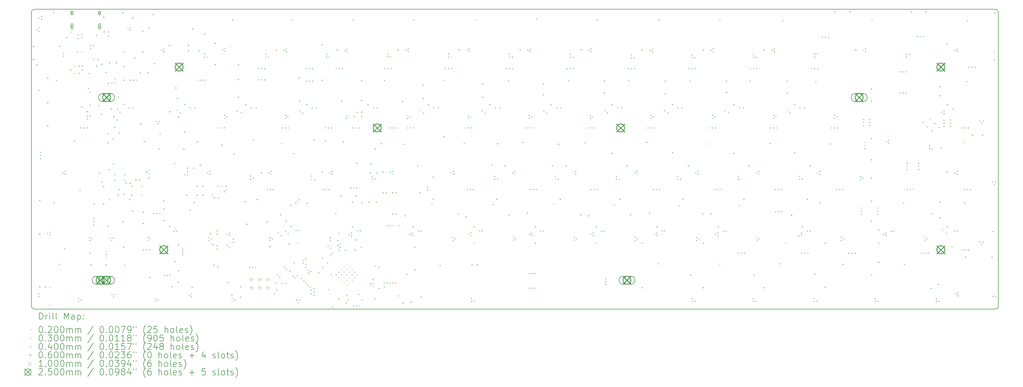
<source format=gbr>
%TF.GenerationSoftware,KiCad,Pcbnew,(6.0.10)*%
%TF.CreationDate,2023-02-16T19:17:24+01:00*%
%TF.ProjectId,kuro65,6b75726f-3635-42e6-9b69-6361645f7063,rev?*%
%TF.SameCoordinates,Original*%
%TF.FileFunction,Drillmap*%
%TF.FilePolarity,Positive*%
%FSLAX45Y45*%
G04 Gerber Fmt 4.5, Leading zero omitted, Abs format (unit mm)*
G04 Created by KiCad (PCBNEW (6.0.10)) date 2023-02-16 19:17:24*
%MOMM*%
%LPD*%
G01*
G04 APERTURE LIST*
%ADD10C,0.150000*%
%ADD11C,0.200000*%
%ADD12C,0.020000*%
%ADD13C,0.030000*%
%ADD14C,0.040000*%
%ADD15C,0.060000*%
%ADD16C,0.100000*%
%ADD17C,0.250000*%
G04 APERTURE END LIST*
D10*
X0Y-9250000D02*
X0Y-100000D01*
X30100000Y-9350000D02*
G75*
G03*
X30200000Y-9250000I0J100000D01*
G01*
X0Y-9250000D02*
G75*
G03*
X100000Y-9350000I100000J0D01*
G01*
X100000Y0D02*
G75*
G03*
X0Y-100000I0J-100000D01*
G01*
X30200000Y-9250000D02*
X30200000Y-100000D01*
X30200000Y-100000D02*
G75*
G03*
X30100000Y0I-100000J0D01*
G01*
X100000Y0D02*
X30100000Y0D01*
X100000Y-9350000D02*
X30100000Y-9350000D01*
D11*
D12*
X9507660Y-8270000D02*
X9527660Y-8290000D01*
X9527660Y-8270000D02*
X9507660Y-8290000D01*
X9590745Y-8186915D02*
X9610745Y-8206915D01*
X9610745Y-8186915D02*
X9590745Y-8206915D01*
X9590745Y-8353085D02*
X9610745Y-8373085D01*
X9610745Y-8353085D02*
X9590745Y-8373085D01*
X9673830Y-8103830D02*
X9693830Y-8123830D01*
X9693830Y-8103830D02*
X9673830Y-8123830D01*
X9673830Y-8270000D02*
X9693830Y-8290000D01*
X9693830Y-8270000D02*
X9673830Y-8290000D01*
X9673830Y-8436170D02*
X9693830Y-8456170D01*
X9693830Y-8436170D02*
X9673830Y-8456170D01*
X9756915Y-8020745D02*
X9776915Y-8040745D01*
X9776915Y-8020745D02*
X9756915Y-8040745D01*
X9756915Y-8186915D02*
X9776915Y-8206915D01*
X9776915Y-8186915D02*
X9756915Y-8206915D01*
X9756915Y-8353085D02*
X9776915Y-8373085D01*
X9776915Y-8353085D02*
X9756915Y-8373085D01*
X9756915Y-8519255D02*
X9776915Y-8539255D01*
X9776915Y-8519255D02*
X9756915Y-8539255D01*
X9840000Y-7937660D02*
X9860000Y-7957660D01*
X9860000Y-7937660D02*
X9840000Y-7957660D01*
X9840000Y-8103830D02*
X9860000Y-8123830D01*
X9860000Y-8103830D02*
X9840000Y-8123830D01*
X9840000Y-8270000D02*
X9860000Y-8290000D01*
X9860000Y-8270000D02*
X9840000Y-8290000D01*
X9840000Y-8436170D02*
X9860000Y-8456170D01*
X9860000Y-8436170D02*
X9840000Y-8456170D01*
X9840000Y-8602340D02*
X9860000Y-8622340D01*
X9860000Y-8602340D02*
X9840000Y-8622340D01*
X9923085Y-8020745D02*
X9943085Y-8040745D01*
X9943085Y-8020745D02*
X9923085Y-8040745D01*
X9923085Y-8186915D02*
X9943085Y-8206915D01*
X9943085Y-8186915D02*
X9923085Y-8206915D01*
X9923085Y-8353085D02*
X9943085Y-8373085D01*
X9943085Y-8353085D02*
X9923085Y-8373085D01*
X9923085Y-8519255D02*
X9943085Y-8539255D01*
X9943085Y-8519255D02*
X9923085Y-8539255D01*
X10006170Y-8103830D02*
X10026170Y-8123830D01*
X10026170Y-8103830D02*
X10006170Y-8123830D01*
X10006170Y-8270000D02*
X10026170Y-8290000D01*
X10026170Y-8270000D02*
X10006170Y-8290000D01*
X10006170Y-8436170D02*
X10026170Y-8456170D01*
X10026170Y-8436170D02*
X10006170Y-8456170D01*
X10089255Y-8186915D02*
X10109255Y-8206915D01*
X10109255Y-8186915D02*
X10089255Y-8206915D01*
X10089255Y-8353085D02*
X10109255Y-8373085D01*
X10109255Y-8353085D02*
X10089255Y-8373085D01*
X10172340Y-8270000D02*
X10192340Y-8290000D01*
X10192340Y-8270000D02*
X10172340Y-8290000D01*
D13*
X185000Y-640000D02*
G75*
G03*
X185000Y-640000I-15000J0D01*
G01*
X255000Y-270000D02*
G75*
G03*
X255000Y-270000I-15000J0D01*
G01*
X255000Y-580000D02*
G75*
G03*
X255000Y-580000I-15000J0D01*
G01*
X255000Y-690000D02*
G75*
G03*
X255000Y-690000I-15000J0D01*
G01*
X255000Y-2530000D02*
G75*
G03*
X255000Y-2530000I-15000J0D01*
G01*
X255000Y-8880000D02*
G75*
G03*
X255000Y-8880000I-15000J0D01*
G01*
X255000Y-8960000D02*
G75*
G03*
X255000Y-8960000I-15000J0D01*
G01*
X305000Y-4460000D02*
G75*
G03*
X305000Y-4460000I-15000J0D01*
G01*
X305000Y-4560000D02*
G75*
G03*
X305000Y-4560000I-15000J0D01*
G01*
X305000Y-4660000D02*
G75*
G03*
X305000Y-4660000I-15000J0D01*
G01*
X335000Y-220000D02*
G75*
G03*
X335000Y-220000I-15000J0D01*
G01*
X335000Y-320000D02*
G75*
G03*
X335000Y-320000I-15000J0D01*
G01*
X465000Y-8670000D02*
G75*
G03*
X465000Y-8670000I-15000J0D01*
G01*
X525000Y-6990000D02*
G75*
G03*
X525000Y-6990000I-15000J0D01*
G01*
X595000Y-6950000D02*
G75*
G03*
X595000Y-6950000I-15000J0D01*
G01*
X595000Y-7040000D02*
G75*
G03*
X595000Y-7040000I-15000J0D01*
G01*
X595000Y-8670000D02*
G75*
G03*
X595000Y-8670000I-15000J0D01*
G01*
X595000Y-9230000D02*
G75*
G03*
X595000Y-9230000I-15000J0D01*
G01*
X725000Y-6040000D02*
G75*
G03*
X725000Y-6040000I-15000J0D01*
G01*
X795000Y-2220000D02*
G75*
G03*
X795000Y-2220000I-15000J0D01*
G01*
X893350Y-7951231D02*
G75*
G03*
X893350Y-7951231I-15000J0D01*
G01*
X895000Y-1150000D02*
G75*
G03*
X895000Y-1150000I-15000J0D01*
G01*
X1005000Y-5100000D02*
G75*
G03*
X1005000Y-5100000I-15000J0D01*
G01*
X1025000Y-1380000D02*
G75*
G03*
X1025000Y-1380000I-15000J0D01*
G01*
X1025000Y-1460000D02*
G75*
G03*
X1025000Y-1460000I-15000J0D01*
G01*
X1055000Y-7470000D02*
G75*
G03*
X1055000Y-7470000I-15000J0D01*
G01*
X1075000Y-5050000D02*
G75*
G03*
X1075000Y-5050000I-15000J0D01*
G01*
X1075000Y-5140000D02*
G75*
G03*
X1075000Y-5140000I-15000J0D01*
G01*
X1125000Y-890000D02*
G75*
G03*
X1125000Y-890000I-15000J0D01*
G01*
X1255000Y-710000D02*
G75*
G03*
X1255000Y-710000I-15000J0D01*
G01*
X1365000Y-1770000D02*
G75*
G03*
X1365000Y-1770000I-15000J0D01*
G01*
X1365000Y-2000000D02*
G75*
G03*
X1365000Y-2000000I-15000J0D01*
G01*
X1365000Y-4110000D02*
G75*
G03*
X1365000Y-4110000I-15000J0D01*
G01*
X1455000Y-1340000D02*
G75*
G03*
X1455000Y-1340000I-15000J0D01*
G01*
X1473750Y-798750D02*
G75*
G03*
X1473750Y-798750I-15000J0D01*
G01*
X1475000Y-910000D02*
G75*
G03*
X1475000Y-910000I-15000J0D01*
G01*
X1495000Y-9020000D02*
G75*
G03*
X1495000Y-9020000I-15000J0D01*
G01*
X1495000Y-9120000D02*
G75*
G03*
X1495000Y-9120000I-15000J0D01*
G01*
X1505000Y-1770000D02*
G75*
G03*
X1505000Y-1770000I-15000J0D01*
G01*
X1505000Y-2000000D02*
G75*
G03*
X1505000Y-2000000I-15000J0D01*
G01*
X1535000Y-5650000D02*
G75*
G03*
X1535000Y-5650000I-15000J0D01*
G01*
X1565000Y-3700000D02*
G75*
G03*
X1565000Y-3700000I-15000J0D01*
G01*
X1565000Y-9070000D02*
G75*
G03*
X1565000Y-9070000I-15000J0D01*
G01*
X1585000Y-1330000D02*
G75*
G03*
X1585000Y-1330000I-15000J0D01*
G01*
X1595000Y-780000D02*
G75*
G03*
X1595000Y-780000I-15000J0D01*
G01*
X1595000Y-870000D02*
G75*
G03*
X1595000Y-870000I-15000J0D01*
G01*
X1615000Y-1770000D02*
G75*
G03*
X1615000Y-1770000I-15000J0D01*
G01*
X1665000Y-3700000D02*
G75*
G03*
X1665000Y-3700000I-15000J0D01*
G01*
X1765000Y-3330000D02*
G75*
G03*
X1765000Y-3330000I-15000J0D01*
G01*
X1765000Y-3420000D02*
G75*
G03*
X1765000Y-3420000I-15000J0D01*
G01*
X1765000Y-3700000D02*
G75*
G03*
X1765000Y-3700000I-15000J0D01*
G01*
X1815000Y-2000000D02*
G75*
G03*
X1815000Y-2000000I-15000J0D01*
G01*
X1845000Y-2590000D02*
G75*
G03*
X1845000Y-2590000I-15000J0D01*
G01*
X1845000Y-2990000D02*
G75*
G03*
X1845000Y-2990000I-15000J0D01*
G01*
X1845000Y-3330000D02*
G75*
G03*
X1845000Y-3330000I-15000J0D01*
G01*
X1845000Y-7120000D02*
G75*
G03*
X1845000Y-7120000I-15000J0D01*
G01*
X1845000Y-7210000D02*
G75*
G03*
X1845000Y-7210000I-15000J0D01*
G01*
X1855000Y-7610000D02*
G75*
G03*
X1855000Y-7610000I-15000J0D01*
G01*
X1865000Y-1130000D02*
G75*
G03*
X1865000Y-1130000I-15000J0D01*
G01*
X1865000Y-1230000D02*
G75*
G03*
X1865000Y-1230000I-15000J0D01*
G01*
X1915000Y-7160000D02*
G75*
G03*
X1915000Y-7160000I-15000J0D01*
G01*
X1945000Y-1130000D02*
G75*
G03*
X1945000Y-1130000I-15000J0D01*
G01*
X1965000Y-1560000D02*
G75*
G03*
X1965000Y-1560000I-15000J0D01*
G01*
X1965000Y-6530000D02*
G75*
G03*
X1965000Y-6530000I-15000J0D01*
G01*
X1965000Y-6630000D02*
G75*
G03*
X1965000Y-6630000I-15000J0D01*
G01*
X1965000Y-6730000D02*
G75*
G03*
X1965000Y-6730000I-15000J0D01*
G01*
X2055000Y-810000D02*
G75*
G03*
X2055000Y-810000I-15000J0D01*
G01*
X2055000Y-1770000D02*
G75*
G03*
X2055000Y-1770000I-15000J0D01*
G01*
X2135000Y-3000000D02*
G75*
G03*
X2135000Y-3000000I-15000J0D01*
G01*
X2205000Y-3280000D02*
G75*
G03*
X2205000Y-3280000I-15000J0D01*
G01*
X2215000Y-1720000D02*
G75*
G03*
X2215000Y-1720000I-15000J0D01*
G01*
X2215000Y-5390000D02*
G75*
G03*
X2215000Y-5390000I-15000J0D01*
G01*
X2275000Y-5530000D02*
G75*
G03*
X2275000Y-5530000I-15000J0D01*
G01*
X2345000Y-1970000D02*
G75*
G03*
X2345000Y-1970000I-15000J0D01*
G01*
X2355000Y-7560000D02*
G75*
G03*
X2355000Y-7560000I-15000J0D01*
G01*
X2355000Y-7650000D02*
G75*
G03*
X2355000Y-7650000I-15000J0D01*
G01*
X2355000Y-7740000D02*
G75*
G03*
X2355000Y-7740000I-15000J0D01*
G01*
X2415000Y-3890000D02*
G75*
G03*
X2415000Y-3890000I-15000J0D01*
G01*
X2445000Y-5000000D02*
G75*
G03*
X2445000Y-5000000I-15000J0D01*
G01*
X2455000Y-5940000D02*
G75*
G03*
X2455000Y-5940000I-15000J0D01*
G01*
X2475000Y-7140000D02*
G75*
G03*
X2475000Y-7140000I-15000J0D01*
G01*
X2525000Y-7210000D02*
G75*
G03*
X2525000Y-7210000I-15000J0D01*
G01*
X2535000Y-2290000D02*
G75*
G03*
X2535000Y-2290000I-15000J0D01*
G01*
X2535000Y-8900000D02*
G75*
G03*
X2535000Y-8900000I-15000J0D01*
G01*
X2565000Y-4050000D02*
G75*
G03*
X2565000Y-4050000I-15000J0D01*
G01*
X2565000Y-7140000D02*
G75*
G03*
X2565000Y-7140000I-15000J0D01*
G01*
X2575000Y-4840000D02*
G75*
G03*
X2575000Y-4840000I-15000J0D01*
G01*
X2585000Y-8980000D02*
G75*
G03*
X2585000Y-8980000I-15000J0D01*
G01*
X2615000Y-3680000D02*
G75*
G03*
X2615000Y-3680000I-15000J0D01*
G01*
X2625000Y-5160000D02*
G75*
G03*
X2625000Y-5160000I-15000J0D01*
G01*
X2625000Y-5340000D02*
G75*
G03*
X2625000Y-5340000I-15000J0D01*
G01*
X2635000Y-2170000D02*
G75*
G03*
X2635000Y-2170000I-15000J0D01*
G01*
X2635000Y-2290000D02*
G75*
G03*
X2635000Y-2290000I-15000J0D01*
G01*
X2635000Y-8900000D02*
G75*
G03*
X2635000Y-8900000I-15000J0D01*
G01*
X2705000Y-3110000D02*
G75*
G03*
X2705000Y-3110000I-15000J0D01*
G01*
X2765000Y-3850000D02*
G75*
G03*
X2765000Y-3850000I-15000J0D01*
G01*
X2765000Y-5620000D02*
G75*
G03*
X2765000Y-5620000I-15000J0D01*
G01*
X2785000Y-3210000D02*
G75*
G03*
X2785000Y-3210000I-15000J0D01*
G01*
X2885000Y-6620000D02*
G75*
G03*
X2885000Y-6620000I-15000J0D01*
G01*
X2895000Y-1320000D02*
G75*
G03*
X2895000Y-1320000I-15000J0D01*
G01*
X2905000Y-5760000D02*
G75*
G03*
X2905000Y-5760000I-15000J0D01*
G01*
X2925000Y-7990000D02*
G75*
G03*
X2925000Y-7990000I-15000J0D01*
G01*
X2935000Y-5160000D02*
G75*
G03*
X2935000Y-5160000I-15000J0D01*
G01*
X2935000Y-5340000D02*
G75*
G03*
X2935000Y-5340000I-15000J0D01*
G01*
X2975000Y-5420000D02*
G75*
G03*
X2975000Y-5420000I-15000J0D01*
G01*
X3035000Y-610000D02*
G75*
G03*
X3035000Y-610000I-15000J0D01*
G01*
X3065000Y-3080000D02*
G75*
G03*
X3065000Y-3080000I-15000J0D01*
G01*
X3105000Y-570000D02*
G75*
G03*
X3105000Y-570000I-15000J0D01*
G01*
X3105000Y-650000D02*
G75*
G03*
X3105000Y-650000I-15000J0D01*
G01*
X3105000Y-2210000D02*
G75*
G03*
X3105000Y-2210000I-15000J0D01*
G01*
X3155000Y-5800000D02*
G75*
G03*
X3155000Y-5800000I-15000J0D01*
G01*
X3165000Y-5520000D02*
G75*
G03*
X3165000Y-5520000I-15000J0D01*
G01*
X3185000Y-3080000D02*
G75*
G03*
X3185000Y-3080000I-15000J0D01*
G01*
X3205000Y-2210000D02*
G75*
G03*
X3205000Y-2210000I-15000J0D01*
G01*
X3305000Y-2210000D02*
G75*
G03*
X3305000Y-2210000I-15000J0D01*
G01*
X3465000Y-5520000D02*
G75*
G03*
X3465000Y-5520000I-15000J0D01*
G01*
X3465000Y-5800000D02*
G75*
G03*
X3465000Y-5800000I-15000J0D01*
G01*
X3515000Y-7500000D02*
G75*
G03*
X3515000Y-7500000I-15000J0D01*
G01*
X3605000Y-5080000D02*
G75*
G03*
X3605000Y-5080000I-15000J0D01*
G01*
X3605000Y-7500000D02*
G75*
G03*
X3605000Y-7500000I-15000J0D01*
G01*
X3665000Y-7110000D02*
G75*
G03*
X3665000Y-7110000I-15000J0D01*
G01*
X3665000Y-7200000D02*
G75*
G03*
X3665000Y-7200000I-15000J0D01*
G01*
X3685000Y-5030000D02*
G75*
G03*
X3685000Y-5030000I-15000J0D01*
G01*
X3685000Y-5130000D02*
G75*
G03*
X3685000Y-5130000I-15000J0D01*
G01*
X3695000Y-7500000D02*
G75*
G03*
X3695000Y-7500000I-15000J0D01*
G01*
X3735000Y-7150000D02*
G75*
G03*
X3735000Y-7150000I-15000J0D01*
G01*
X3825000Y-160000D02*
G75*
G03*
X3825000Y-160000I-15000J0D01*
G01*
X3845000Y-6370000D02*
G75*
G03*
X3845000Y-6370000I-15000J0D01*
G01*
X3905000Y-9020000D02*
G75*
G03*
X3905000Y-9020000I-15000J0D01*
G01*
X3905000Y-9100000D02*
G75*
G03*
X3905000Y-9100000I-15000J0D01*
G01*
X3925000Y-3500000D02*
G75*
G03*
X3925000Y-3500000I-15000J0D01*
G01*
X3935000Y-6370000D02*
G75*
G03*
X3935000Y-6370000I-15000J0D01*
G01*
X3975000Y-3570000D02*
G75*
G03*
X3975000Y-3570000I-15000J0D01*
G01*
X3975000Y-9060000D02*
G75*
G03*
X3975000Y-9060000I-15000J0D01*
G01*
X4005000Y-4350000D02*
G75*
G03*
X4005000Y-4350000I-15000J0D01*
G01*
X4015000Y-3500000D02*
G75*
G03*
X4015000Y-3500000I-15000J0D01*
G01*
X4025000Y-6370000D02*
G75*
G03*
X4025000Y-6370000I-15000J0D01*
G01*
X4035000Y-3880000D02*
G75*
G03*
X4035000Y-3880000I-15000J0D01*
G01*
X4085000Y-1280000D02*
G75*
G03*
X4085000Y-1280000I-15000J0D01*
G01*
X4155000Y-1240000D02*
G75*
G03*
X4155000Y-1240000I-15000J0D01*
G01*
X4155000Y-1330000D02*
G75*
G03*
X4155000Y-1330000I-15000J0D01*
G01*
X4165000Y-8300000D02*
G75*
G03*
X4165000Y-8300000I-15000J0D01*
G01*
X4255000Y-8300000D02*
G75*
G03*
X4255000Y-8300000I-15000J0D01*
G01*
X4345000Y-8300000D02*
G75*
G03*
X4345000Y-8300000I-15000J0D01*
G01*
X4475000Y-6920000D02*
G75*
G03*
X4475000Y-6920000I-15000J0D01*
G01*
X4485000Y-4810000D02*
G75*
G03*
X4485000Y-4810000I-15000J0D01*
G01*
X4515000Y-6850000D02*
G75*
G03*
X4515000Y-6850000I-15000J0D01*
G01*
X4555000Y-6920000D02*
G75*
G03*
X4555000Y-6920000I-15000J0D01*
G01*
X4565000Y-3150000D02*
G75*
G03*
X4565000Y-3150000I-15000J0D01*
G01*
X4665000Y-3230000D02*
G75*
G03*
X4665000Y-3230000I-15000J0D01*
G01*
X4745000Y-7480000D02*
G75*
G03*
X4745000Y-7480000I-15000J0D01*
G01*
X4745000Y-7570000D02*
G75*
G03*
X4745000Y-7570000I-15000J0D01*
G01*
X4745000Y-7660000D02*
G75*
G03*
X4745000Y-7660000I-15000J0D01*
G01*
X4815000Y-5160000D02*
G75*
G03*
X4815000Y-5160000I-15000J0D01*
G01*
X4865000Y-5800000D02*
G75*
G03*
X4865000Y-5800000I-15000J0D01*
G01*
X4895000Y-5070000D02*
G75*
G03*
X4895000Y-5070000I-15000J0D01*
G01*
X4895000Y-5160000D02*
G75*
G03*
X4895000Y-5160000I-15000J0D01*
G01*
X4945000Y-8930000D02*
G75*
G03*
X4945000Y-8930000I-15000J0D01*
G01*
X4975000Y-3070000D02*
G75*
G03*
X4975000Y-3070000I-15000J0D01*
G01*
X4975000Y-6270000D02*
G75*
G03*
X4975000Y-6270000I-15000J0D01*
G01*
X5015000Y-8890000D02*
G75*
G03*
X5015000Y-8890000I-15000J0D01*
G01*
X5015000Y-8970000D02*
G75*
G03*
X5015000Y-8970000I-15000J0D01*
G01*
X5125000Y-3070000D02*
G75*
G03*
X5125000Y-3070000I-15000J0D01*
G01*
X5195000Y-5520000D02*
G75*
G03*
X5195000Y-5520000I-15000J0D01*
G01*
X5195000Y-5800000D02*
G75*
G03*
X5195000Y-5800000I-15000J0D01*
G01*
X5225000Y-2210000D02*
G75*
G03*
X5225000Y-2210000I-15000J0D01*
G01*
X5325000Y-2210000D02*
G75*
G03*
X5325000Y-2210000I-15000J0D01*
G01*
X5375000Y-5520000D02*
G75*
G03*
X5375000Y-5520000I-15000J0D01*
G01*
X5375000Y-5800000D02*
G75*
G03*
X5375000Y-5800000I-15000J0D01*
G01*
X5425000Y-770000D02*
G75*
G03*
X5425000Y-770000I-15000J0D01*
G01*
X5425000Y-1390000D02*
G75*
G03*
X5425000Y-1390000I-15000J0D01*
G01*
X5425000Y-1490000D02*
G75*
G03*
X5425000Y-1490000I-15000J0D01*
G01*
X5425000Y-2210000D02*
G75*
G03*
X5425000Y-2210000I-15000J0D01*
G01*
X5515000Y-1490000D02*
G75*
G03*
X5515000Y-1490000I-15000J0D01*
G01*
X5525000Y-5100000D02*
G75*
G03*
X5525000Y-5100000I-15000J0D01*
G01*
X5555000Y-7120000D02*
G75*
G03*
X5555000Y-7120000I-15000J0D01*
G01*
X5555000Y-7210000D02*
G75*
G03*
X5555000Y-7210000I-15000J0D01*
G01*
X5595000Y-5050000D02*
G75*
G03*
X5595000Y-5050000I-15000J0D01*
G01*
X5595000Y-5140000D02*
G75*
G03*
X5595000Y-5140000I-15000J0D01*
G01*
X5635000Y-7160000D02*
G75*
G03*
X5635000Y-7160000I-15000J0D01*
G01*
X5665000Y-5800000D02*
G75*
G03*
X5665000Y-5800000I-15000J0D01*
G01*
X5725000Y-7980000D02*
G75*
G03*
X5725000Y-7980000I-15000J0D01*
G01*
X5815000Y-6910000D02*
G75*
G03*
X5815000Y-6910000I-15000J0D01*
G01*
X5815000Y-7010000D02*
G75*
G03*
X5815000Y-7010000I-15000J0D01*
G01*
X5815000Y-7380000D02*
G75*
G03*
X5815000Y-7380000I-15000J0D01*
G01*
X5815000Y-7480000D02*
G75*
G03*
X5815000Y-7480000I-15000J0D01*
G01*
X5835000Y-5520000D02*
G75*
G03*
X5835000Y-5520000I-15000J0D01*
G01*
X5845000Y-3700000D02*
G75*
G03*
X5845000Y-3700000I-15000J0D01*
G01*
X5855000Y-5890000D02*
G75*
G03*
X5855000Y-5890000I-15000J0D01*
G01*
X5945000Y-3700000D02*
G75*
G03*
X5945000Y-3700000I-15000J0D01*
G01*
X5945000Y-5520000D02*
G75*
G03*
X5945000Y-5520000I-15000J0D01*
G01*
X5967420Y-4234716D02*
G75*
G03*
X5967420Y-4234716I-15000J0D01*
G01*
X5995000Y-1260000D02*
G75*
G03*
X5995000Y-1260000I-15000J0D01*
G01*
X6045000Y-3310000D02*
G75*
G03*
X6045000Y-3310000I-15000J0D01*
G01*
X6045000Y-3400000D02*
G75*
G03*
X6045000Y-3400000I-15000J0D01*
G01*
X6045000Y-3700000D02*
G75*
G03*
X6045000Y-3700000I-15000J0D01*
G01*
X6045000Y-5690000D02*
G75*
G03*
X6045000Y-5690000I-15000J0D01*
G01*
X6065000Y-1220000D02*
G75*
G03*
X6065000Y-1220000I-15000J0D01*
G01*
X6065000Y-1300000D02*
G75*
G03*
X6065000Y-1300000I-15000J0D01*
G01*
X6105000Y-5630000D02*
G75*
G03*
X6105000Y-5630000I-15000J0D01*
G01*
X6115000Y-3350000D02*
G75*
G03*
X6115000Y-3350000I-15000J0D01*
G01*
X6125000Y-7020000D02*
G75*
G03*
X6125000Y-7020000I-15000J0D01*
G01*
X6135000Y-7370000D02*
G75*
G03*
X6135000Y-7370000I-15000J0D01*
G01*
X6155000Y-8520000D02*
G75*
G03*
X6155000Y-8520000I-15000J0D01*
G01*
X6205000Y-6980000D02*
G75*
G03*
X6205000Y-6980000I-15000J0D01*
G01*
X6205000Y-7060000D02*
G75*
G03*
X6205000Y-7060000I-15000J0D01*
G01*
X6205000Y-7440000D02*
G75*
G03*
X6205000Y-7440000I-15000J0D01*
G01*
X6225000Y-1160000D02*
G75*
G03*
X6225000Y-1160000I-15000J0D01*
G01*
X6285000Y-9010000D02*
G75*
G03*
X6285000Y-9010000I-15000J0D01*
G01*
X6285000Y-9110000D02*
G75*
G03*
X6285000Y-9110000I-15000J0D01*
G01*
X6305000Y-330000D02*
G75*
G03*
X6305000Y-330000I-15000J0D01*
G01*
X6345000Y-4510000D02*
G75*
G03*
X6345000Y-4510000I-15000J0D01*
G01*
X6375000Y-9060000D02*
G75*
G03*
X6375000Y-9060000I-15000J0D01*
G01*
X6435000Y-3180000D02*
G75*
G03*
X6435000Y-3180000I-15000J0D01*
G01*
X6575000Y-3220000D02*
G75*
G03*
X6575000Y-3220000I-15000J0D01*
G01*
X6695000Y-6000000D02*
G75*
G03*
X6695000Y-6000000I-15000J0D01*
G01*
X6835000Y-8050000D02*
G75*
G03*
X6835000Y-8050000I-15000J0D01*
G01*
X6865000Y-5200000D02*
G75*
G03*
X6865000Y-5200000I-15000J0D01*
G01*
X6865000Y-5300000D02*
G75*
G03*
X6865000Y-5300000I-15000J0D01*
G01*
X6885000Y-3080000D02*
G75*
G03*
X6885000Y-3080000I-15000J0D01*
G01*
X6925000Y-8050000D02*
G75*
G03*
X6925000Y-8050000I-15000J0D01*
G01*
X6955000Y-5260000D02*
G75*
G03*
X6955000Y-5260000I-15000J0D01*
G01*
X7015000Y-8050000D02*
G75*
G03*
X7015000Y-8050000I-15000J0D01*
G01*
X7035000Y-3080000D02*
G75*
G03*
X7035000Y-3080000I-15000J0D01*
G01*
X7105000Y-1850000D02*
G75*
G03*
X7105000Y-1850000I-15000J0D01*
G01*
X7105000Y-2200000D02*
G75*
G03*
X7105000Y-2200000I-15000J0D01*
G01*
X7205000Y-1850000D02*
G75*
G03*
X7205000Y-1850000I-15000J0D01*
G01*
X7205000Y-2200000D02*
G75*
G03*
X7205000Y-2200000I-15000J0D01*
G01*
X7305000Y-1850000D02*
G75*
G03*
X7305000Y-1850000I-15000J0D01*
G01*
X7305000Y-2200000D02*
G75*
G03*
X7305000Y-2200000I-15000J0D01*
G01*
X7335000Y-1400000D02*
G75*
G03*
X7335000Y-1400000I-15000J0D01*
G01*
X7335000Y-1490000D02*
G75*
G03*
X7335000Y-1490000I-15000J0D01*
G01*
X7385000Y-5620000D02*
G75*
G03*
X7385000Y-5620000I-15000J0D01*
G01*
X7425000Y-1490000D02*
G75*
G03*
X7425000Y-1490000I-15000J0D01*
G01*
X7435000Y-5100000D02*
G75*
G03*
X7435000Y-5100000I-15000J0D01*
G01*
X7465000Y-7120000D02*
G75*
G03*
X7465000Y-7120000I-15000J0D01*
G01*
X7465000Y-7200000D02*
G75*
G03*
X7465000Y-7200000I-15000J0D01*
G01*
X7465000Y-7410000D02*
G75*
G03*
X7465000Y-7410000I-15000J0D01*
G01*
X7475000Y-5620000D02*
G75*
G03*
X7475000Y-5620000I-15000J0D01*
G01*
X7505000Y-5050000D02*
G75*
G03*
X7505000Y-5050000I-15000J0D01*
G01*
X7505000Y-5140000D02*
G75*
G03*
X7505000Y-5140000I-15000J0D01*
G01*
X7535000Y-7160000D02*
G75*
G03*
X7535000Y-7160000I-15000J0D01*
G01*
X7565000Y-5620000D02*
G75*
G03*
X7565000Y-5620000I-15000J0D01*
G01*
X7605000Y-8880000D02*
G75*
G03*
X7605000Y-8880000I-15000J0D01*
G01*
X7645000Y-8550000D02*
G75*
G03*
X7645000Y-8550000I-15000J0D01*
G01*
X7685000Y-8740000D02*
G75*
G03*
X7685000Y-8740000I-15000J0D01*
G01*
X7705000Y-8290000D02*
G75*
G03*
X7705000Y-8290000I-15000J0D01*
G01*
X7730895Y-6974859D02*
G75*
G03*
X7730895Y-6974859I-15000J0D01*
G01*
X7775000Y-8360000D02*
G75*
G03*
X7775000Y-8360000I-15000J0D01*
G01*
X7795000Y-6410000D02*
G75*
G03*
X7795000Y-6410000I-15000J0D01*
G01*
X7815000Y-7060000D02*
G75*
G03*
X7815000Y-7060000I-15000J0D01*
G01*
X7825000Y-4190000D02*
G75*
G03*
X7825000Y-4190000I-15000J0D01*
G01*
X7855000Y-3700000D02*
G75*
G03*
X7855000Y-3700000I-15000J0D01*
G01*
X7865000Y-8550000D02*
G75*
G03*
X7865000Y-8550000I-15000J0D01*
G01*
X7905000Y-1280000D02*
G75*
G03*
X7905000Y-1280000I-15000J0D01*
G01*
X7925000Y-8040000D02*
G75*
G03*
X7925000Y-8040000I-15000J0D01*
G01*
X7955000Y-3310000D02*
G75*
G03*
X7955000Y-3310000I-15000J0D01*
G01*
X7955000Y-3400000D02*
G75*
G03*
X7955000Y-3400000I-15000J0D01*
G01*
X7955000Y-3700000D02*
G75*
G03*
X7955000Y-3700000I-15000J0D01*
G01*
X7955000Y-6920000D02*
G75*
G03*
X7955000Y-6920000I-15000J0D01*
G01*
X7975000Y-1240000D02*
G75*
G03*
X7975000Y-1240000I-15000J0D01*
G01*
X7975000Y-1330000D02*
G75*
G03*
X7975000Y-1330000I-15000J0D01*
G01*
X7975000Y-8550000D02*
G75*
G03*
X7975000Y-8550000I-15000J0D01*
G01*
X7995000Y-8110000D02*
G75*
G03*
X7995000Y-8110000I-15000J0D01*
G01*
X8025000Y-3350000D02*
G75*
G03*
X8025000Y-3350000I-15000J0D01*
G01*
X8035000Y-6990000D02*
G75*
G03*
X8035000Y-6990000I-15000J0D01*
G01*
X8055000Y-3700000D02*
G75*
G03*
X8055000Y-3700000I-15000J0D01*
G01*
X8085000Y-8170000D02*
G75*
G03*
X8085000Y-8170000I-15000J0D01*
G01*
X8155000Y-320000D02*
G75*
G03*
X8155000Y-320000I-15000J0D01*
G01*
X8185000Y-8320000D02*
G75*
G03*
X8185000Y-8320000I-15000J0D01*
G01*
X8215000Y-4500000D02*
G75*
G03*
X8215000Y-4500000I-15000J0D01*
G01*
X8225000Y-7910000D02*
G75*
G03*
X8225000Y-7910000I-15000J0D01*
G01*
X8245000Y-8380000D02*
G75*
G03*
X8245000Y-8380000I-15000J0D01*
G01*
X8265000Y-6050000D02*
G75*
G03*
X8265000Y-6050000I-15000J0D01*
G01*
X8285000Y-6900000D02*
G75*
G03*
X8285000Y-6900000I-15000J0D01*
G01*
X8295000Y-9070000D02*
G75*
G03*
X8295000Y-9070000I-15000J0D01*
G01*
X8315000Y-8310000D02*
G75*
G03*
X8315000Y-8310000I-15000J0D01*
G01*
X8325000Y-5990000D02*
G75*
G03*
X8325000Y-5990000I-15000J0D01*
G01*
X8325000Y-7300000D02*
G75*
G03*
X8325000Y-7300000I-15000J0D01*
G01*
X8345000Y-9150000D02*
G75*
G03*
X8345000Y-9150000I-15000J0D01*
G01*
X8375000Y-6900000D02*
G75*
G03*
X8375000Y-6900000I-15000J0D01*
G01*
X8385000Y-5930000D02*
G75*
G03*
X8385000Y-5930000I-15000J0D01*
G01*
X8395000Y-3170000D02*
G75*
G03*
X8395000Y-3170000I-15000J0D01*
G01*
X8395000Y-9070000D02*
G75*
G03*
X8395000Y-9070000I-15000J0D01*
G01*
X8445000Y-8390000D02*
G75*
G03*
X8445000Y-8390000I-15000J0D01*
G01*
X8485000Y-3230000D02*
G75*
G03*
X8485000Y-3230000I-15000J0D01*
G01*
X8505000Y-7830000D02*
G75*
G03*
X8505000Y-7830000I-15000J0D01*
G01*
X8505000Y-7920000D02*
G75*
G03*
X8505000Y-7920000I-15000J0D01*
G01*
X8525000Y-8470000D02*
G75*
G03*
X8525000Y-8470000I-15000J0D01*
G01*
X8585000Y-7790000D02*
G75*
G03*
X8585000Y-7790000I-15000J0D01*
G01*
X8585000Y-8050000D02*
G75*
G03*
X8585000Y-8050000I-15000J0D01*
G01*
X8585000Y-8530000D02*
G75*
G03*
X8585000Y-8530000I-15000J0D01*
G01*
X8595000Y-1850000D02*
G75*
G03*
X8595000Y-1850000I-15000J0D01*
G01*
X8595000Y-2240000D02*
G75*
G03*
X8595000Y-2240000I-15000J0D01*
G01*
X8595000Y-7960000D02*
G75*
G03*
X8595000Y-7960000I-15000J0D01*
G01*
X8625000Y-6050000D02*
G75*
G03*
X8625000Y-6050000I-15000J0D01*
G01*
X8645000Y-8600000D02*
G75*
G03*
X8645000Y-8600000I-15000J0D01*
G01*
X8665000Y-8140000D02*
G75*
G03*
X8665000Y-8140000I-15000J0D01*
G01*
X8675000Y-8230000D02*
G75*
G03*
X8675000Y-8230000I-15000J0D01*
G01*
X8695000Y-1850000D02*
G75*
G03*
X8695000Y-1850000I-15000J0D01*
G01*
X8695000Y-2240000D02*
G75*
G03*
X8695000Y-2240000I-15000J0D01*
G01*
X8715000Y-8660000D02*
G75*
G03*
X8715000Y-8660000I-15000J0D01*
G01*
X8745000Y-8170000D02*
G75*
G03*
X8745000Y-8170000I-15000J0D01*
G01*
X8755000Y-8760000D02*
G75*
G03*
X8755000Y-8760000I-15000J0D01*
G01*
X8755000Y-8870000D02*
G75*
G03*
X8755000Y-8870000I-15000J0D01*
G01*
X8765000Y-5200000D02*
G75*
G03*
X8765000Y-5200000I-15000J0D01*
G01*
X8765000Y-5310000D02*
G75*
G03*
X8765000Y-5310000I-15000J0D01*
G01*
X8785000Y-3080000D02*
G75*
G03*
X8785000Y-3080000I-15000J0D01*
G01*
X8795000Y-1850000D02*
G75*
G03*
X8795000Y-1850000I-15000J0D01*
G01*
X8795000Y-2240000D02*
G75*
G03*
X8795000Y-2240000I-15000J0D01*
G01*
X8845000Y-8710000D02*
G75*
G03*
X8845000Y-8710000I-15000J0D01*
G01*
X8845000Y-8820000D02*
G75*
G03*
X8845000Y-8820000I-15000J0D01*
G01*
X8845000Y-8920000D02*
G75*
G03*
X8845000Y-8920000I-15000J0D01*
G01*
X8865000Y-5310000D02*
G75*
G03*
X8865000Y-5310000I-15000J0D01*
G01*
X8915000Y-3070000D02*
G75*
G03*
X8915000Y-3070000I-15000J0D01*
G01*
X9105000Y-7760000D02*
G75*
G03*
X9105000Y-7760000I-15000J0D01*
G01*
X9115000Y-8050000D02*
G75*
G03*
X9115000Y-8050000I-15000J0D01*
G01*
X9125000Y-5620000D02*
G75*
G03*
X9125000Y-5620000I-15000J0D01*
G01*
X9195000Y-3700000D02*
G75*
G03*
X9195000Y-3700000I-15000J0D01*
G01*
X9195000Y-4110000D02*
G75*
G03*
X9195000Y-4110000I-15000J0D01*
G01*
X9215000Y-5620000D02*
G75*
G03*
X9215000Y-5620000I-15000J0D01*
G01*
X9235000Y-1400000D02*
G75*
G03*
X9235000Y-1400000I-15000J0D01*
G01*
X9235000Y-1490000D02*
G75*
G03*
X9235000Y-1490000I-15000J0D01*
G01*
X9265000Y-7910000D02*
G75*
G03*
X9265000Y-7910000I-15000J0D01*
G01*
X9285000Y-7390000D02*
G75*
G03*
X9285000Y-7390000I-15000J0D01*
G01*
X9291863Y-8740000D02*
G75*
G03*
X9291863Y-8740000I-15000J0D01*
G01*
X9295000Y-3700000D02*
G75*
G03*
X9295000Y-3700000I-15000J0D01*
G01*
X9305000Y-5620000D02*
G75*
G03*
X9305000Y-5620000I-15000J0D01*
G01*
X9315000Y-1490000D02*
G75*
G03*
X9315000Y-1490000I-15000J0D01*
G01*
X9335000Y-5100000D02*
G75*
G03*
X9335000Y-5100000I-15000J0D01*
G01*
X9355000Y-7130000D02*
G75*
G03*
X9355000Y-7130000I-15000J0D01*
G01*
X9355000Y-7220000D02*
G75*
G03*
X9355000Y-7220000I-15000J0D01*
G01*
X9355000Y-7450000D02*
G75*
G03*
X9355000Y-7450000I-15000J0D01*
G01*
X9365000Y-7670000D02*
G75*
G03*
X9365000Y-7670000I-15000J0D01*
G01*
X9385000Y-8280000D02*
G75*
G03*
X9385000Y-8280000I-15000J0D01*
G01*
X9395000Y-3700000D02*
G75*
G03*
X9395000Y-3700000I-15000J0D01*
G01*
X9405000Y-5050000D02*
G75*
G03*
X9405000Y-5050000I-15000J0D01*
G01*
X9405000Y-5140000D02*
G75*
G03*
X9405000Y-5140000I-15000J0D01*
G01*
X9425000Y-7610000D02*
G75*
G03*
X9425000Y-7610000I-15000J0D01*
G01*
X9425000Y-9290000D02*
G75*
G03*
X9425000Y-9290000I-15000J0D01*
G01*
X9525000Y-6370000D02*
G75*
G03*
X9525000Y-6370000I-15000J0D01*
G01*
X9535000Y-1850000D02*
G75*
G03*
X9535000Y-1850000I-15000J0D01*
G01*
X9585000Y-7370000D02*
G75*
G03*
X9585000Y-7370000I-15000J0D01*
G01*
X9627760Y-6991910D02*
G75*
G03*
X9627760Y-6991910I-15000J0D01*
G01*
X9635000Y-1850000D02*
G75*
G03*
X9635000Y-1850000I-15000J0D01*
G01*
X9635000Y-7510000D02*
G75*
G03*
X9635000Y-7510000I-15000J0D01*
G01*
X9655000Y-7330000D02*
G75*
G03*
X9655000Y-7330000I-15000J0D01*
G01*
X9655000Y-7420000D02*
G75*
G03*
X9655000Y-7420000I-15000J0D01*
G01*
X9735000Y-1850000D02*
G75*
G03*
X9735000Y-1850000I-15000J0D01*
G01*
X9805000Y-1280000D02*
G75*
G03*
X9805000Y-1280000I-15000J0D01*
G01*
X9825000Y-7520000D02*
G75*
G03*
X9825000Y-7520000I-15000J0D01*
G01*
X9845000Y-9160000D02*
G75*
G03*
X9845000Y-9160000I-15000J0D01*
G01*
X9855000Y-3320000D02*
G75*
G03*
X9855000Y-3320000I-15000J0D01*
G01*
X9855000Y-3410000D02*
G75*
G03*
X9855000Y-3410000I-15000J0D01*
G01*
X9865000Y-8930000D02*
G75*
G03*
X9865000Y-8930000I-15000J0D01*
G01*
X9875000Y-1240000D02*
G75*
G03*
X9875000Y-1240000I-15000J0D01*
G01*
X9875000Y-1330000D02*
G75*
G03*
X9875000Y-1330000I-15000J0D01*
G01*
X9915000Y-9070000D02*
G75*
G03*
X9915000Y-9070000I-15000J0D01*
G01*
X9925000Y-3360000D02*
G75*
G03*
X9925000Y-3360000I-15000J0D01*
G01*
X9945000Y-7030000D02*
G75*
G03*
X9945000Y-7030000I-15000J0D01*
G01*
X9995000Y-5580000D02*
G75*
G03*
X9995000Y-5580000I-15000J0D01*
G01*
X10015000Y-6980000D02*
G75*
G03*
X10015000Y-6980000I-15000J0D01*
G01*
X10015000Y-7070000D02*
G75*
G03*
X10015000Y-7070000I-15000J0D01*
G01*
X10055000Y-3700000D02*
G75*
G03*
X10055000Y-3700000I-15000J0D01*
G01*
X10065000Y-320000D02*
G75*
G03*
X10065000Y-320000I-15000J0D01*
G01*
X10075000Y-9250000D02*
G75*
G03*
X10075000Y-9250000I-15000J0D01*
G01*
X10085000Y-5580000D02*
G75*
G03*
X10085000Y-5580000I-15000J0D01*
G01*
X10155000Y-3700000D02*
G75*
G03*
X10155000Y-3700000I-15000J0D01*
G01*
X10165000Y-9250000D02*
G75*
G03*
X10165000Y-9250000I-15000J0D01*
G01*
X10175000Y-5580000D02*
G75*
G03*
X10175000Y-5580000I-15000J0D01*
G01*
X10185000Y-3210000D02*
G75*
G03*
X10185000Y-3210000I-15000J0D01*
G01*
X10195000Y-6910000D02*
G75*
G03*
X10195000Y-6910000I-15000J0D01*
G01*
X10251863Y-8893137D02*
G75*
G03*
X10251863Y-8893137I-15000J0D01*
G01*
X10255000Y-3700000D02*
G75*
G03*
X10255000Y-3700000I-15000J0D01*
G01*
X10255000Y-9250000D02*
G75*
G03*
X10255000Y-9250000I-15000J0D01*
G01*
X10285000Y-6910000D02*
G75*
G03*
X10285000Y-6910000I-15000J0D01*
G01*
X10325000Y-7430000D02*
G75*
G03*
X10325000Y-7430000I-15000J0D01*
G01*
X10335000Y-3210000D02*
G75*
G03*
X10335000Y-3210000I-15000J0D01*
G01*
X10335000Y-6050000D02*
G75*
G03*
X10335000Y-6050000I-15000J0D01*
G01*
X10335000Y-9080000D02*
G75*
G03*
X10335000Y-9080000I-15000J0D01*
G01*
X10605000Y-8560000D02*
G75*
G03*
X10605000Y-8560000I-15000J0D01*
G01*
X10615000Y-4820000D02*
G75*
G03*
X10615000Y-4820000I-15000J0D01*
G01*
X10665000Y-5210000D02*
G75*
G03*
X10665000Y-5210000I-15000J0D01*
G01*
X10665000Y-5290000D02*
G75*
G03*
X10665000Y-5290000I-15000J0D01*
G01*
X10685000Y-8560000D02*
G75*
G03*
X10685000Y-8560000I-15000J0D01*
G01*
X10685000Y-8640000D02*
G75*
G03*
X10685000Y-8640000I-15000J0D01*
G01*
X10705000Y-3080000D02*
G75*
G03*
X10705000Y-3080000I-15000J0D01*
G01*
X10755000Y-5290000D02*
G75*
G03*
X10755000Y-5290000I-15000J0D01*
G01*
X10755000Y-8010000D02*
G75*
G03*
X10755000Y-8010000I-15000J0D01*
G01*
X10755000Y-9030000D02*
G75*
G03*
X10755000Y-9030000I-15000J0D01*
G01*
X10785000Y-6020000D02*
G75*
G03*
X10785000Y-6020000I-15000J0D01*
G01*
X10825000Y-3080000D02*
G75*
G03*
X10825000Y-3080000I-15000J0D01*
G01*
X10875000Y-8050000D02*
G75*
G03*
X10875000Y-8050000I-15000J0D01*
G01*
X10875000Y-8710000D02*
G75*
G03*
X10875000Y-8710000I-15000J0D01*
G01*
X10945000Y-4190000D02*
G75*
G03*
X10945000Y-4190000I-15000J0D01*
G01*
X11035000Y-8540000D02*
G75*
G03*
X11035000Y-8540000I-15000J0D01*
G01*
X11035000Y-8660000D02*
G75*
G03*
X11035000Y-8660000I-15000J0D01*
G01*
X11045000Y-1850000D02*
G75*
G03*
X11045000Y-1850000I-15000J0D01*
G01*
X11045000Y-2220000D02*
G75*
G03*
X11045000Y-2220000I-15000J0D01*
G01*
X11125000Y-6750000D02*
G75*
G03*
X11125000Y-6750000I-15000J0D01*
G01*
X11125000Y-8540000D02*
G75*
G03*
X11125000Y-8540000I-15000J0D01*
G01*
X11145000Y-1400000D02*
G75*
G03*
X11145000Y-1400000I-15000J0D01*
G01*
X11145000Y-1480000D02*
G75*
G03*
X11145000Y-1480000I-15000J0D01*
G01*
X11145000Y-1850000D02*
G75*
G03*
X11145000Y-1850000I-15000J0D01*
G01*
X11215000Y-6750000D02*
G75*
G03*
X11215000Y-6750000I-15000J0D01*
G01*
X11215000Y-8540000D02*
G75*
G03*
X11215000Y-8540000I-15000J0D01*
G01*
X11225000Y-1480000D02*
G75*
G03*
X11225000Y-1480000I-15000J0D01*
G01*
X11225000Y-3700000D02*
G75*
G03*
X11225000Y-3700000I-15000J0D01*
G01*
X11225000Y-5090000D02*
G75*
G03*
X11225000Y-5090000I-15000J0D01*
G01*
X11245000Y-1850000D02*
G75*
G03*
X11245000Y-1850000I-15000J0D01*
G01*
X11305000Y-5050000D02*
G75*
G03*
X11305000Y-5050000I-15000J0D01*
G01*
X11305000Y-5140000D02*
G75*
G03*
X11305000Y-5140000I-15000J0D01*
G01*
X11305000Y-6750000D02*
G75*
G03*
X11305000Y-6750000I-15000J0D01*
G01*
X11305000Y-8540000D02*
G75*
G03*
X11305000Y-8540000I-15000J0D01*
G01*
X11325000Y-3700000D02*
G75*
G03*
X11325000Y-3700000I-15000J0D01*
G01*
X11395000Y-8540000D02*
G75*
G03*
X11395000Y-8540000I-15000J0D01*
G01*
X11425000Y-3700000D02*
G75*
G03*
X11425000Y-3700000I-15000J0D01*
G01*
X11485000Y-6750000D02*
G75*
G03*
X11485000Y-6750000I-15000J0D01*
G01*
X11485000Y-8940000D02*
G75*
G03*
X11485000Y-8940000I-15000J0D01*
G01*
X11655000Y-4210000D02*
G75*
G03*
X11655000Y-4210000I-15000J0D01*
G01*
X11715000Y-1280000D02*
G75*
G03*
X11715000Y-1280000I-15000J0D01*
G01*
X11745000Y-8270000D02*
G75*
G03*
X11745000Y-8270000I-15000J0D01*
G01*
X11755000Y-3320000D02*
G75*
G03*
X11755000Y-3320000I-15000J0D01*
G01*
X11755000Y-3410000D02*
G75*
G03*
X11755000Y-3410000I-15000J0D01*
G01*
X11755000Y-3700000D02*
G75*
G03*
X11755000Y-3700000I-15000J0D01*
G01*
X11785000Y-1230000D02*
G75*
G03*
X11785000Y-1230000I-15000J0D01*
G01*
X11785000Y-1320000D02*
G75*
G03*
X11785000Y-1320000I-15000J0D01*
G01*
X11825000Y-3360000D02*
G75*
G03*
X11825000Y-3360000I-15000J0D01*
G01*
X11835000Y-7020000D02*
G75*
G03*
X11835000Y-7020000I-15000J0D01*
G01*
X11855000Y-3700000D02*
G75*
G03*
X11855000Y-3700000I-15000J0D01*
G01*
X11905000Y-6980000D02*
G75*
G03*
X11905000Y-6980000I-15000J0D01*
G01*
X11905000Y-7060000D02*
G75*
G03*
X11905000Y-7060000I-15000J0D01*
G01*
X11955000Y-3700000D02*
G75*
G03*
X11955000Y-3700000I-15000J0D01*
G01*
X11965000Y-320000D02*
G75*
G03*
X11965000Y-320000I-15000J0D01*
G01*
X11995000Y-7420000D02*
G75*
G03*
X11995000Y-7420000I-15000J0D01*
G01*
X12105000Y-6920000D02*
G75*
G03*
X12105000Y-6920000I-15000J0D01*
G01*
X12135000Y-3160000D02*
G75*
G03*
X12135000Y-3160000I-15000J0D01*
G01*
X12185000Y-6920000D02*
G75*
G03*
X12185000Y-6920000I-15000J0D01*
G01*
X12185000Y-8970000D02*
G75*
G03*
X12185000Y-8970000I-15000J0D01*
G01*
X12265000Y-3230000D02*
G75*
G03*
X12265000Y-3230000I-15000J0D01*
G01*
X12385000Y-5550000D02*
G75*
G03*
X12385000Y-5550000I-15000J0D01*
G01*
X12385000Y-5640000D02*
G75*
G03*
X12385000Y-5640000I-15000J0D01*
G01*
X12465000Y-5640000D02*
G75*
G03*
X12465000Y-5640000I-15000J0D01*
G01*
X12525000Y-6090000D02*
G75*
G03*
X12525000Y-6090000I-15000J0D01*
G01*
X12585000Y-3070000D02*
G75*
G03*
X12585000Y-3070000I-15000J0D01*
G01*
X12725000Y-3070000D02*
G75*
G03*
X12725000Y-3070000I-15000J0D01*
G01*
X12780437Y-8004452D02*
G75*
G03*
X12780437Y-8004452I-15000J0D01*
G01*
X12905000Y-2220000D02*
G75*
G03*
X12905000Y-2220000I-15000J0D01*
G01*
X12945000Y-1850000D02*
G75*
G03*
X12945000Y-1850000I-15000J0D01*
G01*
X13045000Y-1390000D02*
G75*
G03*
X13045000Y-1390000I-15000J0D01*
G01*
X13045000Y-1490000D02*
G75*
G03*
X13045000Y-1490000I-15000J0D01*
G01*
X13045000Y-1850000D02*
G75*
G03*
X13045000Y-1850000I-15000J0D01*
G01*
X13115000Y-5090000D02*
G75*
G03*
X13115000Y-5090000I-15000J0D01*
G01*
X13135000Y-1490000D02*
G75*
G03*
X13135000Y-1490000I-15000J0D01*
G01*
X13145000Y-1850000D02*
G75*
G03*
X13145000Y-1850000I-15000J0D01*
G01*
X13185000Y-7120000D02*
G75*
G03*
X13185000Y-7120000I-15000J0D01*
G01*
X13185000Y-7210000D02*
G75*
G03*
X13185000Y-7210000I-15000J0D01*
G01*
X13205000Y-5050000D02*
G75*
G03*
X13205000Y-5050000I-15000J0D01*
G01*
X13205000Y-5140000D02*
G75*
G03*
X13205000Y-5140000I-15000J0D01*
G01*
X13265000Y-7160000D02*
G75*
G03*
X13265000Y-7160000I-15000J0D01*
G01*
X13355000Y-6380000D02*
G75*
G03*
X13355000Y-6380000I-15000J0D01*
G01*
X13535000Y-4180000D02*
G75*
G03*
X13535000Y-4180000I-15000J0D01*
G01*
X13565000Y-3700000D02*
G75*
G03*
X13565000Y-3700000I-15000J0D01*
G01*
X13615000Y-1270000D02*
G75*
G03*
X13615000Y-1270000I-15000J0D01*
G01*
X13635000Y-5620000D02*
G75*
G03*
X13635000Y-5620000I-15000J0D01*
G01*
X13665000Y-3320000D02*
G75*
G03*
X13665000Y-3320000I-15000J0D01*
G01*
X13665000Y-3410000D02*
G75*
G03*
X13665000Y-3410000I-15000J0D01*
G01*
X13665000Y-3700000D02*
G75*
G03*
X13665000Y-3700000I-15000J0D01*
G01*
X13675000Y-7020000D02*
G75*
G03*
X13675000Y-7020000I-15000J0D01*
G01*
X13685000Y-1230000D02*
G75*
G03*
X13685000Y-1230000I-15000J0D01*
G01*
X13685000Y-1310000D02*
G75*
G03*
X13685000Y-1310000I-15000J0D01*
G01*
X13725000Y-5620000D02*
G75*
G03*
X13725000Y-5620000I-15000J0D01*
G01*
X13735000Y-3360000D02*
G75*
G03*
X13735000Y-3360000I-15000J0D01*
G01*
X13745000Y-6970000D02*
G75*
G03*
X13745000Y-6970000I-15000J0D01*
G01*
X13745000Y-7070000D02*
G75*
G03*
X13745000Y-7070000I-15000J0D01*
G01*
X13755000Y-9020000D02*
G75*
G03*
X13755000Y-9020000I-15000J0D01*
G01*
X13755000Y-9110000D02*
G75*
G03*
X13755000Y-9110000I-15000J0D01*
G01*
X13765000Y-3700000D02*
G75*
G03*
X13765000Y-3700000I-15000J0D01*
G01*
X13815000Y-5620000D02*
G75*
G03*
X13815000Y-5620000I-15000J0D01*
G01*
X13835000Y-9110000D02*
G75*
G03*
X13835000Y-9110000I-15000J0D01*
G01*
X13845000Y-7300000D02*
G75*
G03*
X13845000Y-7300000I-15000J0D01*
G01*
X13895000Y-330000D02*
G75*
G03*
X13895000Y-330000I-15000J0D01*
G01*
X14005000Y-6910000D02*
G75*
G03*
X14005000Y-6910000I-15000J0D01*
G01*
X14085000Y-3170000D02*
G75*
G03*
X14085000Y-3170000I-15000J0D01*
G01*
X14085000Y-6910000D02*
G75*
G03*
X14085000Y-6910000I-15000J0D01*
G01*
X14185000Y-3240000D02*
G75*
G03*
X14185000Y-3240000I-15000J0D01*
G01*
X14405000Y-4850000D02*
G75*
G03*
X14405000Y-4850000I-15000J0D01*
G01*
X14435000Y-6090000D02*
G75*
G03*
X14435000Y-6090000I-15000J0D01*
G01*
X14485000Y-5210000D02*
G75*
G03*
X14485000Y-5210000I-15000J0D01*
G01*
X14485000Y-5300000D02*
G75*
G03*
X14485000Y-5300000I-15000J0D01*
G01*
X14505000Y-3070000D02*
G75*
G03*
X14505000Y-3070000I-15000J0D01*
G01*
X14575000Y-5300000D02*
G75*
G03*
X14575000Y-5300000I-15000J0D01*
G01*
X14645000Y-3070000D02*
G75*
G03*
X14645000Y-3070000I-15000J0D01*
G01*
X14845000Y-1850000D02*
G75*
G03*
X14845000Y-1850000I-15000J0D01*
G01*
X14915000Y-2230000D02*
G75*
G03*
X14915000Y-2230000I-15000J0D01*
G01*
X14925000Y-6420000D02*
G75*
G03*
X14925000Y-6420000I-15000J0D01*
G01*
X14945000Y-1400000D02*
G75*
G03*
X14945000Y-1400000I-15000J0D01*
G01*
X14945000Y-1490000D02*
G75*
G03*
X14945000Y-1490000I-15000J0D01*
G01*
X14945000Y-1850000D02*
G75*
G03*
X14945000Y-1850000I-15000J0D01*
G01*
X15035000Y-1490000D02*
G75*
G03*
X15035000Y-1490000I-15000J0D01*
G01*
X15045000Y-1850000D02*
G75*
G03*
X15045000Y-1850000I-15000J0D01*
G01*
X15045000Y-5100000D02*
G75*
G03*
X15045000Y-5100000I-15000J0D01*
G01*
X15075000Y-7120000D02*
G75*
G03*
X15075000Y-7120000I-15000J0D01*
G01*
X15075000Y-7200000D02*
G75*
G03*
X15075000Y-7200000I-15000J0D01*
G01*
X15115000Y-5050000D02*
G75*
G03*
X15115000Y-5050000I-15000J0D01*
G01*
X15115000Y-5140000D02*
G75*
G03*
X15115000Y-5140000I-15000J0D01*
G01*
X15145000Y-7160000D02*
G75*
G03*
X15145000Y-7160000I-15000J0D01*
G01*
X15365000Y-4150000D02*
G75*
G03*
X15365000Y-4150000I-15000J0D01*
G01*
X15465000Y-3700000D02*
G75*
G03*
X15465000Y-3700000I-15000J0D01*
G01*
X15525000Y-1280000D02*
G75*
G03*
X15525000Y-1280000I-15000J0D01*
G01*
X15565000Y-3310000D02*
G75*
G03*
X15565000Y-3310000I-15000J0D01*
G01*
X15565000Y-3400000D02*
G75*
G03*
X15565000Y-3400000I-15000J0D01*
G01*
X15565000Y-3700000D02*
G75*
G03*
X15565000Y-3700000I-15000J0D01*
G01*
X15565000Y-8240000D02*
G75*
G03*
X15565000Y-8240000I-15000J0D01*
G01*
X15565000Y-8700000D02*
G75*
G03*
X15565000Y-8700000I-15000J0D01*
G01*
X15575000Y-7020000D02*
G75*
G03*
X15575000Y-7020000I-15000J0D01*
G01*
X15585000Y-5620000D02*
G75*
G03*
X15585000Y-5620000I-15000J0D01*
G01*
X15595000Y-1240000D02*
G75*
G03*
X15595000Y-1240000I-15000J0D01*
G01*
X15595000Y-1320000D02*
G75*
G03*
X15595000Y-1320000I-15000J0D01*
G01*
X15635000Y-3350000D02*
G75*
G03*
X15635000Y-3350000I-15000J0D01*
G01*
X15645000Y-6980000D02*
G75*
G03*
X15645000Y-6980000I-15000J0D01*
G01*
X15645000Y-7060000D02*
G75*
G03*
X15645000Y-7060000I-15000J0D01*
G01*
X15655000Y-8240000D02*
G75*
G03*
X15655000Y-8240000I-15000J0D01*
G01*
X15655000Y-8700000D02*
G75*
G03*
X15655000Y-8700000I-15000J0D01*
G01*
X15665000Y-3700000D02*
G75*
G03*
X15665000Y-3700000I-15000J0D01*
G01*
X15685000Y-5620000D02*
G75*
G03*
X15685000Y-5620000I-15000J0D01*
G01*
X15745000Y-8240000D02*
G75*
G03*
X15745000Y-8240000I-15000J0D01*
G01*
X15745000Y-8700000D02*
G75*
G03*
X15745000Y-8700000I-15000J0D01*
G01*
X15755000Y-7300000D02*
G75*
G03*
X15755000Y-7300000I-15000J0D01*
G01*
X15785000Y-5620000D02*
G75*
G03*
X15785000Y-5620000I-15000J0D01*
G01*
X15795000Y-310000D02*
G75*
G03*
X15795000Y-310000I-15000J0D01*
G01*
X15915000Y-6920000D02*
G75*
G03*
X15915000Y-6920000I-15000J0D01*
G01*
X16005000Y-6920000D02*
G75*
G03*
X16005000Y-6920000I-15000J0D01*
G01*
X16015000Y-3170000D02*
G75*
G03*
X16015000Y-3170000I-15000J0D01*
G01*
X16105000Y-3240000D02*
G75*
G03*
X16105000Y-3240000I-15000J0D01*
G01*
X16285000Y-4880000D02*
G75*
G03*
X16285000Y-4880000I-15000J0D01*
G01*
X16325000Y-6080000D02*
G75*
G03*
X16325000Y-6080000I-15000J0D01*
G01*
X16385000Y-5210000D02*
G75*
G03*
X16385000Y-5210000I-15000J0D01*
G01*
X16385000Y-5300000D02*
G75*
G03*
X16385000Y-5300000I-15000J0D01*
G01*
X16425000Y-3070000D02*
G75*
G03*
X16425000Y-3070000I-15000J0D01*
G01*
X16475000Y-5300000D02*
G75*
G03*
X16475000Y-5300000I-15000J0D01*
G01*
X16545000Y-3070000D02*
G75*
G03*
X16545000Y-3070000I-15000J0D01*
G01*
X16745000Y-1850000D02*
G75*
G03*
X16745000Y-1850000I-15000J0D01*
G01*
X16795000Y-2230000D02*
G75*
G03*
X16795000Y-2230000I-15000J0D01*
G01*
X16845000Y-1400000D02*
G75*
G03*
X16845000Y-1400000I-15000J0D01*
G01*
X16845000Y-1500000D02*
G75*
G03*
X16845000Y-1500000I-15000J0D01*
G01*
X16845000Y-1850000D02*
G75*
G03*
X16845000Y-1850000I-15000J0D01*
G01*
X16935000Y-1500000D02*
G75*
G03*
X16935000Y-1500000I-15000J0D01*
G01*
X16935000Y-5090000D02*
G75*
G03*
X16935000Y-5090000I-15000J0D01*
G01*
X16945000Y-1850000D02*
G75*
G03*
X16945000Y-1850000I-15000J0D01*
G01*
X16975000Y-7120000D02*
G75*
G03*
X16975000Y-7120000I-15000J0D01*
G01*
X16975000Y-7200000D02*
G75*
G03*
X16975000Y-7200000I-15000J0D01*
G01*
X17015000Y-5050000D02*
G75*
G03*
X17015000Y-5050000I-15000J0D01*
G01*
X17015000Y-5140000D02*
G75*
G03*
X17015000Y-5140000I-15000J0D01*
G01*
X17045000Y-7160000D02*
G75*
G03*
X17045000Y-7160000I-15000J0D01*
G01*
X17175000Y-6410000D02*
G75*
G03*
X17175000Y-6410000I-15000J0D01*
G01*
X17305000Y-4160000D02*
G75*
G03*
X17305000Y-4160000I-15000J0D01*
G01*
X17375000Y-3700000D02*
G75*
G03*
X17375000Y-3700000I-15000J0D01*
G01*
X17425000Y-1280000D02*
G75*
G03*
X17425000Y-1280000I-15000J0D01*
G01*
X17475000Y-3320000D02*
G75*
G03*
X17475000Y-3320000I-15000J0D01*
G01*
X17475000Y-3410000D02*
G75*
G03*
X17475000Y-3410000I-15000J0D01*
G01*
X17475000Y-3700000D02*
G75*
G03*
X17475000Y-3700000I-15000J0D01*
G01*
X17485000Y-5620000D02*
G75*
G03*
X17485000Y-5620000I-15000J0D01*
G01*
X17485000Y-7020000D02*
G75*
G03*
X17485000Y-7020000I-15000J0D01*
G01*
X17495000Y-1230000D02*
G75*
G03*
X17495000Y-1230000I-15000J0D01*
G01*
X17495000Y-1320000D02*
G75*
G03*
X17495000Y-1320000I-15000J0D01*
G01*
X17545000Y-3360000D02*
G75*
G03*
X17545000Y-3360000I-15000J0D01*
G01*
X17555000Y-6980000D02*
G75*
G03*
X17555000Y-6980000I-15000J0D01*
G01*
X17555000Y-7060000D02*
G75*
G03*
X17555000Y-7060000I-15000J0D01*
G01*
X17575000Y-3700000D02*
G75*
G03*
X17575000Y-3700000I-15000J0D01*
G01*
X17585000Y-5620000D02*
G75*
G03*
X17585000Y-5620000I-15000J0D01*
G01*
X17655000Y-7300000D02*
G75*
G03*
X17655000Y-7300000I-15000J0D01*
G01*
X17685000Y-330000D02*
G75*
G03*
X17685000Y-330000I-15000J0D01*
G01*
X17685000Y-5620000D02*
G75*
G03*
X17685000Y-5620000I-15000J0D01*
G01*
X17815000Y-6920000D02*
G75*
G03*
X17815000Y-6920000I-15000J0D01*
G01*
X17895000Y-6920000D02*
G75*
G03*
X17895000Y-6920000I-15000J0D01*
G01*
X17935000Y-3160000D02*
G75*
G03*
X17935000Y-3160000I-15000J0D01*
G01*
X17955000Y-8410000D02*
G75*
G03*
X17955000Y-8410000I-15000J0D01*
G01*
X17955000Y-8500000D02*
G75*
G03*
X17955000Y-8500000I-15000J0D01*
G01*
X17955000Y-8590000D02*
G75*
G03*
X17955000Y-8590000I-15000J0D01*
G01*
X18005000Y-3230000D02*
G75*
G03*
X18005000Y-3230000I-15000J0D01*
G01*
X18215000Y-6090000D02*
G75*
G03*
X18215000Y-6090000I-15000J0D01*
G01*
X18285000Y-5210000D02*
G75*
G03*
X18285000Y-5210000I-15000J0D01*
G01*
X18285000Y-5300000D02*
G75*
G03*
X18285000Y-5300000I-15000J0D01*
G01*
X18325000Y-3070000D02*
G75*
G03*
X18325000Y-3070000I-15000J0D01*
G01*
X18375000Y-5300000D02*
G75*
G03*
X18375000Y-5300000I-15000J0D01*
G01*
X18445000Y-3070000D02*
G75*
G03*
X18445000Y-3070000I-15000J0D01*
G01*
X18655000Y-1850000D02*
G75*
G03*
X18655000Y-1850000I-15000J0D01*
G01*
X18665000Y-2220000D02*
G75*
G03*
X18665000Y-2220000I-15000J0D01*
G01*
X18725000Y-6410000D02*
G75*
G03*
X18725000Y-6410000I-15000J0D01*
G01*
X18755000Y-1420000D02*
G75*
G03*
X18755000Y-1420000I-15000J0D01*
G01*
X18755000Y-1510000D02*
G75*
G03*
X18755000Y-1510000I-15000J0D01*
G01*
X18755000Y-1850000D02*
G75*
G03*
X18755000Y-1850000I-15000J0D01*
G01*
X18835000Y-1510000D02*
G75*
G03*
X18835000Y-1510000I-15000J0D01*
G01*
X18855000Y-1850000D02*
G75*
G03*
X18855000Y-1850000I-15000J0D01*
G01*
X18855000Y-5090000D02*
G75*
G03*
X18855000Y-5090000I-15000J0D01*
G01*
X18875000Y-7110000D02*
G75*
G03*
X18875000Y-7110000I-15000J0D01*
G01*
X18875000Y-7210000D02*
G75*
G03*
X18875000Y-7210000I-15000J0D01*
G01*
X18925000Y-5050000D02*
G75*
G03*
X18925000Y-5050000I-15000J0D01*
G01*
X18925000Y-5140000D02*
G75*
G03*
X18925000Y-5140000I-15000J0D01*
G01*
X18945000Y-7160000D02*
G75*
G03*
X18945000Y-7160000I-15000J0D01*
G01*
X19085000Y-7300000D02*
G75*
G03*
X19085000Y-7300000I-15000J0D01*
G01*
X19235000Y-4150000D02*
G75*
G03*
X19235000Y-4150000I-15000J0D01*
G01*
X19275000Y-3700000D02*
G75*
G03*
X19275000Y-3700000I-15000J0D01*
G01*
X19335000Y-1280000D02*
G75*
G03*
X19335000Y-1280000I-15000J0D01*
G01*
X19375000Y-3310000D02*
G75*
G03*
X19375000Y-3310000I-15000J0D01*
G01*
X19375000Y-3400000D02*
G75*
G03*
X19375000Y-3400000I-15000J0D01*
G01*
X19375000Y-3700000D02*
G75*
G03*
X19375000Y-3700000I-15000J0D01*
G01*
X19405000Y-1240000D02*
G75*
G03*
X19405000Y-1240000I-15000J0D01*
G01*
X19405000Y-1330000D02*
G75*
G03*
X19405000Y-1330000I-15000J0D01*
G01*
X19435000Y-5620000D02*
G75*
G03*
X19435000Y-5620000I-15000J0D01*
G01*
X19445000Y-3350000D02*
G75*
G03*
X19445000Y-3350000I-15000J0D01*
G01*
X19475000Y-3700000D02*
G75*
G03*
X19475000Y-3700000I-15000J0D01*
G01*
X19475000Y-7020000D02*
G75*
G03*
X19475000Y-7020000I-15000J0D01*
G01*
X19535000Y-5620000D02*
G75*
G03*
X19535000Y-5620000I-15000J0D01*
G01*
X19545000Y-6980000D02*
G75*
G03*
X19545000Y-6980000I-15000J0D01*
G01*
X19545000Y-7060000D02*
G75*
G03*
X19545000Y-7060000I-15000J0D01*
G01*
X19595000Y-7940000D02*
G75*
G03*
X19595000Y-7940000I-15000J0D01*
G01*
X19625000Y-330000D02*
G75*
G03*
X19625000Y-330000I-15000J0D01*
G01*
X19635000Y-5620000D02*
G75*
G03*
X19635000Y-5620000I-15000J0D01*
G01*
X19715000Y-6910000D02*
G75*
G03*
X19715000Y-6910000I-15000J0D01*
G01*
X19785000Y-3160000D02*
G75*
G03*
X19785000Y-3160000I-15000J0D01*
G01*
X19795000Y-6910000D02*
G75*
G03*
X19795000Y-6910000I-15000J0D01*
G01*
X19895000Y-3230000D02*
G75*
G03*
X19895000Y-3230000I-15000J0D01*
G01*
X20195000Y-3080000D02*
G75*
G03*
X20195000Y-3080000I-15000J0D01*
G01*
X20195000Y-5210000D02*
G75*
G03*
X20195000Y-5210000I-15000J0D01*
G01*
X20195000Y-5300000D02*
G75*
G03*
X20195000Y-5300000I-15000J0D01*
G01*
X20245000Y-6140000D02*
G75*
G03*
X20245000Y-6140000I-15000J0D01*
G01*
X20285000Y-5300000D02*
G75*
G03*
X20285000Y-5300000I-15000J0D01*
G01*
X20325000Y-3080000D02*
G75*
G03*
X20325000Y-3080000I-15000J0D01*
G01*
X20555000Y-1850000D02*
G75*
G03*
X20555000Y-1850000I-15000J0D01*
G01*
X20585000Y-2250000D02*
G75*
G03*
X20585000Y-2250000I-15000J0D01*
G01*
X20605000Y-8290000D02*
G75*
G03*
X20605000Y-8290000I-15000J0D01*
G01*
X20645000Y-9020000D02*
G75*
G03*
X20645000Y-9020000I-15000J0D01*
G01*
X20645000Y-9110000D02*
G75*
G03*
X20645000Y-9110000I-15000J0D01*
G01*
X20655000Y-1430000D02*
G75*
G03*
X20655000Y-1430000I-15000J0D01*
G01*
X20655000Y-1510000D02*
G75*
G03*
X20655000Y-1510000I-15000J0D01*
G01*
X20655000Y-1850000D02*
G75*
G03*
X20655000Y-1850000I-15000J0D01*
G01*
X20735000Y-1510000D02*
G75*
G03*
X20735000Y-1510000I-15000J0D01*
G01*
X20735000Y-9110000D02*
G75*
G03*
X20735000Y-9110000I-15000J0D01*
G01*
X20755000Y-1850000D02*
G75*
G03*
X20755000Y-1850000I-15000J0D01*
G01*
X20765000Y-5100000D02*
G75*
G03*
X20765000Y-5100000I-15000J0D01*
G01*
X20785000Y-7120000D02*
G75*
G03*
X20785000Y-7120000I-15000J0D01*
G01*
X20785000Y-7210000D02*
G75*
G03*
X20785000Y-7210000I-15000J0D01*
G01*
X20835000Y-5050000D02*
G75*
G03*
X20835000Y-5050000I-15000J0D01*
G01*
X20835000Y-5140000D02*
G75*
G03*
X20835000Y-5140000I-15000J0D01*
G01*
X20855000Y-7160000D02*
G75*
G03*
X20855000Y-7160000I-15000J0D01*
G01*
X20975000Y-6390000D02*
G75*
G03*
X20975000Y-6390000I-15000J0D01*
G01*
X20995000Y-7300000D02*
G75*
G03*
X20995000Y-7300000I-15000J0D01*
G01*
X21185000Y-3700000D02*
G75*
G03*
X21185000Y-3700000I-15000J0D01*
G01*
X21195000Y-4200000D02*
G75*
G03*
X21195000Y-4200000I-15000J0D01*
G01*
X21235000Y-1280000D02*
G75*
G03*
X21235000Y-1280000I-15000J0D01*
G01*
X21285000Y-3310000D02*
G75*
G03*
X21285000Y-3310000I-15000J0D01*
G01*
X21285000Y-3400000D02*
G75*
G03*
X21285000Y-3400000I-15000J0D01*
G01*
X21285000Y-3700000D02*
G75*
G03*
X21285000Y-3700000I-15000J0D01*
G01*
X21305000Y-1230000D02*
G75*
G03*
X21305000Y-1230000I-15000J0D01*
G01*
X21305000Y-1330000D02*
G75*
G03*
X21305000Y-1330000I-15000J0D01*
G01*
X21355000Y-3350000D02*
G75*
G03*
X21355000Y-3350000I-15000J0D01*
G01*
X21365000Y-5620000D02*
G75*
G03*
X21365000Y-5620000I-15000J0D01*
G01*
X21375000Y-7020000D02*
G75*
G03*
X21375000Y-7020000I-15000J0D01*
G01*
X21385000Y-3700000D02*
G75*
G03*
X21385000Y-3700000I-15000J0D01*
G01*
X21455000Y-6980000D02*
G75*
G03*
X21455000Y-6980000I-15000J0D01*
G01*
X21455000Y-7070000D02*
G75*
G03*
X21455000Y-7070000I-15000J0D01*
G01*
X21465000Y-5620000D02*
G75*
G03*
X21465000Y-5620000I-15000J0D01*
G01*
X21515000Y-330000D02*
G75*
G03*
X21515000Y-330000I-15000J0D01*
G01*
X21515000Y-7950000D02*
G75*
G03*
X21515000Y-7950000I-15000J0D01*
G01*
X21565000Y-5620000D02*
G75*
G03*
X21565000Y-5620000I-15000J0D01*
G01*
X21625000Y-6920000D02*
G75*
G03*
X21625000Y-6920000I-15000J0D01*
G01*
X21675000Y-3160000D02*
G75*
G03*
X21675000Y-3160000I-15000J0D01*
G01*
X21705000Y-6920000D02*
G75*
G03*
X21705000Y-6920000I-15000J0D01*
G01*
X21795000Y-3220000D02*
G75*
G03*
X21795000Y-3220000I-15000J0D01*
G01*
X22085000Y-7610000D02*
G75*
G03*
X22085000Y-7610000I-15000J0D01*
G01*
X22095000Y-5210000D02*
G75*
G03*
X22095000Y-5210000I-15000J0D01*
G01*
X22095000Y-5300000D02*
G75*
G03*
X22095000Y-5300000I-15000J0D01*
G01*
X22125000Y-6130000D02*
G75*
G03*
X22125000Y-6130000I-15000J0D01*
G01*
X22135000Y-3070000D02*
G75*
G03*
X22135000Y-3070000I-15000J0D01*
G01*
X22175000Y-5300000D02*
G75*
G03*
X22175000Y-5300000I-15000J0D01*
G01*
X22185000Y-7610000D02*
G75*
G03*
X22185000Y-7610000I-15000J0D01*
G01*
X22255000Y-3070000D02*
G75*
G03*
X22255000Y-3070000I-15000J0D01*
G01*
X22285000Y-7610000D02*
G75*
G03*
X22285000Y-7610000I-15000J0D01*
G01*
X22465000Y-1850000D02*
G75*
G03*
X22465000Y-1850000I-15000J0D01*
G01*
X22465000Y-2230000D02*
G75*
G03*
X22465000Y-2230000I-15000J0D01*
G01*
X22555000Y-9020000D02*
G75*
G03*
X22555000Y-9020000I-15000J0D01*
G01*
X22555000Y-9110000D02*
G75*
G03*
X22555000Y-9110000I-15000J0D01*
G01*
X22565000Y-1410000D02*
G75*
G03*
X22565000Y-1410000I-15000J0D01*
G01*
X22565000Y-1500000D02*
G75*
G03*
X22565000Y-1500000I-15000J0D01*
G01*
X22565000Y-1850000D02*
G75*
G03*
X22565000Y-1850000I-15000J0D01*
G01*
X22585000Y-8290000D02*
G75*
G03*
X22585000Y-8290000I-15000J0D01*
G01*
X22635000Y-9110000D02*
G75*
G03*
X22635000Y-9110000I-15000J0D01*
G01*
X22645000Y-1500000D02*
G75*
G03*
X22645000Y-1500000I-15000J0D01*
G01*
X22665000Y-1850000D02*
G75*
G03*
X22665000Y-1850000I-15000J0D01*
G01*
X22665000Y-5100000D02*
G75*
G03*
X22665000Y-5100000I-15000J0D01*
G01*
X22685000Y-7120000D02*
G75*
G03*
X22685000Y-7120000I-15000J0D01*
G01*
X22685000Y-7200000D02*
G75*
G03*
X22685000Y-7200000I-15000J0D01*
G01*
X22735000Y-5050000D02*
G75*
G03*
X22735000Y-5050000I-15000J0D01*
G01*
X22735000Y-5140000D02*
G75*
G03*
X22735000Y-5140000I-15000J0D01*
G01*
X22755000Y-7160000D02*
G75*
G03*
X22755000Y-7160000I-15000J0D01*
G01*
X23085000Y-4190000D02*
G75*
G03*
X23085000Y-4190000I-15000J0D01*
G01*
X23095000Y-3700000D02*
G75*
G03*
X23095000Y-3700000I-15000J0D01*
G01*
X23145000Y-1280000D02*
G75*
G03*
X23145000Y-1280000I-15000J0D01*
G01*
X23195000Y-3310000D02*
G75*
G03*
X23195000Y-3310000I-15000J0D01*
G01*
X23195000Y-3400000D02*
G75*
G03*
X23195000Y-3400000I-15000J0D01*
G01*
X23195000Y-3700000D02*
G75*
G03*
X23195000Y-3700000I-15000J0D01*
G01*
X23215000Y-1230000D02*
G75*
G03*
X23215000Y-1230000I-15000J0D01*
G01*
X23215000Y-1330000D02*
G75*
G03*
X23215000Y-1330000I-15000J0D01*
G01*
X23255000Y-5620000D02*
G75*
G03*
X23255000Y-5620000I-15000J0D01*
G01*
X23255000Y-6310000D02*
G75*
G03*
X23255000Y-6310000I-15000J0D01*
G01*
X23265000Y-3350000D02*
G75*
G03*
X23265000Y-3350000I-15000J0D01*
G01*
X23295000Y-3700000D02*
G75*
G03*
X23295000Y-3700000I-15000J0D01*
G01*
X23355000Y-5620000D02*
G75*
G03*
X23355000Y-5620000I-15000J0D01*
G01*
X23355000Y-6310000D02*
G75*
G03*
X23355000Y-6310000I-15000J0D01*
G01*
X23405000Y-7940000D02*
G75*
G03*
X23405000Y-7940000I-15000J0D01*
G01*
X23455000Y-5620000D02*
G75*
G03*
X23455000Y-5620000I-15000J0D01*
G01*
X23455000Y-6310000D02*
G75*
G03*
X23455000Y-6310000I-15000J0D01*
G01*
X23475000Y-350000D02*
G75*
G03*
X23475000Y-350000I-15000J0D01*
G01*
X23565000Y-7300000D02*
G75*
G03*
X23565000Y-7300000I-15000J0D01*
G01*
X23625000Y-3150000D02*
G75*
G03*
X23625000Y-3150000I-15000J0D01*
G01*
X23705000Y-3230000D02*
G75*
G03*
X23705000Y-3230000I-15000J0D01*
G01*
X23975000Y-7060000D02*
G75*
G03*
X23975000Y-7060000I-15000J0D01*
G01*
X24005000Y-5210000D02*
G75*
G03*
X24005000Y-5210000I-15000J0D01*
G01*
X24005000Y-5300000D02*
G75*
G03*
X24005000Y-5300000I-15000J0D01*
G01*
X24015000Y-3070000D02*
G75*
G03*
X24015000Y-3070000I-15000J0D01*
G01*
X24065000Y-6980000D02*
G75*
G03*
X24065000Y-6980000I-15000J0D01*
G01*
X24065000Y-7060000D02*
G75*
G03*
X24065000Y-7060000I-15000J0D01*
G01*
X24065000Y-7610000D02*
G75*
G03*
X24065000Y-7610000I-15000J0D01*
G01*
X24085000Y-5300000D02*
G75*
G03*
X24085000Y-5300000I-15000J0D01*
G01*
X24155000Y-3070000D02*
G75*
G03*
X24155000Y-3070000I-15000J0D01*
G01*
X24165000Y-7610000D02*
G75*
G03*
X24165000Y-7610000I-15000J0D01*
G01*
X24245000Y-6920000D02*
G75*
G03*
X24245000Y-6920000I-15000J0D01*
G01*
X24265000Y-7610000D02*
G75*
G03*
X24265000Y-7610000I-15000J0D01*
G01*
X24335000Y-6920000D02*
G75*
G03*
X24335000Y-6920000I-15000J0D01*
G01*
X24375000Y-1850000D02*
G75*
G03*
X24375000Y-1850000I-15000J0D01*
G01*
X24455000Y-9020000D02*
G75*
G03*
X24455000Y-9020000I-15000J0D01*
G01*
X24455000Y-9110000D02*
G75*
G03*
X24455000Y-9110000I-15000J0D01*
G01*
X24475000Y-1390000D02*
G75*
G03*
X24475000Y-1390000I-15000J0D01*
G01*
X24475000Y-1490000D02*
G75*
G03*
X24475000Y-1490000I-15000J0D01*
G01*
X24475000Y-1850000D02*
G75*
G03*
X24475000Y-1850000I-15000J0D01*
G01*
X24485000Y-8260000D02*
G75*
G03*
X24485000Y-8260000I-15000J0D01*
G01*
X24515000Y-2270000D02*
G75*
G03*
X24515000Y-2270000I-15000J0D01*
G01*
X24545000Y-9110000D02*
G75*
G03*
X24545000Y-9110000I-15000J0D01*
G01*
X24565000Y-1390000D02*
G75*
G03*
X24565000Y-1390000I-15000J0D01*
G01*
X24575000Y-1850000D02*
G75*
G03*
X24575000Y-1850000I-15000J0D01*
G01*
X24575000Y-5100000D02*
G75*
G03*
X24575000Y-5100000I-15000J0D01*
G01*
X24645000Y-5050000D02*
G75*
G03*
X24645000Y-5050000I-15000J0D01*
G01*
X24645000Y-5150000D02*
G75*
G03*
X24645000Y-5150000I-15000J0D01*
G01*
X24645000Y-6040000D02*
G75*
G03*
X24645000Y-6040000I-15000J0D01*
G01*
X24715000Y-870000D02*
G75*
G03*
X24715000Y-870000I-15000J0D01*
G01*
X24805000Y-7300000D02*
G75*
G03*
X24805000Y-7300000I-15000J0D01*
G01*
X24815000Y-870000D02*
G75*
G03*
X24815000Y-870000I-15000J0D01*
G01*
X24915000Y-870000D02*
G75*
G03*
X24915000Y-870000I-15000J0D01*
G01*
X24965000Y-4200000D02*
G75*
G03*
X24965000Y-4200000I-15000J0D01*
G01*
X24995000Y-3700000D02*
G75*
G03*
X24995000Y-3700000I-15000J0D01*
G01*
X25095000Y-3310000D02*
G75*
G03*
X25095000Y-3310000I-15000J0D01*
G01*
X25095000Y-3400000D02*
G75*
G03*
X25095000Y-3400000I-15000J0D01*
G01*
X25095000Y-3700000D02*
G75*
G03*
X25095000Y-3700000I-15000J0D01*
G01*
X25115000Y-80000D02*
G75*
G03*
X25115000Y-80000I-15000J0D01*
G01*
X25155000Y-5620000D02*
G75*
G03*
X25155000Y-5620000I-15000J0D01*
G01*
X25165000Y-3350000D02*
G75*
G03*
X25165000Y-3350000I-15000J0D01*
G01*
X25195000Y-3700000D02*
G75*
G03*
X25195000Y-3700000I-15000J0D01*
G01*
X25255000Y-5620000D02*
G75*
G03*
X25255000Y-5620000I-15000J0D01*
G01*
X25305000Y-7110000D02*
G75*
G03*
X25305000Y-7110000I-15000J0D01*
G01*
X25305000Y-7210000D02*
G75*
G03*
X25305000Y-7210000I-15000J0D01*
G01*
X25355000Y-5620000D02*
G75*
G03*
X25355000Y-5620000I-15000J0D01*
G01*
X25365000Y-7960000D02*
G75*
G03*
X25365000Y-7960000I-15000J0D01*
G01*
X25385000Y-7160000D02*
G75*
G03*
X25385000Y-7160000I-15000J0D01*
G01*
X25545000Y-7610000D02*
G75*
G03*
X25545000Y-7610000I-15000J0D01*
G01*
X25575000Y-80000D02*
G75*
G03*
X25575000Y-80000I-15000J0D01*
G01*
X25645000Y-7610000D02*
G75*
G03*
X25645000Y-7610000I-15000J0D01*
G01*
X25745000Y-7610000D02*
G75*
G03*
X25745000Y-7610000I-15000J0D01*
G01*
X25915000Y-5220000D02*
G75*
G03*
X25915000Y-5220000I-15000J0D01*
G01*
X25915000Y-5310000D02*
G75*
G03*
X25915000Y-5310000I-15000J0D01*
G01*
X25935000Y-6200000D02*
G75*
G03*
X25935000Y-6200000I-15000J0D01*
G01*
X25935000Y-6300000D02*
G75*
G03*
X25935000Y-6300000I-15000J0D01*
G01*
X25935000Y-6400000D02*
G75*
G03*
X25935000Y-6400000I-15000J0D01*
G01*
X25985000Y-5260000D02*
G75*
G03*
X25985000Y-5260000I-15000J0D01*
G01*
X25995000Y-1280000D02*
G75*
G03*
X25995000Y-1280000I-15000J0D01*
G01*
X26005000Y-3440000D02*
G75*
G03*
X26005000Y-3440000I-15000J0D01*
G01*
X26005000Y-3530000D02*
G75*
G03*
X26005000Y-3530000I-15000J0D01*
G01*
X26005000Y-3630000D02*
G75*
G03*
X26005000Y-3630000I-15000J0D01*
G01*
X26045000Y-4150000D02*
G75*
G03*
X26045000Y-4150000I-15000J0D01*
G01*
X26045000Y-4250000D02*
G75*
G03*
X26045000Y-4250000I-15000J0D01*
G01*
X26045000Y-4350000D02*
G75*
G03*
X26045000Y-4350000I-15000J0D01*
G01*
X26065000Y-1230000D02*
G75*
G03*
X26065000Y-1230000I-15000J0D01*
G01*
X26065000Y-1320000D02*
G75*
G03*
X26065000Y-1320000I-15000J0D01*
G01*
X26195000Y-3440000D02*
G75*
G03*
X26195000Y-3440000I-15000J0D01*
G01*
X26195000Y-3530000D02*
G75*
G03*
X26195000Y-3530000I-15000J0D01*
G01*
X26195000Y-3630000D02*
G75*
G03*
X26195000Y-3630000I-15000J0D01*
G01*
X26255000Y-8290000D02*
G75*
G03*
X26255000Y-8290000I-15000J0D01*
G01*
X26265000Y-330000D02*
G75*
G03*
X26265000Y-330000I-15000J0D01*
G01*
X26365000Y-9030000D02*
G75*
G03*
X26365000Y-9030000I-15000J0D01*
G01*
X26365000Y-9110000D02*
G75*
G03*
X26365000Y-9110000I-15000J0D01*
G01*
X26445000Y-6200000D02*
G75*
G03*
X26445000Y-6200000I-15000J0D01*
G01*
X26445000Y-6300000D02*
G75*
G03*
X26445000Y-6300000I-15000J0D01*
G01*
X26445000Y-6400000D02*
G75*
G03*
X26445000Y-6400000I-15000J0D01*
G01*
X26445000Y-9110000D02*
G75*
G03*
X26445000Y-9110000I-15000J0D01*
G01*
X26475000Y-7300000D02*
G75*
G03*
X26475000Y-7300000I-15000J0D01*
G01*
X26625000Y-7020000D02*
G75*
G03*
X26625000Y-7020000I-15000J0D01*
G01*
X26695000Y-6980000D02*
G75*
G03*
X26695000Y-6980000I-15000J0D01*
G01*
X26695000Y-7060000D02*
G75*
G03*
X26695000Y-7060000I-15000J0D01*
G01*
X26715000Y-4130000D02*
G75*
G03*
X26715000Y-4130000I-15000J0D01*
G01*
X26785000Y-4080000D02*
G75*
G03*
X26785000Y-4080000I-15000J0D01*
G01*
X26785000Y-4170000D02*
G75*
G03*
X26785000Y-4170000I-15000J0D01*
G01*
X26865000Y-6920000D02*
G75*
G03*
X26865000Y-6920000I-15000J0D01*
G01*
X26945000Y-6920000D02*
G75*
G03*
X26945000Y-6920000I-15000J0D01*
G01*
X27135000Y-1950000D02*
G75*
G03*
X27135000Y-1950000I-15000J0D01*
G01*
X27135000Y-2610000D02*
G75*
G03*
X27135000Y-2610000I-15000J0D01*
G01*
X27235000Y-1950000D02*
G75*
G03*
X27235000Y-1950000I-15000J0D01*
G01*
X27235000Y-2610000D02*
G75*
G03*
X27235000Y-2610000I-15000J0D01*
G01*
X27255000Y-6050000D02*
G75*
G03*
X27255000Y-6050000I-15000J0D01*
G01*
X27275000Y-7960000D02*
G75*
G03*
X27275000Y-7960000I-15000J0D01*
G01*
X27335000Y-1400000D02*
G75*
G03*
X27335000Y-1400000I-15000J0D01*
G01*
X27335000Y-1490000D02*
G75*
G03*
X27335000Y-1490000I-15000J0D01*
G01*
X27335000Y-1950000D02*
G75*
G03*
X27335000Y-1950000I-15000J0D01*
G01*
X27335000Y-2610000D02*
G75*
G03*
X27335000Y-2610000I-15000J0D01*
G01*
X27365000Y-4800000D02*
G75*
G03*
X27365000Y-4800000I-15000J0D01*
G01*
X27365000Y-4900000D02*
G75*
G03*
X27365000Y-4900000I-15000J0D01*
G01*
X27365000Y-5000000D02*
G75*
G03*
X27365000Y-5000000I-15000J0D01*
G01*
X27365000Y-5620000D02*
G75*
G03*
X27365000Y-5620000I-15000J0D01*
G01*
X27425000Y-1400000D02*
G75*
G03*
X27425000Y-1400000I-15000J0D01*
G01*
X27465000Y-5620000D02*
G75*
G03*
X27465000Y-5620000I-15000J0D01*
G01*
X27495000Y-90000D02*
G75*
G03*
X27495000Y-90000I-15000J0D01*
G01*
X27565000Y-5620000D02*
G75*
G03*
X27565000Y-5620000I-15000J0D01*
G01*
X27675000Y-850000D02*
G75*
G03*
X27675000Y-850000I-15000J0D01*
G01*
X27725000Y-4800000D02*
G75*
G03*
X27725000Y-4800000I-15000J0D01*
G01*
X27725000Y-4900000D02*
G75*
G03*
X27725000Y-4900000I-15000J0D01*
G01*
X27725000Y-5000000D02*
G75*
G03*
X27725000Y-5000000I-15000J0D01*
G01*
X27775000Y-850000D02*
G75*
G03*
X27775000Y-850000I-15000J0D01*
G01*
X27825000Y-7610000D02*
G75*
G03*
X27825000Y-7610000I-15000J0D01*
G01*
X27855000Y-3520000D02*
G75*
G03*
X27855000Y-3520000I-15000J0D01*
G01*
X27875000Y-850000D02*
G75*
G03*
X27875000Y-850000I-15000J0D01*
G01*
X27925000Y-7120000D02*
G75*
G03*
X27925000Y-7120000I-15000J0D01*
G01*
X27925000Y-7200000D02*
G75*
G03*
X27925000Y-7200000I-15000J0D01*
G01*
X27925000Y-7610000D02*
G75*
G03*
X27925000Y-7610000I-15000J0D01*
G01*
X27955000Y-90000D02*
G75*
G03*
X27955000Y-90000I-15000J0D01*
G01*
X27995000Y-3660000D02*
G75*
G03*
X27995000Y-3660000I-15000J0D01*
G01*
X27995000Y-7160000D02*
G75*
G03*
X27995000Y-7160000I-15000J0D01*
G01*
X28025000Y-7610000D02*
G75*
G03*
X28025000Y-7610000I-15000J0D01*
G01*
X28065000Y-4260000D02*
G75*
G03*
X28065000Y-4260000I-15000J0D01*
G01*
X28065000Y-4350000D02*
G75*
G03*
X28065000Y-4350000I-15000J0D01*
G01*
X28085000Y-3420000D02*
G75*
G03*
X28085000Y-3420000I-15000J0D01*
G01*
X28115000Y-8710000D02*
G75*
G03*
X28115000Y-8710000I-15000J0D01*
G01*
X28145000Y-3800000D02*
G75*
G03*
X28145000Y-3800000I-15000J0D01*
G01*
X28145000Y-4350000D02*
G75*
G03*
X28145000Y-4350000I-15000J0D01*
G01*
X28145000Y-6370000D02*
G75*
G03*
X28145000Y-6370000I-15000J0D01*
G01*
X28235000Y-3560000D02*
G75*
G03*
X28235000Y-3560000I-15000J0D01*
G01*
X28275000Y-9030000D02*
G75*
G03*
X28275000Y-9030000I-15000J0D01*
G01*
X28275000Y-9110000D02*
G75*
G03*
X28275000Y-9110000I-15000J0D01*
G01*
X28355000Y-9110000D02*
G75*
G03*
X28355000Y-9110000I-15000J0D01*
G01*
X28365000Y-3690000D02*
G75*
G03*
X28365000Y-3690000I-15000J0D01*
G01*
X28435000Y-3210000D02*
G75*
G03*
X28435000Y-3210000I-15000J0D01*
G01*
X28465000Y-6890000D02*
G75*
G03*
X28465000Y-6890000I-15000J0D01*
G01*
X28515000Y-3170000D02*
G75*
G03*
X28515000Y-3170000I-15000J0D01*
G01*
X28515000Y-3260000D02*
G75*
G03*
X28515000Y-3260000I-15000J0D01*
G01*
X28515000Y-3460000D02*
G75*
G03*
X28515000Y-3460000I-15000J0D01*
G01*
X28515000Y-3550000D02*
G75*
G03*
X28515000Y-3550000I-15000J0D01*
G01*
X28515000Y-3650000D02*
G75*
G03*
X28515000Y-3650000I-15000J0D01*
G01*
X28595000Y-6990000D02*
G75*
G03*
X28595000Y-6990000I-15000J0D01*
G01*
X28715000Y-3450000D02*
G75*
G03*
X28715000Y-3450000I-15000J0D01*
G01*
X28715000Y-3550000D02*
G75*
G03*
X28715000Y-3550000I-15000J0D01*
G01*
X28715000Y-3650000D02*
G75*
G03*
X28715000Y-3650000I-15000J0D01*
G01*
X28765000Y-7410000D02*
G75*
G03*
X28765000Y-7410000I-15000J0D01*
G01*
X28795000Y-3110000D02*
G75*
G03*
X28795000Y-3110000I-15000J0D01*
G01*
X28855000Y-1280000D02*
G75*
G03*
X28855000Y-1280000I-15000J0D01*
G01*
X28855000Y-6910000D02*
G75*
G03*
X28855000Y-6910000I-15000J0D01*
G01*
X28865000Y-5110000D02*
G75*
G03*
X28865000Y-5110000I-15000J0D01*
G01*
X28875000Y-8890000D02*
G75*
G03*
X28875000Y-8890000I-15000J0D01*
G01*
X28925000Y-1240000D02*
G75*
G03*
X28925000Y-1240000I-15000J0D01*
G01*
X28925000Y-1320000D02*
G75*
G03*
X28925000Y-1320000I-15000J0D01*
G01*
X28935000Y-5060000D02*
G75*
G03*
X28935000Y-5060000I-15000J0D01*
G01*
X28935000Y-5150000D02*
G75*
G03*
X28935000Y-5150000I-15000J0D01*
G01*
X28935000Y-6910000D02*
G75*
G03*
X28935000Y-6910000I-15000J0D01*
G01*
X28945000Y-8850000D02*
G75*
G03*
X28945000Y-8850000I-15000J0D01*
G01*
X28945000Y-8940000D02*
G75*
G03*
X28945000Y-8940000I-15000J0D01*
G01*
X29075000Y-3700000D02*
G75*
G03*
X29075000Y-3700000I-15000J0D01*
G01*
X29075000Y-7510000D02*
G75*
G03*
X29075000Y-7510000I-15000J0D01*
G01*
X29135000Y-5620000D02*
G75*
G03*
X29135000Y-5620000I-15000J0D01*
G01*
X29155000Y-4150000D02*
G75*
G03*
X29155000Y-4150000I-15000J0D01*
G01*
X29165000Y-6040000D02*
G75*
G03*
X29165000Y-6040000I-15000J0D01*
G01*
X29175000Y-3700000D02*
G75*
G03*
X29175000Y-3700000I-15000J0D01*
G01*
X29175000Y-7510000D02*
G75*
G03*
X29175000Y-7510000I-15000J0D01*
G01*
X29225000Y-2250000D02*
G75*
G03*
X29225000Y-2250000I-15000J0D01*
G01*
X29235000Y-5620000D02*
G75*
G03*
X29235000Y-5620000I-15000J0D01*
G01*
X29245000Y-350000D02*
G75*
G03*
X29245000Y-350000I-15000J0D01*
G01*
X29275000Y-3700000D02*
G75*
G03*
X29275000Y-3700000I-15000J0D01*
G01*
X29275000Y-7510000D02*
G75*
G03*
X29275000Y-7510000I-15000J0D01*
G01*
X29285000Y-1810000D02*
G75*
G03*
X29285000Y-1810000I-15000J0D01*
G01*
X29335000Y-5620000D02*
G75*
G03*
X29335000Y-5620000I-15000J0D01*
G01*
X29385000Y-1810000D02*
G75*
G03*
X29385000Y-1810000I-15000J0D01*
G01*
X29485000Y-1810000D02*
G75*
G03*
X29485000Y-1810000I-15000J0D01*
G01*
X29635000Y-3480000D02*
G75*
G03*
X29635000Y-3480000I-15000J0D01*
G01*
X29635000Y-7270000D02*
G75*
G03*
X29635000Y-7270000I-15000J0D01*
G01*
X29685000Y-7340000D02*
G75*
G03*
X29685000Y-7340000I-15000J0D01*
G01*
X29695000Y-3550000D02*
G75*
G03*
X29695000Y-3550000I-15000J0D01*
G01*
X29735000Y-7270000D02*
G75*
G03*
X29735000Y-7270000I-15000J0D01*
G01*
X29745000Y-3480000D02*
G75*
G03*
X29745000Y-3480000I-15000J0D01*
G01*
X30035000Y-5390000D02*
G75*
G03*
X30035000Y-5390000I-15000J0D01*
G01*
X30045000Y-6930000D02*
G75*
G03*
X30045000Y-6930000I-15000J0D01*
G01*
X30045000Y-8960000D02*
G75*
G03*
X30045000Y-8960000I-15000J0D01*
G01*
X30075000Y-1330000D02*
G75*
G03*
X30075000Y-1330000I-15000J0D01*
G01*
X30075000Y-1570000D02*
G75*
G03*
X30075000Y-1570000I-15000J0D01*
G01*
X30085000Y-5460000D02*
G75*
G03*
X30085000Y-5460000I-15000J0D01*
G01*
X30085000Y-8890000D02*
G75*
G03*
X30085000Y-8890000I-15000J0D01*
G01*
X30105000Y-110000D02*
G75*
G03*
X30105000Y-110000I-15000J0D01*
G01*
X30125000Y-5390000D02*
G75*
G03*
X30125000Y-5390000I-15000J0D01*
G01*
X30125000Y-8960000D02*
G75*
G03*
X30125000Y-8960000I-15000J0D01*
G01*
D14*
X70000Y-1140000D02*
X70000Y-1180000D01*
X50000Y-1160000D02*
X90000Y-1160000D01*
X70000Y-1540000D02*
X70000Y-1580000D01*
X50000Y-1560000D02*
X90000Y-1560000D01*
X170000Y-1710000D02*
X170000Y-1750000D01*
X150000Y-1730000D02*
X190000Y-1730000D01*
X260000Y-5940000D02*
X260000Y-5980000D01*
X240000Y-5960000D02*
X280000Y-5960000D01*
X260000Y-6990000D02*
X260000Y-7030000D01*
X240000Y-7010000D02*
X280000Y-7010000D01*
X260000Y-8640000D02*
X260000Y-8680000D01*
X240000Y-8660000D02*
X280000Y-8660000D01*
X510000Y-2130000D02*
X510000Y-2170000D01*
X490000Y-2150000D02*
X530000Y-2150000D01*
X510000Y-2890000D02*
X510000Y-2930000D01*
X490000Y-2910000D02*
X530000Y-2910000D01*
X510000Y-3610000D02*
X510000Y-3650000D01*
X490000Y-3630000D02*
X530000Y-3630000D01*
X690000Y-80000D02*
X690000Y-120000D01*
X670000Y-100000D02*
X710000Y-100000D01*
X1220000Y-1870000D02*
X1220000Y-1910000D01*
X1200000Y-1890000D02*
X1240000Y-1890000D01*
X1570000Y-3020000D02*
X1570000Y-3060000D01*
X1550000Y-3040000D02*
X1590000Y-3040000D01*
X1590000Y-1870000D02*
X1590000Y-1910000D01*
X1570000Y-1890000D02*
X1610000Y-1890000D01*
X1740000Y-3170000D02*
X1740000Y-3210000D01*
X1720000Y-3190000D02*
X1760000Y-3190000D01*
X1780000Y-2440000D02*
X1780000Y-2480000D01*
X1760000Y-2460000D02*
X1800000Y-2460000D01*
X1860000Y-7950000D02*
X1860000Y-7990000D01*
X1840000Y-7970000D02*
X1880000Y-7970000D01*
X1960000Y-6040000D02*
X1960000Y-6080000D01*
X1940000Y-6060000D02*
X1980000Y-6060000D01*
X2080000Y-1540000D02*
X2080000Y-1580000D01*
X2060000Y-1560000D02*
X2100000Y-1560000D01*
X2120000Y-5080000D02*
X2120000Y-5120000D01*
X2100000Y-5100000D02*
X2140000Y-5100000D01*
X2250000Y-6040000D02*
X2250000Y-6080000D01*
X2230000Y-6060000D02*
X2270000Y-6060000D01*
X2260000Y-220000D02*
X2260000Y-260000D01*
X2240000Y-240000D02*
X2280000Y-240000D01*
X2270000Y-680000D02*
X2270000Y-720000D01*
X2250000Y-700000D02*
X2290000Y-700000D01*
X2330000Y-7950000D02*
X2330000Y-7990000D01*
X2310000Y-7970000D02*
X2350000Y-7970000D01*
X2390000Y-4140000D02*
X2390000Y-4180000D01*
X2370000Y-4160000D02*
X2410000Y-4160000D01*
X2400000Y-680000D02*
X2400000Y-720000D01*
X2380000Y-700000D02*
X2420000Y-700000D01*
X2400000Y-810000D02*
X2400000Y-850000D01*
X2380000Y-830000D02*
X2420000Y-830000D01*
X2400000Y-2290000D02*
X2400000Y-2330000D01*
X2380000Y-2310000D02*
X2420000Y-2310000D01*
X2400000Y-6740000D02*
X2400000Y-6780000D01*
X2380000Y-6760000D02*
X2420000Y-6760000D01*
X2440000Y-1640000D02*
X2440000Y-1680000D01*
X2420000Y-1660000D02*
X2460000Y-1660000D01*
X2490000Y-3080000D02*
X2490000Y-3120000D01*
X2470000Y-3100000D02*
X2510000Y-3100000D01*
X2573000Y-3333000D02*
X2573000Y-3373000D01*
X2553000Y-3353000D02*
X2593000Y-3353000D01*
X2650000Y-1640000D02*
X2650000Y-1680000D01*
X2630000Y-1660000D02*
X2670000Y-1660000D01*
X2670000Y-3430000D02*
X2670000Y-3470000D01*
X2650000Y-3450000D02*
X2690000Y-3450000D01*
X2710000Y-2710000D02*
X2710000Y-2750000D01*
X2690000Y-2730000D02*
X2730000Y-2730000D01*
X2710000Y-5780000D02*
X2710000Y-5820000D01*
X2690000Y-5800000D02*
X2730000Y-5800000D01*
X2850000Y-80000D02*
X2850000Y-120000D01*
X2830000Y-100000D02*
X2870000Y-100000D01*
X2880000Y-7390000D02*
X2880000Y-7430000D01*
X2860000Y-7410000D02*
X2900000Y-7410000D01*
X2890000Y-1760000D02*
X2890000Y-1800000D01*
X2870000Y-1780000D02*
X2910000Y-1780000D01*
X2890000Y-2190000D02*
X2890000Y-2230000D01*
X2870000Y-2210000D02*
X2910000Y-2210000D01*
X2890000Y-2940000D02*
X2890000Y-2980000D01*
X2870000Y-2960000D02*
X2910000Y-2960000D01*
X3070000Y-5910000D02*
X3070000Y-5950000D01*
X3050000Y-5930000D02*
X3090000Y-5930000D01*
X3090000Y-5400000D02*
X3090000Y-5440000D01*
X3070000Y-5420000D02*
X3110000Y-5420000D01*
X3160000Y-250000D02*
X3160000Y-290000D01*
X3140000Y-270000D02*
X3180000Y-270000D01*
X3160000Y-6270000D02*
X3160000Y-6310000D01*
X3140000Y-6290000D02*
X3180000Y-6290000D01*
X3230000Y-1490000D02*
X3230000Y-1530000D01*
X3210000Y-1510000D02*
X3250000Y-1510000D01*
X3260000Y-5300000D02*
X3260000Y-5340000D01*
X3240000Y-5320000D02*
X3280000Y-5320000D01*
X3370000Y-5300000D02*
X3370000Y-5340000D01*
X3350000Y-5320000D02*
X3390000Y-5320000D01*
X3400000Y-1960000D02*
X3400000Y-2000000D01*
X3380000Y-1980000D02*
X3420000Y-1980000D01*
X3410000Y-3560000D02*
X3410000Y-3600000D01*
X3390000Y-3580000D02*
X3430000Y-3580000D01*
X3480000Y-650000D02*
X3480000Y-690000D01*
X3460000Y-670000D02*
X3500000Y-670000D01*
X3480000Y-1300000D02*
X3480000Y-1340000D01*
X3460000Y-1320000D02*
X3500000Y-1320000D01*
X3490000Y-6310000D02*
X3490000Y-6350000D01*
X3470000Y-6330000D02*
X3510000Y-6330000D01*
X3490000Y-6660000D02*
X3490000Y-6700000D01*
X3470000Y-6680000D02*
X3510000Y-6680000D01*
X3520000Y-4100000D02*
X3520000Y-4140000D01*
X3500000Y-4120000D02*
X3540000Y-4120000D01*
X3630000Y-1960000D02*
X3630000Y-2000000D01*
X3610000Y-1980000D02*
X3650000Y-1980000D01*
X3660000Y-560000D02*
X3660000Y-600000D01*
X3640000Y-580000D02*
X3680000Y-580000D01*
X3670000Y-5240000D02*
X3670000Y-5280000D01*
X3650000Y-5260000D02*
X3690000Y-5260000D01*
X3690000Y-8340000D02*
X3690000Y-8380000D01*
X3670000Y-8360000D02*
X3710000Y-8360000D01*
X3840000Y-1670000D02*
X3840000Y-1710000D01*
X3820000Y-1690000D02*
X3860000Y-1690000D01*
X4130000Y-5950000D02*
X4130000Y-5990000D01*
X4110000Y-5970000D02*
X4150000Y-5970000D01*
X4130000Y-6210000D02*
X4130000Y-6250000D01*
X4110000Y-6230000D02*
X4150000Y-6230000D01*
X4130000Y-6560000D02*
X4130000Y-6600000D01*
X4110000Y-6580000D02*
X4150000Y-6580000D01*
X4310000Y-1100000D02*
X4310000Y-1140000D01*
X4290000Y-1120000D02*
X4330000Y-1120000D01*
X4310000Y-6750000D02*
X4310000Y-6790000D01*
X4290000Y-6770000D02*
X4330000Y-6770000D01*
X4320000Y-3170000D02*
X4320000Y-3210000D01*
X4300000Y-3190000D02*
X4340000Y-3190000D01*
X4390000Y-8630000D02*
X4390000Y-8670000D01*
X4370000Y-8650000D02*
X4410000Y-8650000D01*
X4480000Y-7850000D02*
X4480000Y-7890000D01*
X4460000Y-7870000D02*
X4500000Y-7870000D01*
X4510000Y-2430000D02*
X4510000Y-2470000D01*
X4490000Y-2450000D02*
X4530000Y-2450000D01*
X4560000Y-2760000D02*
X4560000Y-2800000D01*
X4540000Y-2780000D02*
X4580000Y-2780000D01*
X4590000Y-3333000D02*
X4590000Y-3373000D01*
X4570000Y-3353000D02*
X4610000Y-3353000D01*
X4590000Y-7320000D02*
X4590000Y-7360000D01*
X4570000Y-7340000D02*
X4610000Y-7340000D01*
X4590000Y-8130000D02*
X4590000Y-8170000D01*
X4570000Y-8150000D02*
X4610000Y-8150000D01*
X4590000Y-8490000D02*
X4590000Y-8530000D01*
X4570000Y-8510000D02*
X4610000Y-8510000D01*
X4760000Y-4340000D02*
X4760000Y-4380000D01*
X4740000Y-4360000D02*
X4780000Y-4360000D01*
X4790000Y-2940000D02*
X4790000Y-2980000D01*
X4770000Y-2960000D02*
X4810000Y-2960000D01*
X4790000Y-3810000D02*
X4790000Y-3850000D01*
X4770000Y-3830000D02*
X4810000Y-3830000D01*
X4870000Y-4930000D02*
X4870000Y-4970000D01*
X4850000Y-4950000D02*
X4890000Y-4950000D01*
X4910000Y-1100000D02*
X4910000Y-1140000D01*
X4890000Y-1120000D02*
X4930000Y-1120000D01*
X4910000Y-1270000D02*
X4910000Y-1310000D01*
X4890000Y-1290000D02*
X4930000Y-1290000D01*
X5020000Y-8650000D02*
X5020000Y-8690000D01*
X5000000Y-8670000D02*
X5040000Y-8670000D01*
X5040000Y-590000D02*
X5040000Y-630000D01*
X5020000Y-610000D02*
X5060000Y-610000D01*
X5070000Y-4930000D02*
X5070000Y-4970000D01*
X5050000Y-4950000D02*
X5090000Y-4950000D01*
X5085000Y-6005000D02*
X5085000Y-6045000D01*
X5065000Y-6025000D02*
X5105000Y-6025000D01*
X5180000Y-4110000D02*
X5180000Y-4150000D01*
X5160000Y-4130000D02*
X5200000Y-4130000D01*
X5230000Y-1270000D02*
X5230000Y-1310000D01*
X5210000Y-1290000D02*
X5250000Y-1290000D01*
X5270000Y-4840000D02*
X5270000Y-4880000D01*
X5250000Y-4860000D02*
X5290000Y-4860000D01*
X5590000Y-6980000D02*
X5590000Y-7020000D01*
X5570000Y-7000000D02*
X5610000Y-7000000D01*
X5660000Y-7320000D02*
X5660000Y-7360000D01*
X5640000Y-7340000D02*
X5680000Y-7340000D01*
X5710000Y-5860000D02*
X5710000Y-5900000D01*
X5690000Y-5880000D02*
X5730000Y-5880000D01*
X5740000Y-1040000D02*
X5740000Y-1080000D01*
X5720000Y-1060000D02*
X5760000Y-1060000D01*
X5740000Y-1700000D02*
X5740000Y-1740000D01*
X5720000Y-1720000D02*
X5760000Y-1720000D01*
X5820000Y-8020000D02*
X5820000Y-8060000D01*
X5800000Y-8040000D02*
X5840000Y-8040000D01*
X6070000Y-5500000D02*
X6070000Y-5540000D01*
X6050000Y-5520000D02*
X6090000Y-5520000D01*
X6260000Y-8890000D02*
X6260000Y-8930000D01*
X6240000Y-8910000D02*
X6280000Y-8910000D01*
X6310000Y-7150000D02*
X6310000Y-7190000D01*
X6290000Y-7170000D02*
X6330000Y-7170000D01*
X6310000Y-7250000D02*
X6310000Y-7290000D01*
X6290000Y-7270000D02*
X6330000Y-7270000D01*
X6460000Y-1700000D02*
X6460000Y-1740000D01*
X6440000Y-1720000D02*
X6480000Y-1720000D01*
X6460000Y-2170000D02*
X6460000Y-2210000D01*
X6440000Y-2190000D02*
X6480000Y-2190000D01*
X6460000Y-2720000D02*
X6460000Y-2760000D01*
X6440000Y-2740000D02*
X6480000Y-2740000D01*
X6530000Y-8630000D02*
X6530000Y-8670000D01*
X6510000Y-8650000D02*
X6550000Y-8650000D01*
X6530000Y-8950000D02*
X6530000Y-8990000D01*
X6510000Y-8970000D02*
X6550000Y-8970000D01*
X6690000Y-2950000D02*
X6690000Y-2990000D01*
X6670000Y-2970000D02*
X6710000Y-2970000D01*
X6730000Y-6680000D02*
X6730000Y-6720000D01*
X6710000Y-6700000D02*
X6750000Y-6700000D01*
X6930000Y-4060000D02*
X6930000Y-4100000D01*
X6910000Y-4080000D02*
X6950000Y-4080000D01*
X7050000Y-5910000D02*
X7050000Y-5950000D01*
X7030000Y-5930000D02*
X7070000Y-5930000D01*
X7180000Y-5070000D02*
X7180000Y-5110000D01*
X7160000Y-5090000D02*
X7200000Y-5090000D01*
X7350000Y-6610000D02*
X7350000Y-6650000D01*
X7330000Y-6630000D02*
X7370000Y-6630000D01*
X7650000Y-1240000D02*
X7650000Y-1280000D01*
X7630000Y-1260000D02*
X7670000Y-1260000D01*
X7950000Y-6580000D02*
X7950000Y-6620000D01*
X7930000Y-6600000D02*
X7970000Y-6600000D01*
X8040000Y-7300000D02*
X8040000Y-7340000D01*
X8020000Y-7320000D02*
X8060000Y-7320000D01*
X8100000Y-6090000D02*
X8100000Y-6130000D01*
X8080000Y-6110000D02*
X8120000Y-6110000D01*
X8110000Y-6750000D02*
X8110000Y-6790000D01*
X8090000Y-6770000D02*
X8130000Y-6770000D01*
X8360000Y-2120000D02*
X8360000Y-2160000D01*
X8340000Y-2140000D02*
X8380000Y-2140000D01*
X8370000Y-2840000D02*
X8370000Y-2880000D01*
X8350000Y-2860000D02*
X8390000Y-2860000D01*
X8600000Y-2950000D02*
X8600000Y-2990000D01*
X8580000Y-2970000D02*
X8620000Y-2970000D01*
X8830000Y-4040000D02*
X8830000Y-4080000D01*
X8810000Y-4060000D02*
X8850000Y-4060000D01*
X8970000Y-8200000D02*
X8970000Y-8240000D01*
X8950000Y-8220000D02*
X8990000Y-8220000D01*
X9080000Y-1080000D02*
X9080000Y-1120000D01*
X9060000Y-1100000D02*
X9100000Y-1100000D01*
X9080000Y-2190000D02*
X9080000Y-2230000D01*
X9060000Y-2210000D02*
X9100000Y-2210000D01*
X9080000Y-5050000D02*
X9080000Y-5090000D01*
X9060000Y-5070000D02*
X9100000Y-5070000D01*
X9550000Y-1240000D02*
X9550000Y-1280000D01*
X9530000Y-1260000D02*
X9570000Y-1260000D01*
X9570000Y-7190000D02*
X9570000Y-7230000D01*
X9550000Y-7210000D02*
X9590000Y-7210000D01*
X9600000Y-9010000D02*
X9600000Y-9050000D01*
X9580000Y-9030000D02*
X9620000Y-9030000D01*
X9670000Y-5800000D02*
X9670000Y-5840000D01*
X9650000Y-5820000D02*
X9690000Y-5820000D01*
X9690000Y-2840000D02*
X9690000Y-2880000D01*
X9670000Y-2860000D02*
X9710000Y-2860000D01*
X9740000Y-4120000D02*
X9740000Y-4160000D01*
X9720000Y-4140000D02*
X9760000Y-4140000D01*
X10020000Y-6000000D02*
X10020000Y-6040000D01*
X10000000Y-6020000D02*
X10040000Y-6020000D01*
X10020000Y-6760000D02*
X10020000Y-6800000D01*
X10000000Y-6780000D02*
X10040000Y-6780000D01*
X10080000Y-3330000D02*
X10080000Y-3370000D01*
X10060000Y-3350000D02*
X10100000Y-3350000D01*
X10110000Y-7490000D02*
X10110000Y-7530000D01*
X10090000Y-7510000D02*
X10130000Y-7510000D01*
X10140000Y-5800000D02*
X10140000Y-5840000D01*
X10120000Y-5820000D02*
X10160000Y-5820000D01*
X10140000Y-7170000D02*
X10140000Y-7210000D01*
X10120000Y-7190000D02*
X10160000Y-7190000D01*
X10160000Y-4780000D02*
X10160000Y-4820000D01*
X10140000Y-4800000D02*
X10180000Y-4800000D01*
X10310000Y-2200000D02*
X10310000Y-2240000D01*
X10290000Y-2220000D02*
X10330000Y-2220000D01*
X10310000Y-2820000D02*
X10310000Y-2860000D01*
X10290000Y-2840000D02*
X10330000Y-2840000D01*
X10310000Y-3330000D02*
X10310000Y-3370000D01*
X10290000Y-3350000D02*
X10330000Y-3350000D01*
X10510000Y-2950000D02*
X10510000Y-2990000D01*
X10490000Y-2970000D02*
X10530000Y-2970000D01*
X10540000Y-5990000D02*
X10540000Y-6030000D01*
X10520000Y-6010000D02*
X10560000Y-6010000D01*
X10580000Y-5080000D02*
X10580000Y-5120000D01*
X10560000Y-5100000D02*
X10600000Y-5100000D01*
X10660000Y-8410000D02*
X10660000Y-8450000D01*
X10640000Y-8430000D02*
X10680000Y-8430000D01*
X10730000Y-4330000D02*
X10730000Y-4370000D01*
X10710000Y-4350000D02*
X10750000Y-4350000D01*
X10800000Y-5080000D02*
X10800000Y-5120000D01*
X10780000Y-5100000D02*
X10820000Y-5100000D01*
X10980000Y-5050000D02*
X10980000Y-5090000D01*
X10960000Y-5070000D02*
X11000000Y-5070000D01*
X10980000Y-5700000D02*
X10980000Y-5740000D01*
X10960000Y-5720000D02*
X11000000Y-5720000D01*
X11080000Y-5700000D02*
X11080000Y-5740000D01*
X11060000Y-5720000D02*
X11100000Y-5720000D01*
X11280000Y-5700000D02*
X11280000Y-5740000D01*
X11260000Y-5720000D02*
X11300000Y-5720000D01*
X11280000Y-6360000D02*
X11280000Y-6400000D01*
X11260000Y-6380000D02*
X11300000Y-6380000D01*
X11390000Y-5700000D02*
X11390000Y-5740000D01*
X11370000Y-5720000D02*
X11410000Y-5720000D01*
X11390000Y-6360000D02*
X11390000Y-6400000D01*
X11370000Y-6380000D02*
X11410000Y-6380000D01*
X11450000Y-1240000D02*
X11450000Y-1280000D01*
X11430000Y-1260000D02*
X11470000Y-1260000D01*
X11590000Y-2850000D02*
X11590000Y-2890000D01*
X11570000Y-2870000D02*
X11610000Y-2870000D01*
X11600000Y-9140000D02*
X11600000Y-9180000D01*
X11580000Y-9160000D02*
X11620000Y-9160000D01*
X11670000Y-6420000D02*
X11670000Y-6460000D01*
X11650000Y-6440000D02*
X11690000Y-6440000D01*
X11860000Y-9110000D02*
X11860000Y-9150000D01*
X11840000Y-9130000D02*
X11880000Y-9130000D01*
X11920000Y-6760000D02*
X11920000Y-6800000D01*
X11900000Y-6780000D02*
X11940000Y-6780000D01*
X11980000Y-8100000D02*
X11980000Y-8140000D01*
X11960000Y-8120000D02*
X12000000Y-8120000D01*
X12060000Y-4870000D02*
X12060000Y-4910000D01*
X12040000Y-4890000D02*
X12080000Y-4890000D01*
X12130000Y-5700000D02*
X12130000Y-5740000D01*
X12110000Y-5720000D02*
X12150000Y-5720000D01*
X12230000Y-2340000D02*
X12230000Y-2380000D01*
X12210000Y-2360000D02*
X12250000Y-2360000D01*
X12230000Y-2760000D02*
X12230000Y-2800000D01*
X12210000Y-2780000D02*
X12250000Y-2780000D01*
X12400000Y-2950000D02*
X12400000Y-2990000D01*
X12380000Y-2970000D02*
X12420000Y-2970000D01*
X12550000Y-5210000D02*
X12550000Y-5250000D01*
X12530000Y-5230000D02*
X12570000Y-5230000D01*
X12550000Y-5900000D02*
X12550000Y-5940000D01*
X12530000Y-5920000D02*
X12570000Y-5920000D01*
X12880000Y-3950000D02*
X12880000Y-3990000D01*
X12860000Y-3970000D02*
X12900000Y-3970000D01*
X13360000Y-1240000D02*
X13360000Y-1280000D01*
X13340000Y-1260000D02*
X13380000Y-1260000D01*
X13570000Y-6450000D02*
X13570000Y-6490000D01*
X13550000Y-6470000D02*
X13590000Y-6470000D01*
X13760000Y-7950000D02*
X13760000Y-7990000D01*
X13740000Y-7970000D02*
X13780000Y-7970000D01*
X13830000Y-6760000D02*
X13830000Y-6800000D01*
X13810000Y-6780000D02*
X13850000Y-6780000D01*
X13930000Y-7950000D02*
X13930000Y-7990000D01*
X13910000Y-7970000D02*
X13950000Y-7970000D01*
X14090000Y-2310000D02*
X14090000Y-2350000D01*
X14070000Y-2330000D02*
X14110000Y-2330000D01*
X14090000Y-2720000D02*
X14090000Y-2760000D01*
X14070000Y-2740000D02*
X14110000Y-2740000D01*
X14310000Y-2950000D02*
X14310000Y-2990000D01*
X14290000Y-2970000D02*
X14330000Y-2970000D01*
X14530000Y-5900000D02*
X14530000Y-5940000D01*
X14510000Y-5920000D02*
X14550000Y-5920000D01*
X14560000Y-4170000D02*
X14560000Y-4210000D01*
X14540000Y-4190000D02*
X14580000Y-4190000D01*
X14790000Y-4860000D02*
X14790000Y-4900000D01*
X14770000Y-4880000D02*
X14810000Y-4880000D01*
X15260000Y-1240000D02*
X15260000Y-1280000D01*
X15240000Y-1260000D02*
X15280000Y-1260000D01*
X15490000Y-6330000D02*
X15490000Y-6370000D01*
X15470000Y-6350000D02*
X15510000Y-6350000D01*
X15740000Y-6760000D02*
X15740000Y-6800000D01*
X15720000Y-6780000D02*
X15760000Y-6780000D01*
X15990000Y-2310000D02*
X15990000Y-2350000D01*
X15970000Y-2330000D02*
X16010000Y-2330000D01*
X15990000Y-2640000D02*
X15990000Y-2680000D01*
X15970000Y-2660000D02*
X16010000Y-2660000D01*
X16220000Y-2950000D02*
X16220000Y-2990000D01*
X16200000Y-2970000D02*
X16240000Y-2970000D01*
X16460000Y-4180000D02*
X16460000Y-4220000D01*
X16440000Y-4200000D02*
X16480000Y-4200000D01*
X16510000Y-5900000D02*
X16510000Y-5940000D01*
X16490000Y-5920000D02*
X16530000Y-5920000D01*
X16700000Y-4860000D02*
X16700000Y-4900000D01*
X16680000Y-4880000D02*
X16720000Y-4880000D01*
X17170000Y-1240000D02*
X17170000Y-1280000D01*
X17150000Y-1260000D02*
X17190000Y-1260000D01*
X17400000Y-6420000D02*
X17400000Y-6460000D01*
X17380000Y-6440000D02*
X17420000Y-6440000D01*
X17640000Y-6760000D02*
X17640000Y-6800000D01*
X17620000Y-6780000D02*
X17660000Y-6780000D01*
X17890000Y-2210000D02*
X17890000Y-2250000D01*
X17870000Y-2230000D02*
X17910000Y-2230000D01*
X17890000Y-2580000D02*
X17890000Y-2620000D01*
X17870000Y-2600000D02*
X17910000Y-2600000D01*
X18120000Y-2950000D02*
X18120000Y-2990000D01*
X18100000Y-2970000D02*
X18140000Y-2970000D01*
X18120000Y-4470000D02*
X18120000Y-4510000D01*
X18100000Y-4490000D02*
X18140000Y-4490000D01*
X18380000Y-5900000D02*
X18380000Y-5940000D01*
X18360000Y-5920000D02*
X18400000Y-5920000D01*
X18600000Y-4860000D02*
X18600000Y-4900000D01*
X18580000Y-4880000D02*
X18620000Y-4880000D01*
X19070000Y-1240000D02*
X19070000Y-1280000D01*
X19050000Y-1260000D02*
X19090000Y-1260000D01*
X19070000Y-8660000D02*
X19070000Y-8700000D01*
X19050000Y-8680000D02*
X19090000Y-8680000D01*
X19300000Y-6330000D02*
X19300000Y-6370000D01*
X19280000Y-6350000D02*
X19320000Y-6350000D01*
X19540000Y-6760000D02*
X19540000Y-6800000D01*
X19520000Y-6780000D02*
X19560000Y-6780000D01*
X19790000Y-2220000D02*
X19790000Y-2260000D01*
X19770000Y-2240000D02*
X19810000Y-2240000D01*
X19790000Y-2610000D02*
X19790000Y-2650000D01*
X19770000Y-2630000D02*
X19810000Y-2630000D01*
X20020000Y-2950000D02*
X20020000Y-2990000D01*
X20000000Y-2970000D02*
X20040000Y-2970000D01*
X20020000Y-4450000D02*
X20020000Y-4490000D01*
X20000000Y-4470000D02*
X20040000Y-4470000D01*
X20340000Y-5900000D02*
X20340000Y-5940000D01*
X20320000Y-5920000D02*
X20360000Y-5920000D01*
X20510000Y-4860000D02*
X20510000Y-4900000D01*
X20490000Y-4880000D02*
X20530000Y-4880000D01*
X20980000Y-1240000D02*
X20980000Y-1280000D01*
X20960000Y-1260000D02*
X21000000Y-1260000D01*
X20980000Y-8660000D02*
X20980000Y-8700000D01*
X20960000Y-8680000D02*
X21000000Y-8680000D01*
X21220000Y-6360000D02*
X21220000Y-6400000D01*
X21200000Y-6380000D02*
X21240000Y-6380000D01*
X21450000Y-6760000D02*
X21450000Y-6800000D01*
X21430000Y-6780000D02*
X21470000Y-6780000D01*
X21700000Y-2220000D02*
X21700000Y-2260000D01*
X21680000Y-2240000D02*
X21720000Y-2240000D01*
X21700000Y-2570000D02*
X21700000Y-2610000D01*
X21680000Y-2590000D02*
X21720000Y-2590000D01*
X21930000Y-2950000D02*
X21930000Y-2990000D01*
X21910000Y-2970000D02*
X21950000Y-2970000D01*
X21930000Y-4470000D02*
X21930000Y-4510000D01*
X21910000Y-4490000D02*
X21950000Y-4490000D01*
X22250000Y-5900000D02*
X22250000Y-5940000D01*
X22230000Y-5920000D02*
X22270000Y-5920000D01*
X22410000Y-4860000D02*
X22410000Y-4900000D01*
X22390000Y-4880000D02*
X22430000Y-4880000D01*
X22880000Y-1240000D02*
X22880000Y-1280000D01*
X22860000Y-1260000D02*
X22900000Y-1260000D01*
X22880000Y-8660000D02*
X22880000Y-8700000D01*
X22860000Y-8680000D02*
X22900000Y-8680000D01*
X23600000Y-2220000D02*
X23600000Y-2260000D01*
X23580000Y-2240000D02*
X23620000Y-2240000D01*
X23600000Y-2590000D02*
X23600000Y-2630000D01*
X23580000Y-2610000D02*
X23620000Y-2610000D01*
X23740000Y-6400000D02*
X23740000Y-6440000D01*
X23720000Y-6420000D02*
X23760000Y-6420000D01*
X23830000Y-2950000D02*
X23830000Y-2990000D01*
X23810000Y-2970000D02*
X23850000Y-2970000D01*
X23830000Y-4450000D02*
X23830000Y-4490000D01*
X23810000Y-4470000D02*
X23850000Y-4470000D01*
X24070000Y-6760000D02*
X24070000Y-6800000D01*
X24050000Y-6780000D02*
X24090000Y-6780000D01*
X24230000Y-5900000D02*
X24230000Y-5940000D01*
X24210000Y-5920000D02*
X24250000Y-5920000D01*
X24320000Y-4860000D02*
X24320000Y-4900000D01*
X24300000Y-4880000D02*
X24340000Y-4880000D01*
X24790000Y-8650000D02*
X24790000Y-8690000D01*
X24770000Y-8670000D02*
X24810000Y-8670000D01*
X25740000Y-1240000D02*
X25740000Y-1280000D01*
X25720000Y-1260000D02*
X25760000Y-1260000D01*
X26230000Y-2460000D02*
X26230000Y-2500000D01*
X26210000Y-2480000D02*
X26250000Y-2480000D01*
X26230000Y-2840000D02*
X26230000Y-2880000D01*
X26210000Y-2860000D02*
X26250000Y-2860000D01*
X26230000Y-4010000D02*
X26230000Y-4050000D01*
X26210000Y-4030000D02*
X26250000Y-4030000D01*
X26230000Y-4670000D02*
X26230000Y-4710000D01*
X26210000Y-4690000D02*
X26250000Y-4690000D01*
X26230000Y-5240000D02*
X26230000Y-5280000D01*
X26210000Y-5260000D02*
X26250000Y-5260000D01*
X26230000Y-5960000D02*
X26230000Y-6000000D01*
X26210000Y-5980000D02*
X26250000Y-5980000D01*
X26230000Y-6580000D02*
X26230000Y-6620000D01*
X26210000Y-6600000D02*
X26250000Y-6600000D01*
X26460000Y-6860000D02*
X26460000Y-6900000D01*
X26440000Y-6880000D02*
X26480000Y-6880000D01*
X26460000Y-7870000D02*
X26460000Y-7910000D01*
X26440000Y-7890000D02*
X26480000Y-7890000D01*
X28320000Y-8560000D02*
X28320000Y-8600000D01*
X28300000Y-8580000D02*
X28340000Y-8580000D01*
X28370000Y-2390000D02*
X28370000Y-2430000D01*
X28350000Y-2410000D02*
X28390000Y-2410000D01*
X28370000Y-2670000D02*
X28370000Y-2710000D01*
X28350000Y-2690000D02*
X28390000Y-2690000D01*
X28370000Y-5990000D02*
X28370000Y-6030000D01*
X28350000Y-6010000D02*
X28390000Y-6010000D01*
X28370000Y-6480000D02*
X28370000Y-6520000D01*
X28350000Y-6500000D02*
X28390000Y-6500000D01*
X28410000Y-4310000D02*
X28410000Y-4350000D01*
X28390000Y-4330000D02*
X28430000Y-4330000D01*
X28590000Y-5050000D02*
X28590000Y-5090000D01*
X28570000Y-5070000D02*
X28610000Y-5070000D01*
X28600000Y-1050000D02*
X28600000Y-1090000D01*
X28580000Y-1070000D02*
X28620000Y-1070000D01*
X28600000Y-2950000D02*
X28600000Y-2990000D01*
X28580000Y-2970000D02*
X28620000Y-2970000D01*
X28600000Y-6760000D02*
X28600000Y-6800000D01*
X28580000Y-6780000D02*
X28620000Y-6780000D01*
X29170000Y-7710000D02*
X29170000Y-7750000D01*
X29150000Y-7730000D02*
X29190000Y-7730000D01*
X29390000Y-3900000D02*
X29390000Y-3940000D01*
X29370000Y-3920000D02*
X29410000Y-3920000D01*
X29700000Y-3900000D02*
X29700000Y-3940000D01*
X29680000Y-3920000D02*
X29720000Y-3920000D01*
X30000000Y-7710000D02*
X30000000Y-7750000D01*
X29980000Y-7730000D02*
X30020000Y-7730000D01*
D15*
X1292213Y-134213D02*
X1292213Y-91787D01*
X1249787Y-91787D01*
X1249787Y-134213D01*
X1292213Y-134213D01*
D11*
X1241000Y-83000D02*
X1241000Y-143000D01*
X1301000Y-83000D02*
X1301000Y-143000D01*
X1241000Y-143000D02*
G75*
G03*
X1301000Y-143000I30000J0D01*
G01*
X1301000Y-83000D02*
G75*
G03*
X1241000Y-83000I-30000J0D01*
G01*
D15*
X1292213Y-552213D02*
X1292213Y-509787D01*
X1249787Y-509787D01*
X1249787Y-552213D01*
X1292213Y-552213D01*
D11*
X1241000Y-476000D02*
X1241000Y-586000D01*
X1301000Y-476000D02*
X1301000Y-586000D01*
X1241000Y-586000D02*
G75*
G03*
X1301000Y-586000I30000J0D01*
G01*
X1301000Y-476000D02*
G75*
G03*
X1241000Y-476000I-30000J0D01*
G01*
D15*
X2156213Y-134213D02*
X2156213Y-91787D01*
X2113787Y-91787D01*
X2113787Y-134213D01*
X2156213Y-134213D01*
D11*
X2105000Y-83000D02*
X2105000Y-143000D01*
X2165000Y-83000D02*
X2165000Y-143000D01*
X2105000Y-143000D02*
G75*
G03*
X2165000Y-143000I30000J0D01*
G01*
X2165000Y-83000D02*
G75*
G03*
X2105000Y-83000I-30000J0D01*
G01*
D15*
X2156213Y-552213D02*
X2156213Y-509787D01*
X2113787Y-509787D01*
X2113787Y-552213D01*
X2156213Y-552213D01*
D11*
X2105000Y-476000D02*
X2105000Y-586000D01*
X2165000Y-476000D02*
X2165000Y-586000D01*
X2105000Y-586000D02*
G75*
G03*
X2165000Y-586000I30000J0D01*
G01*
X2165000Y-476000D02*
G75*
G03*
X2105000Y-476000I-30000J0D01*
G01*
D16*
X6867500Y-8482500D02*
X6917500Y-8432500D01*
X6867500Y-8382500D01*
X6817500Y-8432500D01*
X6867500Y-8482500D01*
X6867500Y-8736500D02*
X6917500Y-8686500D01*
X6867500Y-8636500D01*
X6817500Y-8686500D01*
X6867500Y-8736500D01*
X7121500Y-8482500D02*
X7171500Y-8432500D01*
X7121500Y-8382500D01*
X7071500Y-8432500D01*
X7121500Y-8482500D01*
X7121500Y-8736500D02*
X7171500Y-8686500D01*
X7121500Y-8636500D01*
X7071500Y-8686500D01*
X7121500Y-8736500D01*
X7375500Y-8482500D02*
X7425500Y-8432500D01*
X7375500Y-8382500D01*
X7325500Y-8432500D01*
X7375500Y-8482500D01*
X7375500Y-8736500D02*
X7425500Y-8686500D01*
X7375500Y-8636500D01*
X7325500Y-8686500D01*
X7375500Y-8736500D01*
D17*
X2025000Y-8325000D02*
X2275000Y-8575000D01*
X2275000Y-8325000D02*
X2025000Y-8575000D01*
X2275000Y-8450000D02*
G75*
G03*
X2275000Y-8450000I-125000J0D01*
G01*
D11*
X2025000Y-8575000D02*
X2275000Y-8575000D01*
X2025000Y-8325000D02*
X2275000Y-8325000D01*
X2275000Y-8575000D02*
G75*
G03*
X2275000Y-8325000I0J125000D01*
G01*
X2025000Y-8325000D02*
G75*
G03*
X2025000Y-8575000I0J-125000D01*
G01*
D17*
X2225000Y-2625000D02*
X2475000Y-2875000D01*
X2475000Y-2625000D02*
X2225000Y-2875000D01*
X2475000Y-2750000D02*
G75*
G03*
X2475000Y-2750000I-125000J0D01*
G01*
D11*
X2225000Y-2875000D02*
X2475000Y-2875000D01*
X2225000Y-2625000D02*
X2475000Y-2625000D01*
X2475000Y-2875000D02*
G75*
G03*
X2475000Y-2625000I0J125000D01*
G01*
X2225000Y-2625000D02*
G75*
G03*
X2225000Y-2875000I0J-125000D01*
G01*
D17*
X2225000Y-8325000D02*
X2475000Y-8575000D01*
X2475000Y-8325000D02*
X2225000Y-8575000D01*
X2475000Y-8450000D02*
G75*
G03*
X2475000Y-8450000I-125000J0D01*
G01*
D11*
X2225000Y-8575000D02*
X2475000Y-8575000D01*
X2225000Y-8325000D02*
X2475000Y-8325000D01*
X2475000Y-8575000D02*
G75*
G03*
X2475000Y-8325000I0J125000D01*
G01*
X2225000Y-8325000D02*
G75*
G03*
X2225000Y-8575000I0J-125000D01*
G01*
D17*
X4010000Y-7375000D02*
X4260000Y-7625000D01*
X4260000Y-7375000D02*
X4010000Y-7625000D01*
X4260000Y-7500000D02*
G75*
G03*
X4260000Y-7500000I-125000J0D01*
G01*
X4490000Y-1675000D02*
X4740000Y-1925000D01*
X4740000Y-1675000D02*
X4490000Y-1925000D01*
X4740000Y-1800000D02*
G75*
G03*
X4740000Y-1800000I-125000J0D01*
G01*
X10675000Y-3575000D02*
X10925000Y-3825000D01*
X10925000Y-3575000D02*
X10675000Y-3825000D01*
X10925000Y-3700000D02*
G75*
G03*
X10925000Y-3700000I-125000J0D01*
G01*
X18275000Y-3575000D02*
X18525000Y-3825000D01*
X18525000Y-3575000D02*
X18275000Y-3825000D01*
X18525000Y-3700000D02*
G75*
G03*
X18525000Y-3700000I-125000J0D01*
G01*
X18475000Y-8325000D02*
X18725000Y-8575000D01*
X18725000Y-8325000D02*
X18475000Y-8575000D01*
X18725000Y-8450000D02*
G75*
G03*
X18725000Y-8450000I-125000J0D01*
G01*
D11*
X18475000Y-8575000D02*
X18725000Y-8575000D01*
X18475000Y-8325000D02*
X18725000Y-8325000D01*
X18725000Y-8575000D02*
G75*
G03*
X18725000Y-8325000I0J125000D01*
G01*
X18475000Y-8325000D02*
G75*
G03*
X18475000Y-8575000I0J-125000D01*
G01*
D17*
X25725000Y-2625000D02*
X25975000Y-2875000D01*
X25975000Y-2625000D02*
X25725000Y-2875000D01*
X25975000Y-2750000D02*
G75*
G03*
X25975000Y-2750000I-125000J0D01*
G01*
D11*
X25725000Y-2875000D02*
X25975000Y-2875000D01*
X25725000Y-2625000D02*
X25975000Y-2625000D01*
X25975000Y-2875000D02*
G75*
G03*
X25975000Y-2625000I0J125000D01*
G01*
X25725000Y-2625000D02*
G75*
G03*
X25725000Y-2875000I0J-125000D01*
G01*
D17*
X28275000Y-1675000D02*
X28525000Y-1925000D01*
X28525000Y-1675000D02*
X28275000Y-1925000D01*
X28525000Y-1800000D02*
G75*
G03*
X28525000Y-1800000I-125000J0D01*
G01*
X28275000Y-7375000D02*
X28525000Y-7625000D01*
X28525000Y-7375000D02*
X28275000Y-7625000D01*
X28525000Y-7500000D02*
G75*
G03*
X28525000Y-7500000I-125000J0D01*
G01*
D11*
X250119Y-9667976D02*
X250119Y-9467976D01*
X297738Y-9467976D01*
X326310Y-9477500D01*
X345357Y-9496548D01*
X354881Y-9515595D01*
X364405Y-9553690D01*
X364405Y-9582262D01*
X354881Y-9620357D01*
X345357Y-9639405D01*
X326310Y-9658452D01*
X297738Y-9667976D01*
X250119Y-9667976D01*
X450119Y-9667976D02*
X450119Y-9534643D01*
X450119Y-9572738D02*
X459643Y-9553690D01*
X469167Y-9544167D01*
X488214Y-9534643D01*
X507262Y-9534643D01*
X573929Y-9667976D02*
X573929Y-9534643D01*
X573929Y-9467976D02*
X564405Y-9477500D01*
X573929Y-9487024D01*
X583452Y-9477500D01*
X573929Y-9467976D01*
X573929Y-9487024D01*
X697738Y-9667976D02*
X678690Y-9658452D01*
X669167Y-9639405D01*
X669167Y-9467976D01*
X802500Y-9667976D02*
X783452Y-9658452D01*
X773928Y-9639405D01*
X773928Y-9467976D01*
X1031071Y-9667976D02*
X1031071Y-9467976D01*
X1097738Y-9610833D01*
X1164405Y-9467976D01*
X1164405Y-9667976D01*
X1345357Y-9667976D02*
X1345357Y-9563214D01*
X1335833Y-9544167D01*
X1316786Y-9534643D01*
X1278690Y-9534643D01*
X1259643Y-9544167D01*
X1345357Y-9658452D02*
X1326310Y-9667976D01*
X1278690Y-9667976D01*
X1259643Y-9658452D01*
X1250119Y-9639405D01*
X1250119Y-9620357D01*
X1259643Y-9601310D01*
X1278690Y-9591786D01*
X1326310Y-9591786D01*
X1345357Y-9582262D01*
X1440595Y-9534643D02*
X1440595Y-9734643D01*
X1440595Y-9544167D02*
X1459643Y-9534643D01*
X1497738Y-9534643D01*
X1516786Y-9544167D01*
X1526309Y-9553690D01*
X1535833Y-9572738D01*
X1535833Y-9629881D01*
X1526309Y-9648929D01*
X1516786Y-9658452D01*
X1497738Y-9667976D01*
X1459643Y-9667976D01*
X1440595Y-9658452D01*
X1621548Y-9648929D02*
X1631071Y-9658452D01*
X1621548Y-9667976D01*
X1612024Y-9658452D01*
X1621548Y-9648929D01*
X1621548Y-9667976D01*
X1621548Y-9544167D02*
X1631071Y-9553690D01*
X1621548Y-9563214D01*
X1612024Y-9553690D01*
X1621548Y-9544167D01*
X1621548Y-9563214D01*
D12*
X-27500Y-9987500D02*
X-7500Y-10007500D01*
X-7500Y-9987500D02*
X-27500Y-10007500D01*
D11*
X288214Y-9887976D02*
X307262Y-9887976D01*
X326310Y-9897500D01*
X335833Y-9907024D01*
X345357Y-9926071D01*
X354881Y-9964167D01*
X354881Y-10011786D01*
X345357Y-10049881D01*
X335833Y-10068929D01*
X326310Y-10078452D01*
X307262Y-10087976D01*
X288214Y-10087976D01*
X269167Y-10078452D01*
X259643Y-10068929D01*
X250119Y-10049881D01*
X240595Y-10011786D01*
X240595Y-9964167D01*
X250119Y-9926071D01*
X259643Y-9907024D01*
X269167Y-9897500D01*
X288214Y-9887976D01*
X440595Y-10068929D02*
X450119Y-10078452D01*
X440595Y-10087976D01*
X431071Y-10078452D01*
X440595Y-10068929D01*
X440595Y-10087976D01*
X526310Y-9907024D02*
X535833Y-9897500D01*
X554881Y-9887976D01*
X602500Y-9887976D01*
X621548Y-9897500D01*
X631071Y-9907024D01*
X640595Y-9926071D01*
X640595Y-9945119D01*
X631071Y-9973690D01*
X516786Y-10087976D01*
X640595Y-10087976D01*
X764405Y-9887976D02*
X783452Y-9887976D01*
X802500Y-9897500D01*
X812024Y-9907024D01*
X821548Y-9926071D01*
X831071Y-9964167D01*
X831071Y-10011786D01*
X821548Y-10049881D01*
X812024Y-10068929D01*
X802500Y-10078452D01*
X783452Y-10087976D01*
X764405Y-10087976D01*
X745357Y-10078452D01*
X735833Y-10068929D01*
X726309Y-10049881D01*
X716786Y-10011786D01*
X716786Y-9964167D01*
X726309Y-9926071D01*
X735833Y-9907024D01*
X745357Y-9897500D01*
X764405Y-9887976D01*
X954881Y-9887976D02*
X973928Y-9887976D01*
X992976Y-9897500D01*
X1002500Y-9907024D01*
X1012024Y-9926071D01*
X1021548Y-9964167D01*
X1021548Y-10011786D01*
X1012024Y-10049881D01*
X1002500Y-10068929D01*
X992976Y-10078452D01*
X973928Y-10087976D01*
X954881Y-10087976D01*
X935833Y-10078452D01*
X926309Y-10068929D01*
X916786Y-10049881D01*
X907262Y-10011786D01*
X907262Y-9964167D01*
X916786Y-9926071D01*
X926309Y-9907024D01*
X935833Y-9897500D01*
X954881Y-9887976D01*
X1107262Y-10087976D02*
X1107262Y-9954643D01*
X1107262Y-9973690D02*
X1116786Y-9964167D01*
X1135833Y-9954643D01*
X1164405Y-9954643D01*
X1183452Y-9964167D01*
X1192976Y-9983214D01*
X1192976Y-10087976D01*
X1192976Y-9983214D02*
X1202500Y-9964167D01*
X1221548Y-9954643D01*
X1250119Y-9954643D01*
X1269167Y-9964167D01*
X1278690Y-9983214D01*
X1278690Y-10087976D01*
X1373929Y-10087976D02*
X1373929Y-9954643D01*
X1373929Y-9973690D02*
X1383452Y-9964167D01*
X1402500Y-9954643D01*
X1431071Y-9954643D01*
X1450119Y-9964167D01*
X1459643Y-9983214D01*
X1459643Y-10087976D01*
X1459643Y-9983214D02*
X1469167Y-9964167D01*
X1488214Y-9954643D01*
X1516786Y-9954643D01*
X1535833Y-9964167D01*
X1545357Y-9983214D01*
X1545357Y-10087976D01*
X1935833Y-9878452D02*
X1764405Y-10135595D01*
X2192976Y-9887976D02*
X2212024Y-9887976D01*
X2231071Y-9897500D01*
X2240595Y-9907024D01*
X2250119Y-9926071D01*
X2259643Y-9964167D01*
X2259643Y-10011786D01*
X2250119Y-10049881D01*
X2240595Y-10068929D01*
X2231071Y-10078452D01*
X2212024Y-10087976D01*
X2192976Y-10087976D01*
X2173929Y-10078452D01*
X2164405Y-10068929D01*
X2154881Y-10049881D01*
X2145357Y-10011786D01*
X2145357Y-9964167D01*
X2154881Y-9926071D01*
X2164405Y-9907024D01*
X2173929Y-9897500D01*
X2192976Y-9887976D01*
X2345357Y-10068929D02*
X2354881Y-10078452D01*
X2345357Y-10087976D01*
X2335833Y-10078452D01*
X2345357Y-10068929D01*
X2345357Y-10087976D01*
X2478690Y-9887976D02*
X2497738Y-9887976D01*
X2516786Y-9897500D01*
X2526310Y-9907024D01*
X2535833Y-9926071D01*
X2545357Y-9964167D01*
X2545357Y-10011786D01*
X2535833Y-10049881D01*
X2526310Y-10068929D01*
X2516786Y-10078452D01*
X2497738Y-10087976D01*
X2478690Y-10087976D01*
X2459643Y-10078452D01*
X2450119Y-10068929D01*
X2440595Y-10049881D01*
X2431071Y-10011786D01*
X2431071Y-9964167D01*
X2440595Y-9926071D01*
X2450119Y-9907024D01*
X2459643Y-9897500D01*
X2478690Y-9887976D01*
X2669167Y-9887976D02*
X2688214Y-9887976D01*
X2707262Y-9897500D01*
X2716786Y-9907024D01*
X2726310Y-9926071D01*
X2735833Y-9964167D01*
X2735833Y-10011786D01*
X2726310Y-10049881D01*
X2716786Y-10068929D01*
X2707262Y-10078452D01*
X2688214Y-10087976D01*
X2669167Y-10087976D01*
X2650119Y-10078452D01*
X2640595Y-10068929D01*
X2631071Y-10049881D01*
X2621548Y-10011786D01*
X2621548Y-9964167D01*
X2631071Y-9926071D01*
X2640595Y-9907024D01*
X2650119Y-9897500D01*
X2669167Y-9887976D01*
X2802500Y-9887976D02*
X2935833Y-9887976D01*
X2850119Y-10087976D01*
X3021548Y-10087976D02*
X3059643Y-10087976D01*
X3078690Y-10078452D01*
X3088214Y-10068929D01*
X3107262Y-10040357D01*
X3116786Y-10002262D01*
X3116786Y-9926071D01*
X3107262Y-9907024D01*
X3097738Y-9897500D01*
X3078690Y-9887976D01*
X3040595Y-9887976D01*
X3021548Y-9897500D01*
X3012024Y-9907024D01*
X3002500Y-9926071D01*
X3002500Y-9973690D01*
X3012024Y-9992738D01*
X3021548Y-10002262D01*
X3040595Y-10011786D01*
X3078690Y-10011786D01*
X3097738Y-10002262D01*
X3107262Y-9992738D01*
X3116786Y-9973690D01*
X3192976Y-9887976D02*
X3192976Y-9926071D01*
X3269167Y-9887976D02*
X3269167Y-9926071D01*
X3564405Y-10164167D02*
X3554881Y-10154643D01*
X3535833Y-10126071D01*
X3526309Y-10107024D01*
X3516786Y-10078452D01*
X3507262Y-10030833D01*
X3507262Y-9992738D01*
X3516786Y-9945119D01*
X3526309Y-9916548D01*
X3535833Y-9897500D01*
X3554881Y-9868929D01*
X3564405Y-9859405D01*
X3631071Y-9907024D02*
X3640595Y-9897500D01*
X3659643Y-9887976D01*
X3707262Y-9887976D01*
X3726309Y-9897500D01*
X3735833Y-9907024D01*
X3745357Y-9926071D01*
X3745357Y-9945119D01*
X3735833Y-9973690D01*
X3621548Y-10087976D01*
X3745357Y-10087976D01*
X3926309Y-9887976D02*
X3831071Y-9887976D01*
X3821548Y-9983214D01*
X3831071Y-9973690D01*
X3850119Y-9964167D01*
X3897738Y-9964167D01*
X3916786Y-9973690D01*
X3926309Y-9983214D01*
X3935833Y-10002262D01*
X3935833Y-10049881D01*
X3926309Y-10068929D01*
X3916786Y-10078452D01*
X3897738Y-10087976D01*
X3850119Y-10087976D01*
X3831071Y-10078452D01*
X3821548Y-10068929D01*
X4173928Y-10087976D02*
X4173928Y-9887976D01*
X4259643Y-10087976D02*
X4259643Y-9983214D01*
X4250119Y-9964167D01*
X4231071Y-9954643D01*
X4202500Y-9954643D01*
X4183452Y-9964167D01*
X4173928Y-9973690D01*
X4383452Y-10087976D02*
X4364405Y-10078452D01*
X4354881Y-10068929D01*
X4345357Y-10049881D01*
X4345357Y-9992738D01*
X4354881Y-9973690D01*
X4364405Y-9964167D01*
X4383452Y-9954643D01*
X4412024Y-9954643D01*
X4431071Y-9964167D01*
X4440595Y-9973690D01*
X4450119Y-9992738D01*
X4450119Y-10049881D01*
X4440595Y-10068929D01*
X4431071Y-10078452D01*
X4412024Y-10087976D01*
X4383452Y-10087976D01*
X4564405Y-10087976D02*
X4545357Y-10078452D01*
X4535833Y-10059405D01*
X4535833Y-9887976D01*
X4716786Y-10078452D02*
X4697738Y-10087976D01*
X4659643Y-10087976D01*
X4640595Y-10078452D01*
X4631071Y-10059405D01*
X4631071Y-9983214D01*
X4640595Y-9964167D01*
X4659643Y-9954643D01*
X4697738Y-9954643D01*
X4716786Y-9964167D01*
X4726310Y-9983214D01*
X4726310Y-10002262D01*
X4631071Y-10021310D01*
X4802500Y-10078452D02*
X4821548Y-10087976D01*
X4859643Y-10087976D01*
X4878690Y-10078452D01*
X4888214Y-10059405D01*
X4888214Y-10049881D01*
X4878690Y-10030833D01*
X4859643Y-10021310D01*
X4831071Y-10021310D01*
X4812024Y-10011786D01*
X4802500Y-9992738D01*
X4802500Y-9983214D01*
X4812024Y-9964167D01*
X4831071Y-9954643D01*
X4859643Y-9954643D01*
X4878690Y-9964167D01*
X4954881Y-10164167D02*
X4964405Y-10154643D01*
X4983452Y-10126071D01*
X4992976Y-10107024D01*
X5002500Y-10078452D01*
X5012024Y-10030833D01*
X5012024Y-9992738D01*
X5002500Y-9945119D01*
X4992976Y-9916548D01*
X4983452Y-9897500D01*
X4964405Y-9868929D01*
X4954881Y-9859405D01*
D13*
X-7500Y-10261500D02*
G75*
G03*
X-7500Y-10261500I-15000J0D01*
G01*
D11*
X288214Y-10151976D02*
X307262Y-10151976D01*
X326310Y-10161500D01*
X335833Y-10171024D01*
X345357Y-10190071D01*
X354881Y-10228167D01*
X354881Y-10275786D01*
X345357Y-10313881D01*
X335833Y-10332929D01*
X326310Y-10342452D01*
X307262Y-10351976D01*
X288214Y-10351976D01*
X269167Y-10342452D01*
X259643Y-10332929D01*
X250119Y-10313881D01*
X240595Y-10275786D01*
X240595Y-10228167D01*
X250119Y-10190071D01*
X259643Y-10171024D01*
X269167Y-10161500D01*
X288214Y-10151976D01*
X440595Y-10332929D02*
X450119Y-10342452D01*
X440595Y-10351976D01*
X431071Y-10342452D01*
X440595Y-10332929D01*
X440595Y-10351976D01*
X516786Y-10151976D02*
X640595Y-10151976D01*
X573929Y-10228167D01*
X602500Y-10228167D01*
X621548Y-10237690D01*
X631071Y-10247214D01*
X640595Y-10266262D01*
X640595Y-10313881D01*
X631071Y-10332929D01*
X621548Y-10342452D01*
X602500Y-10351976D01*
X545357Y-10351976D01*
X526310Y-10342452D01*
X516786Y-10332929D01*
X764405Y-10151976D02*
X783452Y-10151976D01*
X802500Y-10161500D01*
X812024Y-10171024D01*
X821548Y-10190071D01*
X831071Y-10228167D01*
X831071Y-10275786D01*
X821548Y-10313881D01*
X812024Y-10332929D01*
X802500Y-10342452D01*
X783452Y-10351976D01*
X764405Y-10351976D01*
X745357Y-10342452D01*
X735833Y-10332929D01*
X726309Y-10313881D01*
X716786Y-10275786D01*
X716786Y-10228167D01*
X726309Y-10190071D01*
X735833Y-10171024D01*
X745357Y-10161500D01*
X764405Y-10151976D01*
X954881Y-10151976D02*
X973928Y-10151976D01*
X992976Y-10161500D01*
X1002500Y-10171024D01*
X1012024Y-10190071D01*
X1021548Y-10228167D01*
X1021548Y-10275786D01*
X1012024Y-10313881D01*
X1002500Y-10332929D01*
X992976Y-10342452D01*
X973928Y-10351976D01*
X954881Y-10351976D01*
X935833Y-10342452D01*
X926309Y-10332929D01*
X916786Y-10313881D01*
X907262Y-10275786D01*
X907262Y-10228167D01*
X916786Y-10190071D01*
X926309Y-10171024D01*
X935833Y-10161500D01*
X954881Y-10151976D01*
X1107262Y-10351976D02*
X1107262Y-10218643D01*
X1107262Y-10237690D02*
X1116786Y-10228167D01*
X1135833Y-10218643D01*
X1164405Y-10218643D01*
X1183452Y-10228167D01*
X1192976Y-10247214D01*
X1192976Y-10351976D01*
X1192976Y-10247214D02*
X1202500Y-10228167D01*
X1221548Y-10218643D01*
X1250119Y-10218643D01*
X1269167Y-10228167D01*
X1278690Y-10247214D01*
X1278690Y-10351976D01*
X1373929Y-10351976D02*
X1373929Y-10218643D01*
X1373929Y-10237690D02*
X1383452Y-10228167D01*
X1402500Y-10218643D01*
X1431071Y-10218643D01*
X1450119Y-10228167D01*
X1459643Y-10247214D01*
X1459643Y-10351976D01*
X1459643Y-10247214D02*
X1469167Y-10228167D01*
X1488214Y-10218643D01*
X1516786Y-10218643D01*
X1535833Y-10228167D01*
X1545357Y-10247214D01*
X1545357Y-10351976D01*
X1935833Y-10142452D02*
X1764405Y-10399595D01*
X2192976Y-10151976D02*
X2212024Y-10151976D01*
X2231071Y-10161500D01*
X2240595Y-10171024D01*
X2250119Y-10190071D01*
X2259643Y-10228167D01*
X2259643Y-10275786D01*
X2250119Y-10313881D01*
X2240595Y-10332929D01*
X2231071Y-10342452D01*
X2212024Y-10351976D01*
X2192976Y-10351976D01*
X2173929Y-10342452D01*
X2164405Y-10332929D01*
X2154881Y-10313881D01*
X2145357Y-10275786D01*
X2145357Y-10228167D01*
X2154881Y-10190071D01*
X2164405Y-10171024D01*
X2173929Y-10161500D01*
X2192976Y-10151976D01*
X2345357Y-10332929D02*
X2354881Y-10342452D01*
X2345357Y-10351976D01*
X2335833Y-10342452D01*
X2345357Y-10332929D01*
X2345357Y-10351976D01*
X2478690Y-10151976D02*
X2497738Y-10151976D01*
X2516786Y-10161500D01*
X2526310Y-10171024D01*
X2535833Y-10190071D01*
X2545357Y-10228167D01*
X2545357Y-10275786D01*
X2535833Y-10313881D01*
X2526310Y-10332929D01*
X2516786Y-10342452D01*
X2497738Y-10351976D01*
X2478690Y-10351976D01*
X2459643Y-10342452D01*
X2450119Y-10332929D01*
X2440595Y-10313881D01*
X2431071Y-10275786D01*
X2431071Y-10228167D01*
X2440595Y-10190071D01*
X2450119Y-10171024D01*
X2459643Y-10161500D01*
X2478690Y-10151976D01*
X2735833Y-10351976D02*
X2621548Y-10351976D01*
X2678690Y-10351976D02*
X2678690Y-10151976D01*
X2659643Y-10180548D01*
X2640595Y-10199595D01*
X2621548Y-10209119D01*
X2926309Y-10351976D02*
X2812024Y-10351976D01*
X2869167Y-10351976D02*
X2869167Y-10151976D01*
X2850119Y-10180548D01*
X2831071Y-10199595D01*
X2812024Y-10209119D01*
X3040595Y-10237690D02*
X3021548Y-10228167D01*
X3012024Y-10218643D01*
X3002500Y-10199595D01*
X3002500Y-10190071D01*
X3012024Y-10171024D01*
X3021548Y-10161500D01*
X3040595Y-10151976D01*
X3078690Y-10151976D01*
X3097738Y-10161500D01*
X3107262Y-10171024D01*
X3116786Y-10190071D01*
X3116786Y-10199595D01*
X3107262Y-10218643D01*
X3097738Y-10228167D01*
X3078690Y-10237690D01*
X3040595Y-10237690D01*
X3021548Y-10247214D01*
X3012024Y-10256738D01*
X3002500Y-10275786D01*
X3002500Y-10313881D01*
X3012024Y-10332929D01*
X3021548Y-10342452D01*
X3040595Y-10351976D01*
X3078690Y-10351976D01*
X3097738Y-10342452D01*
X3107262Y-10332929D01*
X3116786Y-10313881D01*
X3116786Y-10275786D01*
X3107262Y-10256738D01*
X3097738Y-10247214D01*
X3078690Y-10237690D01*
X3192976Y-10151976D02*
X3192976Y-10190071D01*
X3269167Y-10151976D02*
X3269167Y-10190071D01*
X3564405Y-10428167D02*
X3554881Y-10418643D01*
X3535833Y-10390071D01*
X3526309Y-10371024D01*
X3516786Y-10342452D01*
X3507262Y-10294833D01*
X3507262Y-10256738D01*
X3516786Y-10209119D01*
X3526309Y-10180548D01*
X3535833Y-10161500D01*
X3554881Y-10132929D01*
X3564405Y-10123405D01*
X3650119Y-10351976D02*
X3688214Y-10351976D01*
X3707262Y-10342452D01*
X3716786Y-10332929D01*
X3735833Y-10304357D01*
X3745357Y-10266262D01*
X3745357Y-10190071D01*
X3735833Y-10171024D01*
X3726309Y-10161500D01*
X3707262Y-10151976D01*
X3669167Y-10151976D01*
X3650119Y-10161500D01*
X3640595Y-10171024D01*
X3631071Y-10190071D01*
X3631071Y-10237690D01*
X3640595Y-10256738D01*
X3650119Y-10266262D01*
X3669167Y-10275786D01*
X3707262Y-10275786D01*
X3726309Y-10266262D01*
X3735833Y-10256738D01*
X3745357Y-10237690D01*
X3869167Y-10151976D02*
X3888214Y-10151976D01*
X3907262Y-10161500D01*
X3916786Y-10171024D01*
X3926309Y-10190071D01*
X3935833Y-10228167D01*
X3935833Y-10275786D01*
X3926309Y-10313881D01*
X3916786Y-10332929D01*
X3907262Y-10342452D01*
X3888214Y-10351976D01*
X3869167Y-10351976D01*
X3850119Y-10342452D01*
X3840595Y-10332929D01*
X3831071Y-10313881D01*
X3821548Y-10275786D01*
X3821548Y-10228167D01*
X3831071Y-10190071D01*
X3840595Y-10171024D01*
X3850119Y-10161500D01*
X3869167Y-10151976D01*
X4116786Y-10151976D02*
X4021548Y-10151976D01*
X4012024Y-10247214D01*
X4021548Y-10237690D01*
X4040595Y-10228167D01*
X4088214Y-10228167D01*
X4107262Y-10237690D01*
X4116786Y-10247214D01*
X4126309Y-10266262D01*
X4126309Y-10313881D01*
X4116786Y-10332929D01*
X4107262Y-10342452D01*
X4088214Y-10351976D01*
X4040595Y-10351976D01*
X4021548Y-10342452D01*
X4012024Y-10332929D01*
X4364405Y-10351976D02*
X4364405Y-10151976D01*
X4450119Y-10351976D02*
X4450119Y-10247214D01*
X4440595Y-10228167D01*
X4421548Y-10218643D01*
X4392976Y-10218643D01*
X4373929Y-10228167D01*
X4364405Y-10237690D01*
X4573929Y-10351976D02*
X4554881Y-10342452D01*
X4545357Y-10332929D01*
X4535833Y-10313881D01*
X4535833Y-10256738D01*
X4545357Y-10237690D01*
X4554881Y-10228167D01*
X4573929Y-10218643D01*
X4602500Y-10218643D01*
X4621548Y-10228167D01*
X4631071Y-10237690D01*
X4640595Y-10256738D01*
X4640595Y-10313881D01*
X4631071Y-10332929D01*
X4621548Y-10342452D01*
X4602500Y-10351976D01*
X4573929Y-10351976D01*
X4754881Y-10351976D02*
X4735833Y-10342452D01*
X4726310Y-10323405D01*
X4726310Y-10151976D01*
X4907262Y-10342452D02*
X4888214Y-10351976D01*
X4850119Y-10351976D01*
X4831071Y-10342452D01*
X4821548Y-10323405D01*
X4821548Y-10247214D01*
X4831071Y-10228167D01*
X4850119Y-10218643D01*
X4888214Y-10218643D01*
X4907262Y-10228167D01*
X4916786Y-10247214D01*
X4916786Y-10266262D01*
X4821548Y-10285310D01*
X4992976Y-10342452D02*
X5012024Y-10351976D01*
X5050119Y-10351976D01*
X5069167Y-10342452D01*
X5078690Y-10323405D01*
X5078690Y-10313881D01*
X5069167Y-10294833D01*
X5050119Y-10285310D01*
X5021548Y-10285310D01*
X5002500Y-10275786D01*
X4992976Y-10256738D01*
X4992976Y-10247214D01*
X5002500Y-10228167D01*
X5021548Y-10218643D01*
X5050119Y-10218643D01*
X5069167Y-10228167D01*
X5145357Y-10428167D02*
X5154881Y-10418643D01*
X5173929Y-10390071D01*
X5183452Y-10371024D01*
X5192976Y-10342452D01*
X5202500Y-10294833D01*
X5202500Y-10256738D01*
X5192976Y-10209119D01*
X5183452Y-10180548D01*
X5173929Y-10161500D01*
X5154881Y-10132929D01*
X5145357Y-10123405D01*
D14*
X-27500Y-10505500D02*
X-27500Y-10545500D01*
X-47500Y-10525500D02*
X-7500Y-10525500D01*
D11*
X288214Y-10415976D02*
X307262Y-10415976D01*
X326310Y-10425500D01*
X335833Y-10435024D01*
X345357Y-10454071D01*
X354881Y-10492167D01*
X354881Y-10539786D01*
X345357Y-10577881D01*
X335833Y-10596929D01*
X326310Y-10606452D01*
X307262Y-10615976D01*
X288214Y-10615976D01*
X269167Y-10606452D01*
X259643Y-10596929D01*
X250119Y-10577881D01*
X240595Y-10539786D01*
X240595Y-10492167D01*
X250119Y-10454071D01*
X259643Y-10435024D01*
X269167Y-10425500D01*
X288214Y-10415976D01*
X440595Y-10596929D02*
X450119Y-10606452D01*
X440595Y-10615976D01*
X431071Y-10606452D01*
X440595Y-10596929D01*
X440595Y-10615976D01*
X621548Y-10482643D02*
X621548Y-10615976D01*
X573929Y-10406452D02*
X526310Y-10549310D01*
X650119Y-10549310D01*
X764405Y-10415976D02*
X783452Y-10415976D01*
X802500Y-10425500D01*
X812024Y-10435024D01*
X821548Y-10454071D01*
X831071Y-10492167D01*
X831071Y-10539786D01*
X821548Y-10577881D01*
X812024Y-10596929D01*
X802500Y-10606452D01*
X783452Y-10615976D01*
X764405Y-10615976D01*
X745357Y-10606452D01*
X735833Y-10596929D01*
X726309Y-10577881D01*
X716786Y-10539786D01*
X716786Y-10492167D01*
X726309Y-10454071D01*
X735833Y-10435024D01*
X745357Y-10425500D01*
X764405Y-10415976D01*
X954881Y-10415976D02*
X973928Y-10415976D01*
X992976Y-10425500D01*
X1002500Y-10435024D01*
X1012024Y-10454071D01*
X1021548Y-10492167D01*
X1021548Y-10539786D01*
X1012024Y-10577881D01*
X1002500Y-10596929D01*
X992976Y-10606452D01*
X973928Y-10615976D01*
X954881Y-10615976D01*
X935833Y-10606452D01*
X926309Y-10596929D01*
X916786Y-10577881D01*
X907262Y-10539786D01*
X907262Y-10492167D01*
X916786Y-10454071D01*
X926309Y-10435024D01*
X935833Y-10425500D01*
X954881Y-10415976D01*
X1107262Y-10615976D02*
X1107262Y-10482643D01*
X1107262Y-10501690D02*
X1116786Y-10492167D01*
X1135833Y-10482643D01*
X1164405Y-10482643D01*
X1183452Y-10492167D01*
X1192976Y-10511214D01*
X1192976Y-10615976D01*
X1192976Y-10511214D02*
X1202500Y-10492167D01*
X1221548Y-10482643D01*
X1250119Y-10482643D01*
X1269167Y-10492167D01*
X1278690Y-10511214D01*
X1278690Y-10615976D01*
X1373929Y-10615976D02*
X1373929Y-10482643D01*
X1373929Y-10501690D02*
X1383452Y-10492167D01*
X1402500Y-10482643D01*
X1431071Y-10482643D01*
X1450119Y-10492167D01*
X1459643Y-10511214D01*
X1459643Y-10615976D01*
X1459643Y-10511214D02*
X1469167Y-10492167D01*
X1488214Y-10482643D01*
X1516786Y-10482643D01*
X1535833Y-10492167D01*
X1545357Y-10511214D01*
X1545357Y-10615976D01*
X1935833Y-10406452D02*
X1764405Y-10663595D01*
X2192976Y-10415976D02*
X2212024Y-10415976D01*
X2231071Y-10425500D01*
X2240595Y-10435024D01*
X2250119Y-10454071D01*
X2259643Y-10492167D01*
X2259643Y-10539786D01*
X2250119Y-10577881D01*
X2240595Y-10596929D01*
X2231071Y-10606452D01*
X2212024Y-10615976D01*
X2192976Y-10615976D01*
X2173929Y-10606452D01*
X2164405Y-10596929D01*
X2154881Y-10577881D01*
X2145357Y-10539786D01*
X2145357Y-10492167D01*
X2154881Y-10454071D01*
X2164405Y-10435024D01*
X2173929Y-10425500D01*
X2192976Y-10415976D01*
X2345357Y-10596929D02*
X2354881Y-10606452D01*
X2345357Y-10615976D01*
X2335833Y-10606452D01*
X2345357Y-10596929D01*
X2345357Y-10615976D01*
X2478690Y-10415976D02*
X2497738Y-10415976D01*
X2516786Y-10425500D01*
X2526310Y-10435024D01*
X2535833Y-10454071D01*
X2545357Y-10492167D01*
X2545357Y-10539786D01*
X2535833Y-10577881D01*
X2526310Y-10596929D01*
X2516786Y-10606452D01*
X2497738Y-10615976D01*
X2478690Y-10615976D01*
X2459643Y-10606452D01*
X2450119Y-10596929D01*
X2440595Y-10577881D01*
X2431071Y-10539786D01*
X2431071Y-10492167D01*
X2440595Y-10454071D01*
X2450119Y-10435024D01*
X2459643Y-10425500D01*
X2478690Y-10415976D01*
X2735833Y-10615976D02*
X2621548Y-10615976D01*
X2678690Y-10615976D02*
X2678690Y-10415976D01*
X2659643Y-10444548D01*
X2640595Y-10463595D01*
X2621548Y-10473119D01*
X2916786Y-10415976D02*
X2821548Y-10415976D01*
X2812024Y-10511214D01*
X2821548Y-10501690D01*
X2840595Y-10492167D01*
X2888214Y-10492167D01*
X2907262Y-10501690D01*
X2916786Y-10511214D01*
X2926309Y-10530262D01*
X2926309Y-10577881D01*
X2916786Y-10596929D01*
X2907262Y-10606452D01*
X2888214Y-10615976D01*
X2840595Y-10615976D01*
X2821548Y-10606452D01*
X2812024Y-10596929D01*
X2992976Y-10415976D02*
X3126309Y-10415976D01*
X3040595Y-10615976D01*
X3192976Y-10415976D02*
X3192976Y-10454071D01*
X3269167Y-10415976D02*
X3269167Y-10454071D01*
X3564405Y-10692167D02*
X3554881Y-10682643D01*
X3535833Y-10654071D01*
X3526309Y-10635024D01*
X3516786Y-10606452D01*
X3507262Y-10558833D01*
X3507262Y-10520738D01*
X3516786Y-10473119D01*
X3526309Y-10444548D01*
X3535833Y-10425500D01*
X3554881Y-10396929D01*
X3564405Y-10387405D01*
X3631071Y-10435024D02*
X3640595Y-10425500D01*
X3659643Y-10415976D01*
X3707262Y-10415976D01*
X3726309Y-10425500D01*
X3735833Y-10435024D01*
X3745357Y-10454071D01*
X3745357Y-10473119D01*
X3735833Y-10501690D01*
X3621548Y-10615976D01*
X3745357Y-10615976D01*
X3916786Y-10482643D02*
X3916786Y-10615976D01*
X3869167Y-10406452D02*
X3821548Y-10549310D01*
X3945357Y-10549310D01*
X4050119Y-10501690D02*
X4031071Y-10492167D01*
X4021548Y-10482643D01*
X4012024Y-10463595D01*
X4012024Y-10454071D01*
X4021548Y-10435024D01*
X4031071Y-10425500D01*
X4050119Y-10415976D01*
X4088214Y-10415976D01*
X4107262Y-10425500D01*
X4116786Y-10435024D01*
X4126309Y-10454071D01*
X4126309Y-10463595D01*
X4116786Y-10482643D01*
X4107262Y-10492167D01*
X4088214Y-10501690D01*
X4050119Y-10501690D01*
X4031071Y-10511214D01*
X4021548Y-10520738D01*
X4012024Y-10539786D01*
X4012024Y-10577881D01*
X4021548Y-10596929D01*
X4031071Y-10606452D01*
X4050119Y-10615976D01*
X4088214Y-10615976D01*
X4107262Y-10606452D01*
X4116786Y-10596929D01*
X4126309Y-10577881D01*
X4126309Y-10539786D01*
X4116786Y-10520738D01*
X4107262Y-10511214D01*
X4088214Y-10501690D01*
X4364405Y-10615976D02*
X4364405Y-10415976D01*
X4450119Y-10615976D02*
X4450119Y-10511214D01*
X4440595Y-10492167D01*
X4421548Y-10482643D01*
X4392976Y-10482643D01*
X4373929Y-10492167D01*
X4364405Y-10501690D01*
X4573929Y-10615976D02*
X4554881Y-10606452D01*
X4545357Y-10596929D01*
X4535833Y-10577881D01*
X4535833Y-10520738D01*
X4545357Y-10501690D01*
X4554881Y-10492167D01*
X4573929Y-10482643D01*
X4602500Y-10482643D01*
X4621548Y-10492167D01*
X4631071Y-10501690D01*
X4640595Y-10520738D01*
X4640595Y-10577881D01*
X4631071Y-10596929D01*
X4621548Y-10606452D01*
X4602500Y-10615976D01*
X4573929Y-10615976D01*
X4754881Y-10615976D02*
X4735833Y-10606452D01*
X4726310Y-10587405D01*
X4726310Y-10415976D01*
X4907262Y-10606452D02*
X4888214Y-10615976D01*
X4850119Y-10615976D01*
X4831071Y-10606452D01*
X4821548Y-10587405D01*
X4821548Y-10511214D01*
X4831071Y-10492167D01*
X4850119Y-10482643D01*
X4888214Y-10482643D01*
X4907262Y-10492167D01*
X4916786Y-10511214D01*
X4916786Y-10530262D01*
X4821548Y-10549310D01*
X4992976Y-10606452D02*
X5012024Y-10615976D01*
X5050119Y-10615976D01*
X5069167Y-10606452D01*
X5078690Y-10587405D01*
X5078690Y-10577881D01*
X5069167Y-10558833D01*
X5050119Y-10549310D01*
X5021548Y-10549310D01*
X5002500Y-10539786D01*
X4992976Y-10520738D01*
X4992976Y-10511214D01*
X5002500Y-10492167D01*
X5021548Y-10482643D01*
X5050119Y-10482643D01*
X5069167Y-10492167D01*
X5145357Y-10692167D02*
X5154881Y-10682643D01*
X5173929Y-10654071D01*
X5183452Y-10635024D01*
X5192976Y-10606452D01*
X5202500Y-10558833D01*
X5202500Y-10520738D01*
X5192976Y-10473119D01*
X5183452Y-10444548D01*
X5173929Y-10425500D01*
X5154881Y-10396929D01*
X5145357Y-10387405D01*
D15*
X-16287Y-10810713D02*
X-16287Y-10768287D01*
X-58713Y-10768287D01*
X-58713Y-10810713D01*
X-16287Y-10810713D01*
D11*
X288214Y-10679976D02*
X307262Y-10679976D01*
X326310Y-10689500D01*
X335833Y-10699024D01*
X345357Y-10718071D01*
X354881Y-10756167D01*
X354881Y-10803786D01*
X345357Y-10841881D01*
X335833Y-10860929D01*
X326310Y-10870452D01*
X307262Y-10879976D01*
X288214Y-10879976D01*
X269167Y-10870452D01*
X259643Y-10860929D01*
X250119Y-10841881D01*
X240595Y-10803786D01*
X240595Y-10756167D01*
X250119Y-10718071D01*
X259643Y-10699024D01*
X269167Y-10689500D01*
X288214Y-10679976D01*
X440595Y-10860929D02*
X450119Y-10870452D01*
X440595Y-10879976D01*
X431071Y-10870452D01*
X440595Y-10860929D01*
X440595Y-10879976D01*
X621548Y-10679976D02*
X583452Y-10679976D01*
X564405Y-10689500D01*
X554881Y-10699024D01*
X535833Y-10727595D01*
X526310Y-10765690D01*
X526310Y-10841881D01*
X535833Y-10860929D01*
X545357Y-10870452D01*
X564405Y-10879976D01*
X602500Y-10879976D01*
X621548Y-10870452D01*
X631071Y-10860929D01*
X640595Y-10841881D01*
X640595Y-10794262D01*
X631071Y-10775214D01*
X621548Y-10765690D01*
X602500Y-10756167D01*
X564405Y-10756167D01*
X545357Y-10765690D01*
X535833Y-10775214D01*
X526310Y-10794262D01*
X764405Y-10679976D02*
X783452Y-10679976D01*
X802500Y-10689500D01*
X812024Y-10699024D01*
X821548Y-10718071D01*
X831071Y-10756167D01*
X831071Y-10803786D01*
X821548Y-10841881D01*
X812024Y-10860929D01*
X802500Y-10870452D01*
X783452Y-10879976D01*
X764405Y-10879976D01*
X745357Y-10870452D01*
X735833Y-10860929D01*
X726309Y-10841881D01*
X716786Y-10803786D01*
X716786Y-10756167D01*
X726309Y-10718071D01*
X735833Y-10699024D01*
X745357Y-10689500D01*
X764405Y-10679976D01*
X954881Y-10679976D02*
X973928Y-10679976D01*
X992976Y-10689500D01*
X1002500Y-10699024D01*
X1012024Y-10718071D01*
X1021548Y-10756167D01*
X1021548Y-10803786D01*
X1012024Y-10841881D01*
X1002500Y-10860929D01*
X992976Y-10870452D01*
X973928Y-10879976D01*
X954881Y-10879976D01*
X935833Y-10870452D01*
X926309Y-10860929D01*
X916786Y-10841881D01*
X907262Y-10803786D01*
X907262Y-10756167D01*
X916786Y-10718071D01*
X926309Y-10699024D01*
X935833Y-10689500D01*
X954881Y-10679976D01*
X1107262Y-10879976D02*
X1107262Y-10746643D01*
X1107262Y-10765690D02*
X1116786Y-10756167D01*
X1135833Y-10746643D01*
X1164405Y-10746643D01*
X1183452Y-10756167D01*
X1192976Y-10775214D01*
X1192976Y-10879976D01*
X1192976Y-10775214D02*
X1202500Y-10756167D01*
X1221548Y-10746643D01*
X1250119Y-10746643D01*
X1269167Y-10756167D01*
X1278690Y-10775214D01*
X1278690Y-10879976D01*
X1373929Y-10879976D02*
X1373929Y-10746643D01*
X1373929Y-10765690D02*
X1383452Y-10756167D01*
X1402500Y-10746643D01*
X1431071Y-10746643D01*
X1450119Y-10756167D01*
X1459643Y-10775214D01*
X1459643Y-10879976D01*
X1459643Y-10775214D02*
X1469167Y-10756167D01*
X1488214Y-10746643D01*
X1516786Y-10746643D01*
X1535833Y-10756167D01*
X1545357Y-10775214D01*
X1545357Y-10879976D01*
X1935833Y-10670452D02*
X1764405Y-10927595D01*
X2192976Y-10679976D02*
X2212024Y-10679976D01*
X2231071Y-10689500D01*
X2240595Y-10699024D01*
X2250119Y-10718071D01*
X2259643Y-10756167D01*
X2259643Y-10803786D01*
X2250119Y-10841881D01*
X2240595Y-10860929D01*
X2231071Y-10870452D01*
X2212024Y-10879976D01*
X2192976Y-10879976D01*
X2173929Y-10870452D01*
X2164405Y-10860929D01*
X2154881Y-10841881D01*
X2145357Y-10803786D01*
X2145357Y-10756167D01*
X2154881Y-10718071D01*
X2164405Y-10699024D01*
X2173929Y-10689500D01*
X2192976Y-10679976D01*
X2345357Y-10860929D02*
X2354881Y-10870452D01*
X2345357Y-10879976D01*
X2335833Y-10870452D01*
X2345357Y-10860929D01*
X2345357Y-10879976D01*
X2478690Y-10679976D02*
X2497738Y-10679976D01*
X2516786Y-10689500D01*
X2526310Y-10699024D01*
X2535833Y-10718071D01*
X2545357Y-10756167D01*
X2545357Y-10803786D01*
X2535833Y-10841881D01*
X2526310Y-10860929D01*
X2516786Y-10870452D01*
X2497738Y-10879976D01*
X2478690Y-10879976D01*
X2459643Y-10870452D01*
X2450119Y-10860929D01*
X2440595Y-10841881D01*
X2431071Y-10803786D01*
X2431071Y-10756167D01*
X2440595Y-10718071D01*
X2450119Y-10699024D01*
X2459643Y-10689500D01*
X2478690Y-10679976D01*
X2621548Y-10699024D02*
X2631071Y-10689500D01*
X2650119Y-10679976D01*
X2697738Y-10679976D01*
X2716786Y-10689500D01*
X2726310Y-10699024D01*
X2735833Y-10718071D01*
X2735833Y-10737119D01*
X2726310Y-10765690D01*
X2612024Y-10879976D01*
X2735833Y-10879976D01*
X2802500Y-10679976D02*
X2926309Y-10679976D01*
X2859643Y-10756167D01*
X2888214Y-10756167D01*
X2907262Y-10765690D01*
X2916786Y-10775214D01*
X2926309Y-10794262D01*
X2926309Y-10841881D01*
X2916786Y-10860929D01*
X2907262Y-10870452D01*
X2888214Y-10879976D01*
X2831071Y-10879976D01*
X2812024Y-10870452D01*
X2802500Y-10860929D01*
X3097738Y-10679976D02*
X3059643Y-10679976D01*
X3040595Y-10689500D01*
X3031071Y-10699024D01*
X3012024Y-10727595D01*
X3002500Y-10765690D01*
X3002500Y-10841881D01*
X3012024Y-10860929D01*
X3021548Y-10870452D01*
X3040595Y-10879976D01*
X3078690Y-10879976D01*
X3097738Y-10870452D01*
X3107262Y-10860929D01*
X3116786Y-10841881D01*
X3116786Y-10794262D01*
X3107262Y-10775214D01*
X3097738Y-10765690D01*
X3078690Y-10756167D01*
X3040595Y-10756167D01*
X3021548Y-10765690D01*
X3012024Y-10775214D01*
X3002500Y-10794262D01*
X3192976Y-10679976D02*
X3192976Y-10718071D01*
X3269167Y-10679976D02*
X3269167Y-10718071D01*
X3564405Y-10956167D02*
X3554881Y-10946643D01*
X3535833Y-10918071D01*
X3526309Y-10899024D01*
X3516786Y-10870452D01*
X3507262Y-10822833D01*
X3507262Y-10784738D01*
X3516786Y-10737119D01*
X3526309Y-10708548D01*
X3535833Y-10689500D01*
X3554881Y-10660929D01*
X3564405Y-10651405D01*
X3678690Y-10679976D02*
X3697738Y-10679976D01*
X3716786Y-10689500D01*
X3726309Y-10699024D01*
X3735833Y-10718071D01*
X3745357Y-10756167D01*
X3745357Y-10803786D01*
X3735833Y-10841881D01*
X3726309Y-10860929D01*
X3716786Y-10870452D01*
X3697738Y-10879976D01*
X3678690Y-10879976D01*
X3659643Y-10870452D01*
X3650119Y-10860929D01*
X3640595Y-10841881D01*
X3631071Y-10803786D01*
X3631071Y-10756167D01*
X3640595Y-10718071D01*
X3650119Y-10699024D01*
X3659643Y-10689500D01*
X3678690Y-10679976D01*
X3983452Y-10879976D02*
X3983452Y-10679976D01*
X4069167Y-10879976D02*
X4069167Y-10775214D01*
X4059643Y-10756167D01*
X4040595Y-10746643D01*
X4012024Y-10746643D01*
X3992976Y-10756167D01*
X3983452Y-10765690D01*
X4192976Y-10879976D02*
X4173928Y-10870452D01*
X4164405Y-10860929D01*
X4154881Y-10841881D01*
X4154881Y-10784738D01*
X4164405Y-10765690D01*
X4173928Y-10756167D01*
X4192976Y-10746643D01*
X4221548Y-10746643D01*
X4240595Y-10756167D01*
X4250119Y-10765690D01*
X4259643Y-10784738D01*
X4259643Y-10841881D01*
X4250119Y-10860929D01*
X4240595Y-10870452D01*
X4221548Y-10879976D01*
X4192976Y-10879976D01*
X4373929Y-10879976D02*
X4354881Y-10870452D01*
X4345357Y-10851405D01*
X4345357Y-10679976D01*
X4526310Y-10870452D02*
X4507262Y-10879976D01*
X4469167Y-10879976D01*
X4450119Y-10870452D01*
X4440595Y-10851405D01*
X4440595Y-10775214D01*
X4450119Y-10756167D01*
X4469167Y-10746643D01*
X4507262Y-10746643D01*
X4526310Y-10756167D01*
X4535833Y-10775214D01*
X4535833Y-10794262D01*
X4440595Y-10813310D01*
X4612024Y-10870452D02*
X4631071Y-10879976D01*
X4669167Y-10879976D01*
X4688214Y-10870452D01*
X4697738Y-10851405D01*
X4697738Y-10841881D01*
X4688214Y-10822833D01*
X4669167Y-10813310D01*
X4640595Y-10813310D01*
X4621548Y-10803786D01*
X4612024Y-10784738D01*
X4612024Y-10775214D01*
X4621548Y-10756167D01*
X4640595Y-10746643D01*
X4669167Y-10746643D01*
X4688214Y-10756167D01*
X4935833Y-10803786D02*
X5088214Y-10803786D01*
X5012024Y-10879976D02*
X5012024Y-10727595D01*
X5421548Y-10746643D02*
X5421548Y-10879976D01*
X5373929Y-10670452D02*
X5326310Y-10813310D01*
X5450119Y-10813310D01*
X5669167Y-10870452D02*
X5688214Y-10879976D01*
X5726309Y-10879976D01*
X5745357Y-10870452D01*
X5754881Y-10851405D01*
X5754881Y-10841881D01*
X5745357Y-10822833D01*
X5726309Y-10813310D01*
X5697738Y-10813310D01*
X5678690Y-10803786D01*
X5669167Y-10784738D01*
X5669167Y-10775214D01*
X5678690Y-10756167D01*
X5697738Y-10746643D01*
X5726309Y-10746643D01*
X5745357Y-10756167D01*
X5869167Y-10879976D02*
X5850119Y-10870452D01*
X5840595Y-10851405D01*
X5840595Y-10679976D01*
X5973928Y-10879976D02*
X5954881Y-10870452D01*
X5945357Y-10860929D01*
X5935833Y-10841881D01*
X5935833Y-10784738D01*
X5945357Y-10765690D01*
X5954881Y-10756167D01*
X5973928Y-10746643D01*
X6002500Y-10746643D01*
X6021548Y-10756167D01*
X6031071Y-10765690D01*
X6040595Y-10784738D01*
X6040595Y-10841881D01*
X6031071Y-10860929D01*
X6021548Y-10870452D01*
X6002500Y-10879976D01*
X5973928Y-10879976D01*
X6097738Y-10746643D02*
X6173928Y-10746643D01*
X6126309Y-10679976D02*
X6126309Y-10851405D01*
X6135833Y-10870452D01*
X6154881Y-10879976D01*
X6173928Y-10879976D01*
X6231071Y-10870452D02*
X6250119Y-10879976D01*
X6288214Y-10879976D01*
X6307262Y-10870452D01*
X6316786Y-10851405D01*
X6316786Y-10841881D01*
X6307262Y-10822833D01*
X6288214Y-10813310D01*
X6259643Y-10813310D01*
X6240595Y-10803786D01*
X6231071Y-10784738D01*
X6231071Y-10775214D01*
X6240595Y-10756167D01*
X6259643Y-10746643D01*
X6288214Y-10746643D01*
X6307262Y-10756167D01*
X6383452Y-10956167D02*
X6392976Y-10946643D01*
X6412024Y-10918071D01*
X6421548Y-10899024D01*
X6431071Y-10870452D01*
X6440595Y-10822833D01*
X6440595Y-10784738D01*
X6431071Y-10737119D01*
X6421548Y-10708548D01*
X6412024Y-10689500D01*
X6392976Y-10660929D01*
X6383452Y-10651405D01*
D16*
X-57500Y-11103500D02*
X-7500Y-11053500D01*
X-57500Y-11003500D01*
X-107500Y-11053500D01*
X-57500Y-11103500D01*
D11*
X354881Y-11143976D02*
X240595Y-11143976D01*
X297738Y-11143976D02*
X297738Y-10943976D01*
X278690Y-10972548D01*
X259643Y-10991595D01*
X240595Y-11001119D01*
X440595Y-11124929D02*
X450119Y-11134452D01*
X440595Y-11143976D01*
X431071Y-11134452D01*
X440595Y-11124929D01*
X440595Y-11143976D01*
X573929Y-10943976D02*
X592976Y-10943976D01*
X612024Y-10953500D01*
X621548Y-10963024D01*
X631071Y-10982071D01*
X640595Y-11020167D01*
X640595Y-11067786D01*
X631071Y-11105881D01*
X621548Y-11124929D01*
X612024Y-11134452D01*
X592976Y-11143976D01*
X573929Y-11143976D01*
X554881Y-11134452D01*
X545357Y-11124929D01*
X535833Y-11105881D01*
X526310Y-11067786D01*
X526310Y-11020167D01*
X535833Y-10982071D01*
X545357Y-10963024D01*
X554881Y-10953500D01*
X573929Y-10943976D01*
X764405Y-10943976D02*
X783452Y-10943976D01*
X802500Y-10953500D01*
X812024Y-10963024D01*
X821548Y-10982071D01*
X831071Y-11020167D01*
X831071Y-11067786D01*
X821548Y-11105881D01*
X812024Y-11124929D01*
X802500Y-11134452D01*
X783452Y-11143976D01*
X764405Y-11143976D01*
X745357Y-11134452D01*
X735833Y-11124929D01*
X726309Y-11105881D01*
X716786Y-11067786D01*
X716786Y-11020167D01*
X726309Y-10982071D01*
X735833Y-10963024D01*
X745357Y-10953500D01*
X764405Y-10943976D01*
X954881Y-10943976D02*
X973928Y-10943976D01*
X992976Y-10953500D01*
X1002500Y-10963024D01*
X1012024Y-10982071D01*
X1021548Y-11020167D01*
X1021548Y-11067786D01*
X1012024Y-11105881D01*
X1002500Y-11124929D01*
X992976Y-11134452D01*
X973928Y-11143976D01*
X954881Y-11143976D01*
X935833Y-11134452D01*
X926309Y-11124929D01*
X916786Y-11105881D01*
X907262Y-11067786D01*
X907262Y-11020167D01*
X916786Y-10982071D01*
X926309Y-10963024D01*
X935833Y-10953500D01*
X954881Y-10943976D01*
X1107262Y-11143976D02*
X1107262Y-11010643D01*
X1107262Y-11029690D02*
X1116786Y-11020167D01*
X1135833Y-11010643D01*
X1164405Y-11010643D01*
X1183452Y-11020167D01*
X1192976Y-11039214D01*
X1192976Y-11143976D01*
X1192976Y-11039214D02*
X1202500Y-11020167D01*
X1221548Y-11010643D01*
X1250119Y-11010643D01*
X1269167Y-11020167D01*
X1278690Y-11039214D01*
X1278690Y-11143976D01*
X1373929Y-11143976D02*
X1373929Y-11010643D01*
X1373929Y-11029690D02*
X1383452Y-11020167D01*
X1402500Y-11010643D01*
X1431071Y-11010643D01*
X1450119Y-11020167D01*
X1459643Y-11039214D01*
X1459643Y-11143976D01*
X1459643Y-11039214D02*
X1469167Y-11020167D01*
X1488214Y-11010643D01*
X1516786Y-11010643D01*
X1535833Y-11020167D01*
X1545357Y-11039214D01*
X1545357Y-11143976D01*
X1935833Y-10934452D02*
X1764405Y-11191595D01*
X2192976Y-10943976D02*
X2212024Y-10943976D01*
X2231071Y-10953500D01*
X2240595Y-10963024D01*
X2250119Y-10982071D01*
X2259643Y-11020167D01*
X2259643Y-11067786D01*
X2250119Y-11105881D01*
X2240595Y-11124929D01*
X2231071Y-11134452D01*
X2212024Y-11143976D01*
X2192976Y-11143976D01*
X2173929Y-11134452D01*
X2164405Y-11124929D01*
X2154881Y-11105881D01*
X2145357Y-11067786D01*
X2145357Y-11020167D01*
X2154881Y-10982071D01*
X2164405Y-10963024D01*
X2173929Y-10953500D01*
X2192976Y-10943976D01*
X2345357Y-11124929D02*
X2354881Y-11134452D01*
X2345357Y-11143976D01*
X2335833Y-11134452D01*
X2345357Y-11124929D01*
X2345357Y-11143976D01*
X2478690Y-10943976D02*
X2497738Y-10943976D01*
X2516786Y-10953500D01*
X2526310Y-10963024D01*
X2535833Y-10982071D01*
X2545357Y-11020167D01*
X2545357Y-11067786D01*
X2535833Y-11105881D01*
X2526310Y-11124929D01*
X2516786Y-11134452D01*
X2497738Y-11143976D01*
X2478690Y-11143976D01*
X2459643Y-11134452D01*
X2450119Y-11124929D01*
X2440595Y-11105881D01*
X2431071Y-11067786D01*
X2431071Y-11020167D01*
X2440595Y-10982071D01*
X2450119Y-10963024D01*
X2459643Y-10953500D01*
X2478690Y-10943976D01*
X2612024Y-10943976D02*
X2735833Y-10943976D01*
X2669167Y-11020167D01*
X2697738Y-11020167D01*
X2716786Y-11029690D01*
X2726310Y-11039214D01*
X2735833Y-11058262D01*
X2735833Y-11105881D01*
X2726310Y-11124929D01*
X2716786Y-11134452D01*
X2697738Y-11143976D01*
X2640595Y-11143976D01*
X2621548Y-11134452D01*
X2612024Y-11124929D01*
X2831071Y-11143976D02*
X2869167Y-11143976D01*
X2888214Y-11134452D01*
X2897738Y-11124929D01*
X2916786Y-11096357D01*
X2926309Y-11058262D01*
X2926309Y-10982071D01*
X2916786Y-10963024D01*
X2907262Y-10953500D01*
X2888214Y-10943976D01*
X2850119Y-10943976D01*
X2831071Y-10953500D01*
X2821548Y-10963024D01*
X2812024Y-10982071D01*
X2812024Y-11029690D01*
X2821548Y-11048738D01*
X2831071Y-11058262D01*
X2850119Y-11067786D01*
X2888214Y-11067786D01*
X2907262Y-11058262D01*
X2916786Y-11048738D01*
X2926309Y-11029690D01*
X3097738Y-11010643D02*
X3097738Y-11143976D01*
X3050119Y-10934452D02*
X3002500Y-11077310D01*
X3126309Y-11077310D01*
X3192976Y-10943976D02*
X3192976Y-10982071D01*
X3269167Y-10943976D02*
X3269167Y-10982071D01*
X3564405Y-11220167D02*
X3554881Y-11210643D01*
X3535833Y-11182071D01*
X3526309Y-11163024D01*
X3516786Y-11134452D01*
X3507262Y-11086833D01*
X3507262Y-11048738D01*
X3516786Y-11001119D01*
X3526309Y-10972548D01*
X3535833Y-10953500D01*
X3554881Y-10924929D01*
X3564405Y-10915405D01*
X3726309Y-10943976D02*
X3688214Y-10943976D01*
X3669167Y-10953500D01*
X3659643Y-10963024D01*
X3640595Y-10991595D01*
X3631071Y-11029690D01*
X3631071Y-11105881D01*
X3640595Y-11124929D01*
X3650119Y-11134452D01*
X3669167Y-11143976D01*
X3707262Y-11143976D01*
X3726309Y-11134452D01*
X3735833Y-11124929D01*
X3745357Y-11105881D01*
X3745357Y-11058262D01*
X3735833Y-11039214D01*
X3726309Y-11029690D01*
X3707262Y-11020167D01*
X3669167Y-11020167D01*
X3650119Y-11029690D01*
X3640595Y-11039214D01*
X3631071Y-11058262D01*
X3983452Y-11143976D02*
X3983452Y-10943976D01*
X4069167Y-11143976D02*
X4069167Y-11039214D01*
X4059643Y-11020167D01*
X4040595Y-11010643D01*
X4012024Y-11010643D01*
X3992976Y-11020167D01*
X3983452Y-11029690D01*
X4192976Y-11143976D02*
X4173928Y-11134452D01*
X4164405Y-11124929D01*
X4154881Y-11105881D01*
X4154881Y-11048738D01*
X4164405Y-11029690D01*
X4173928Y-11020167D01*
X4192976Y-11010643D01*
X4221548Y-11010643D01*
X4240595Y-11020167D01*
X4250119Y-11029690D01*
X4259643Y-11048738D01*
X4259643Y-11105881D01*
X4250119Y-11124929D01*
X4240595Y-11134452D01*
X4221548Y-11143976D01*
X4192976Y-11143976D01*
X4373929Y-11143976D02*
X4354881Y-11134452D01*
X4345357Y-11115405D01*
X4345357Y-10943976D01*
X4526310Y-11134452D02*
X4507262Y-11143976D01*
X4469167Y-11143976D01*
X4450119Y-11134452D01*
X4440595Y-11115405D01*
X4440595Y-11039214D01*
X4450119Y-11020167D01*
X4469167Y-11010643D01*
X4507262Y-11010643D01*
X4526310Y-11020167D01*
X4535833Y-11039214D01*
X4535833Y-11058262D01*
X4440595Y-11077310D01*
X4612024Y-11134452D02*
X4631071Y-11143976D01*
X4669167Y-11143976D01*
X4688214Y-11134452D01*
X4697738Y-11115405D01*
X4697738Y-11105881D01*
X4688214Y-11086833D01*
X4669167Y-11077310D01*
X4640595Y-11077310D01*
X4621548Y-11067786D01*
X4612024Y-11048738D01*
X4612024Y-11039214D01*
X4621548Y-11020167D01*
X4640595Y-11010643D01*
X4669167Y-11010643D01*
X4688214Y-11020167D01*
X4764405Y-11220167D02*
X4773929Y-11210643D01*
X4792976Y-11182071D01*
X4802500Y-11163024D01*
X4812024Y-11134452D01*
X4821548Y-11086833D01*
X4821548Y-11048738D01*
X4812024Y-11001119D01*
X4802500Y-10972548D01*
X4792976Y-10953500D01*
X4773929Y-10924929D01*
X4764405Y-10915405D01*
X-207500Y-11217500D02*
X-7500Y-11417500D01*
X-7500Y-11217500D02*
X-207500Y-11417500D01*
X-7500Y-11317500D02*
G75*
G03*
X-7500Y-11317500I-100000J0D01*
G01*
X240595Y-11227024D02*
X250119Y-11217500D01*
X269167Y-11207976D01*
X316786Y-11207976D01*
X335833Y-11217500D01*
X345357Y-11227024D01*
X354881Y-11246071D01*
X354881Y-11265119D01*
X345357Y-11293690D01*
X231071Y-11407976D01*
X354881Y-11407976D01*
X440595Y-11388928D02*
X450119Y-11398452D01*
X440595Y-11407976D01*
X431071Y-11398452D01*
X440595Y-11388928D01*
X440595Y-11407976D01*
X631071Y-11207976D02*
X535833Y-11207976D01*
X526310Y-11303214D01*
X535833Y-11293690D01*
X554881Y-11284167D01*
X602500Y-11284167D01*
X621548Y-11293690D01*
X631071Y-11303214D01*
X640595Y-11322262D01*
X640595Y-11369881D01*
X631071Y-11388928D01*
X621548Y-11398452D01*
X602500Y-11407976D01*
X554881Y-11407976D01*
X535833Y-11398452D01*
X526310Y-11388928D01*
X764405Y-11207976D02*
X783452Y-11207976D01*
X802500Y-11217500D01*
X812024Y-11227024D01*
X821548Y-11246071D01*
X831071Y-11284167D01*
X831071Y-11331786D01*
X821548Y-11369881D01*
X812024Y-11388928D01*
X802500Y-11398452D01*
X783452Y-11407976D01*
X764405Y-11407976D01*
X745357Y-11398452D01*
X735833Y-11388928D01*
X726309Y-11369881D01*
X716786Y-11331786D01*
X716786Y-11284167D01*
X726309Y-11246071D01*
X735833Y-11227024D01*
X745357Y-11217500D01*
X764405Y-11207976D01*
X954881Y-11207976D02*
X973928Y-11207976D01*
X992976Y-11217500D01*
X1002500Y-11227024D01*
X1012024Y-11246071D01*
X1021548Y-11284167D01*
X1021548Y-11331786D01*
X1012024Y-11369881D01*
X1002500Y-11388928D01*
X992976Y-11398452D01*
X973928Y-11407976D01*
X954881Y-11407976D01*
X935833Y-11398452D01*
X926309Y-11388928D01*
X916786Y-11369881D01*
X907262Y-11331786D01*
X907262Y-11284167D01*
X916786Y-11246071D01*
X926309Y-11227024D01*
X935833Y-11217500D01*
X954881Y-11207976D01*
X1107262Y-11407976D02*
X1107262Y-11274643D01*
X1107262Y-11293690D02*
X1116786Y-11284167D01*
X1135833Y-11274643D01*
X1164405Y-11274643D01*
X1183452Y-11284167D01*
X1192976Y-11303214D01*
X1192976Y-11407976D01*
X1192976Y-11303214D02*
X1202500Y-11284167D01*
X1221548Y-11274643D01*
X1250119Y-11274643D01*
X1269167Y-11284167D01*
X1278690Y-11303214D01*
X1278690Y-11407976D01*
X1373929Y-11407976D02*
X1373929Y-11274643D01*
X1373929Y-11293690D02*
X1383452Y-11284167D01*
X1402500Y-11274643D01*
X1431071Y-11274643D01*
X1450119Y-11284167D01*
X1459643Y-11303214D01*
X1459643Y-11407976D01*
X1459643Y-11303214D02*
X1469167Y-11284167D01*
X1488214Y-11274643D01*
X1516786Y-11274643D01*
X1535833Y-11284167D01*
X1545357Y-11303214D01*
X1545357Y-11407976D01*
X1935833Y-11198452D02*
X1764405Y-11455595D01*
X2192976Y-11207976D02*
X2212024Y-11207976D01*
X2231071Y-11217500D01*
X2240595Y-11227024D01*
X2250119Y-11246071D01*
X2259643Y-11284167D01*
X2259643Y-11331786D01*
X2250119Y-11369881D01*
X2240595Y-11388928D01*
X2231071Y-11398452D01*
X2212024Y-11407976D01*
X2192976Y-11407976D01*
X2173929Y-11398452D01*
X2164405Y-11388928D01*
X2154881Y-11369881D01*
X2145357Y-11331786D01*
X2145357Y-11284167D01*
X2154881Y-11246071D01*
X2164405Y-11227024D01*
X2173929Y-11217500D01*
X2192976Y-11207976D01*
X2345357Y-11388928D02*
X2354881Y-11398452D01*
X2345357Y-11407976D01*
X2335833Y-11398452D01*
X2345357Y-11388928D01*
X2345357Y-11407976D01*
X2478690Y-11207976D02*
X2497738Y-11207976D01*
X2516786Y-11217500D01*
X2526310Y-11227024D01*
X2535833Y-11246071D01*
X2545357Y-11284167D01*
X2545357Y-11331786D01*
X2535833Y-11369881D01*
X2526310Y-11388928D01*
X2516786Y-11398452D01*
X2497738Y-11407976D01*
X2478690Y-11407976D01*
X2459643Y-11398452D01*
X2450119Y-11388928D01*
X2440595Y-11369881D01*
X2431071Y-11331786D01*
X2431071Y-11284167D01*
X2440595Y-11246071D01*
X2450119Y-11227024D01*
X2459643Y-11217500D01*
X2478690Y-11207976D01*
X2640595Y-11407976D02*
X2678690Y-11407976D01*
X2697738Y-11398452D01*
X2707262Y-11388928D01*
X2726310Y-11360357D01*
X2735833Y-11322262D01*
X2735833Y-11246071D01*
X2726310Y-11227024D01*
X2716786Y-11217500D01*
X2697738Y-11207976D01*
X2659643Y-11207976D01*
X2640595Y-11217500D01*
X2631071Y-11227024D01*
X2621548Y-11246071D01*
X2621548Y-11293690D01*
X2631071Y-11312738D01*
X2640595Y-11322262D01*
X2659643Y-11331786D01*
X2697738Y-11331786D01*
X2716786Y-11322262D01*
X2726310Y-11312738D01*
X2735833Y-11293690D01*
X2850119Y-11293690D02*
X2831071Y-11284167D01*
X2821548Y-11274643D01*
X2812024Y-11255595D01*
X2812024Y-11246071D01*
X2821548Y-11227024D01*
X2831071Y-11217500D01*
X2850119Y-11207976D01*
X2888214Y-11207976D01*
X2907262Y-11217500D01*
X2916786Y-11227024D01*
X2926309Y-11246071D01*
X2926309Y-11255595D01*
X2916786Y-11274643D01*
X2907262Y-11284167D01*
X2888214Y-11293690D01*
X2850119Y-11293690D01*
X2831071Y-11303214D01*
X2821548Y-11312738D01*
X2812024Y-11331786D01*
X2812024Y-11369881D01*
X2821548Y-11388928D01*
X2831071Y-11398452D01*
X2850119Y-11407976D01*
X2888214Y-11407976D01*
X2907262Y-11398452D01*
X2916786Y-11388928D01*
X2926309Y-11369881D01*
X2926309Y-11331786D01*
X2916786Y-11312738D01*
X2907262Y-11303214D01*
X2888214Y-11293690D01*
X3097738Y-11274643D02*
X3097738Y-11407976D01*
X3050119Y-11198452D02*
X3002500Y-11341309D01*
X3126309Y-11341309D01*
X3192976Y-11207976D02*
X3192976Y-11246071D01*
X3269167Y-11207976D02*
X3269167Y-11246071D01*
X3564405Y-11484167D02*
X3554881Y-11474643D01*
X3535833Y-11446071D01*
X3526309Y-11427024D01*
X3516786Y-11398452D01*
X3507262Y-11350833D01*
X3507262Y-11312738D01*
X3516786Y-11265119D01*
X3526309Y-11236548D01*
X3535833Y-11217500D01*
X3554881Y-11188928D01*
X3564405Y-11179405D01*
X3726309Y-11207976D02*
X3688214Y-11207976D01*
X3669167Y-11217500D01*
X3659643Y-11227024D01*
X3640595Y-11255595D01*
X3631071Y-11293690D01*
X3631071Y-11369881D01*
X3640595Y-11388928D01*
X3650119Y-11398452D01*
X3669167Y-11407976D01*
X3707262Y-11407976D01*
X3726309Y-11398452D01*
X3735833Y-11388928D01*
X3745357Y-11369881D01*
X3745357Y-11322262D01*
X3735833Y-11303214D01*
X3726309Y-11293690D01*
X3707262Y-11284167D01*
X3669167Y-11284167D01*
X3650119Y-11293690D01*
X3640595Y-11303214D01*
X3631071Y-11322262D01*
X3983452Y-11407976D02*
X3983452Y-11207976D01*
X4069167Y-11407976D02*
X4069167Y-11303214D01*
X4059643Y-11284167D01*
X4040595Y-11274643D01*
X4012024Y-11274643D01*
X3992976Y-11284167D01*
X3983452Y-11293690D01*
X4192976Y-11407976D02*
X4173928Y-11398452D01*
X4164405Y-11388928D01*
X4154881Y-11369881D01*
X4154881Y-11312738D01*
X4164405Y-11293690D01*
X4173928Y-11284167D01*
X4192976Y-11274643D01*
X4221548Y-11274643D01*
X4240595Y-11284167D01*
X4250119Y-11293690D01*
X4259643Y-11312738D01*
X4259643Y-11369881D01*
X4250119Y-11388928D01*
X4240595Y-11398452D01*
X4221548Y-11407976D01*
X4192976Y-11407976D01*
X4373929Y-11407976D02*
X4354881Y-11398452D01*
X4345357Y-11379405D01*
X4345357Y-11207976D01*
X4526310Y-11398452D02*
X4507262Y-11407976D01*
X4469167Y-11407976D01*
X4450119Y-11398452D01*
X4440595Y-11379405D01*
X4440595Y-11303214D01*
X4450119Y-11284167D01*
X4469167Y-11274643D01*
X4507262Y-11274643D01*
X4526310Y-11284167D01*
X4535833Y-11303214D01*
X4535833Y-11322262D01*
X4440595Y-11341309D01*
X4612024Y-11398452D02*
X4631071Y-11407976D01*
X4669167Y-11407976D01*
X4688214Y-11398452D01*
X4697738Y-11379405D01*
X4697738Y-11369881D01*
X4688214Y-11350833D01*
X4669167Y-11341309D01*
X4640595Y-11341309D01*
X4621548Y-11331786D01*
X4612024Y-11312738D01*
X4612024Y-11303214D01*
X4621548Y-11284167D01*
X4640595Y-11274643D01*
X4669167Y-11274643D01*
X4688214Y-11284167D01*
X4935833Y-11331786D02*
X5088214Y-11331786D01*
X5012024Y-11407976D02*
X5012024Y-11255595D01*
X5431071Y-11207976D02*
X5335833Y-11207976D01*
X5326310Y-11303214D01*
X5335833Y-11293690D01*
X5354881Y-11284167D01*
X5402500Y-11284167D01*
X5421548Y-11293690D01*
X5431071Y-11303214D01*
X5440595Y-11322262D01*
X5440595Y-11369881D01*
X5431071Y-11388928D01*
X5421548Y-11398452D01*
X5402500Y-11407976D01*
X5354881Y-11407976D01*
X5335833Y-11398452D01*
X5326310Y-11388928D01*
X5669167Y-11398452D02*
X5688214Y-11407976D01*
X5726309Y-11407976D01*
X5745357Y-11398452D01*
X5754881Y-11379405D01*
X5754881Y-11369881D01*
X5745357Y-11350833D01*
X5726309Y-11341309D01*
X5697738Y-11341309D01*
X5678690Y-11331786D01*
X5669167Y-11312738D01*
X5669167Y-11303214D01*
X5678690Y-11284167D01*
X5697738Y-11274643D01*
X5726309Y-11274643D01*
X5745357Y-11284167D01*
X5869167Y-11407976D02*
X5850119Y-11398452D01*
X5840595Y-11379405D01*
X5840595Y-11207976D01*
X5973928Y-11407976D02*
X5954881Y-11398452D01*
X5945357Y-11388928D01*
X5935833Y-11369881D01*
X5935833Y-11312738D01*
X5945357Y-11293690D01*
X5954881Y-11284167D01*
X5973928Y-11274643D01*
X6002500Y-11274643D01*
X6021548Y-11284167D01*
X6031071Y-11293690D01*
X6040595Y-11312738D01*
X6040595Y-11369881D01*
X6031071Y-11388928D01*
X6021548Y-11398452D01*
X6002500Y-11407976D01*
X5973928Y-11407976D01*
X6097738Y-11274643D02*
X6173928Y-11274643D01*
X6126309Y-11207976D02*
X6126309Y-11379405D01*
X6135833Y-11398452D01*
X6154881Y-11407976D01*
X6173928Y-11407976D01*
X6231071Y-11398452D02*
X6250119Y-11407976D01*
X6288214Y-11407976D01*
X6307262Y-11398452D01*
X6316786Y-11379405D01*
X6316786Y-11369881D01*
X6307262Y-11350833D01*
X6288214Y-11341309D01*
X6259643Y-11341309D01*
X6240595Y-11331786D01*
X6231071Y-11312738D01*
X6231071Y-11303214D01*
X6240595Y-11284167D01*
X6259643Y-11274643D01*
X6288214Y-11274643D01*
X6307262Y-11284167D01*
X6383452Y-11484167D02*
X6392976Y-11474643D01*
X6412024Y-11446071D01*
X6421548Y-11427024D01*
X6431071Y-11398452D01*
X6440595Y-11350833D01*
X6440595Y-11312738D01*
X6431071Y-11265119D01*
X6421548Y-11236548D01*
X6412024Y-11217500D01*
X6392976Y-11188928D01*
X6383452Y-11179405D01*
M02*

</source>
